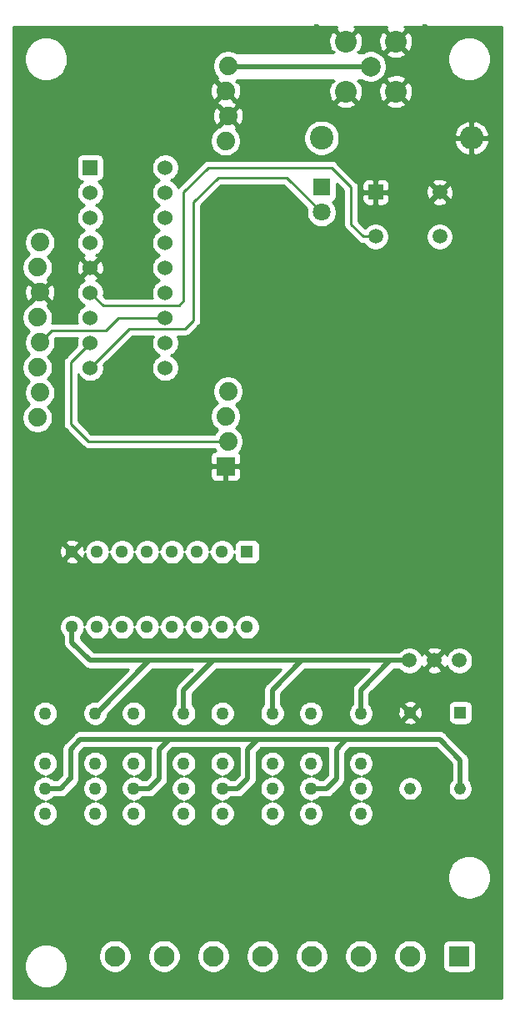
<source format=gbl>
G04 #@! TF.GenerationSoftware,KiCad,Pcbnew,(5.1.7)-1*
G04 #@! TF.CreationDate,2021-01-27T13:10:38-08:00*
G04 #@! TF.ProjectId,rx,72782e6b-6963-4616-945f-706362585858,rev?*
G04 #@! TF.SameCoordinates,Original*
G04 #@! TF.FileFunction,Copper,L2,Bot*
G04 #@! TF.FilePolarity,Positive*
%FSLAX46Y46*%
G04 Gerber Fmt 4.6, Leading zero omitted, Abs format (unit mm)*
G04 Created by KiCad (PCBNEW (5.1.7)-1) date 2021-01-27 13:10:38*
%MOMM*%
%LPD*%
G01*
G04 APERTURE LIST*
G04 #@! TA.AperFunction,ComponentPad*
%ADD10C,1.524000*%
G04 #@! TD*
G04 #@! TA.AperFunction,ComponentPad*
%ADD11R,1.524000X1.524000*%
G04 #@! TD*
G04 #@! TA.AperFunction,ComponentPad*
%ADD12R,1.295400X1.295400*%
G04 #@! TD*
G04 #@! TA.AperFunction,ComponentPad*
%ADD13C,1.295400*%
G04 #@! TD*
G04 #@! TA.AperFunction,ComponentPad*
%ADD14C,1.498600*%
G04 #@! TD*
G04 #@! TA.AperFunction,ComponentPad*
%ADD15R,1.498600X1.498600*%
G04 #@! TD*
G04 #@! TA.AperFunction,ComponentPad*
%ADD16C,2.400000*%
G04 #@! TD*
G04 #@! TA.AperFunction,ComponentPad*
%ADD17O,2.400000X2.400000*%
G04 #@! TD*
G04 #@! TA.AperFunction,ComponentPad*
%ADD18C,1.879600*%
G04 #@! TD*
G04 #@! TA.AperFunction,ComponentPad*
%ADD19R,1.879600X1.879600*%
G04 #@! TD*
G04 #@! TA.AperFunction,ComponentPad*
%ADD20C,1.270000*%
G04 #@! TD*
G04 #@! TA.AperFunction,ComponentPad*
%ADD21C,2.209800*%
G04 #@! TD*
G04 #@! TA.AperFunction,ComponentPad*
%ADD22C,2.006600*%
G04 #@! TD*
G04 #@! TA.AperFunction,ComponentPad*
%ADD23C,2.100000*%
G04 #@! TD*
G04 #@! TA.AperFunction,ComponentPad*
%ADD24R,2.100000X2.100000*%
G04 #@! TD*
G04 #@! TA.AperFunction,ComponentPad*
%ADD25C,1.210000*%
G04 #@! TD*
G04 #@! TA.AperFunction,ComponentPad*
%ADD26R,1.210000X1.210000*%
G04 #@! TD*
G04 #@! TA.AperFunction,ComponentPad*
%ADD27R,1.800000X1.800000*%
G04 #@! TD*
G04 #@! TA.AperFunction,ComponentPad*
%ADD28C,1.800000*%
G04 #@! TD*
G04 #@! TA.AperFunction,ViaPad*
%ADD29C,0.600000*%
G04 #@! TD*
G04 #@! TA.AperFunction,Conductor*
%ADD30C,0.250000*%
G04 #@! TD*
G04 #@! TA.AperFunction,Conductor*
%ADD31C,0.500000*%
G04 #@! TD*
G04 #@! TA.AperFunction,Conductor*
%ADD32C,0.254000*%
G04 #@! TD*
G04 #@! TA.AperFunction,Conductor*
%ADD33C,0.100000*%
G04 #@! TD*
G04 APERTURE END LIST*
D10*
X129120000Y-64000000D03*
X129120000Y-66540000D03*
X129120000Y-69080000D03*
X129120000Y-71620000D03*
X129120000Y-74160000D03*
X129120000Y-76700000D03*
X129120000Y-79240000D03*
X129120000Y-81780000D03*
X129120000Y-84320000D03*
X121500000Y-84320000D03*
X121500000Y-81780000D03*
X121500000Y-79240000D03*
X121500000Y-76700000D03*
X121500000Y-74160000D03*
X121500000Y-71620000D03*
X121500000Y-69080000D03*
X121500000Y-66540000D03*
D11*
X121500000Y-64000000D03*
D12*
X137440000Y-102980000D03*
D13*
X134900000Y-102980000D03*
X132360000Y-102980000D03*
X129820000Y-102980000D03*
X127280000Y-102980000D03*
X124740000Y-102980000D03*
X122200000Y-102980000D03*
X119660000Y-102980000D03*
X119660000Y-110600000D03*
X122200000Y-110600000D03*
X124740000Y-110600000D03*
X127280000Y-110600000D03*
X129820000Y-110600000D03*
X132360000Y-110600000D03*
X134900000Y-110600000D03*
X137440000Y-110600000D03*
D14*
X157000001Y-66499999D03*
X157000001Y-71000000D03*
X150499999Y-71000000D03*
D15*
X150499999Y-66499999D03*
D16*
X145000000Y-61000000D03*
D17*
X160240000Y-61000000D03*
D18*
X135500000Y-86700000D03*
X135246000Y-61300000D03*
X135500000Y-53680000D03*
X135500000Y-91780000D03*
X135246000Y-89240000D03*
D19*
X135246000Y-94320000D03*
D18*
X135500000Y-58760000D03*
X135246000Y-56220000D03*
D20*
X143920000Y-119380000D03*
X143920000Y-124460000D03*
X143920000Y-127000000D03*
X143920000Y-129540000D03*
X149000000Y-129540000D03*
X149000000Y-127000000D03*
X149000000Y-124460000D03*
X149000000Y-119380000D03*
X134920000Y-119380000D03*
X134920000Y-124460000D03*
X134920000Y-127000000D03*
X134920000Y-129540000D03*
X140000000Y-129540000D03*
X140000000Y-127000000D03*
X140000000Y-124460000D03*
X140000000Y-119380000D03*
X125920000Y-119380000D03*
X125920000Y-124460000D03*
X125920000Y-127000000D03*
X125920000Y-129540000D03*
X131000000Y-129540000D03*
X131000000Y-127000000D03*
X131000000Y-124460000D03*
X131000000Y-119380000D03*
X116920000Y-119380000D03*
X116920000Y-124460000D03*
X116920000Y-127000000D03*
X116920000Y-129540000D03*
X122000000Y-129540000D03*
X122000000Y-127000000D03*
X122000000Y-124460000D03*
X122000000Y-119380000D03*
D21*
X152540000Y-51210000D03*
X152540000Y-56290000D03*
X147460000Y-56290000D03*
X147460000Y-51210000D03*
D22*
X150000000Y-53750000D03*
D18*
X116123000Y-89380000D03*
X116377000Y-86840000D03*
X116123000Y-84300000D03*
X116377000Y-81760000D03*
X116123000Y-79220000D03*
X116377000Y-76680000D03*
X116123000Y-74140000D03*
X116377000Y-71600000D03*
D14*
X153920000Y-114000000D03*
X156460000Y-114000000D03*
X159000000Y-114000000D03*
D23*
X124000000Y-144000000D03*
X129000000Y-144000000D03*
X134000000Y-144000000D03*
X139000000Y-144000000D03*
X144000000Y-144000000D03*
X149000000Y-144000000D03*
X154000000Y-144000000D03*
D24*
X159000000Y-144000000D03*
D25*
X159100000Y-127000000D03*
X154000000Y-127000000D03*
X154000000Y-119300000D03*
D26*
X159100000Y-119300000D03*
D27*
X145000000Y-66000000D03*
D28*
X145000000Y-68540000D03*
D29*
X144500000Y-49750000D03*
X144500000Y-50750000D03*
X144500000Y-51750000D03*
X144500000Y-55750000D03*
X144500000Y-56750000D03*
X144500000Y-57750000D03*
X145500000Y-58250000D03*
X146500000Y-58250000D03*
X147500000Y-58250000D03*
X148500000Y-58250000D03*
X149500000Y-58250000D03*
X150500000Y-58250000D03*
X151500000Y-58250000D03*
X152500000Y-58250000D03*
X153500000Y-58250000D03*
X154500000Y-58250000D03*
X155500000Y-49750000D03*
X155500000Y-50750000D03*
X155500000Y-51750000D03*
X155500000Y-52750000D03*
X155500000Y-53750000D03*
X155500000Y-54750000D03*
X155500000Y-55750000D03*
X155500000Y-56750000D03*
X155500000Y-57750000D03*
X143500000Y-55750000D03*
X142500000Y-55750000D03*
X141500000Y-55750000D03*
X140500000Y-55750000D03*
X143500000Y-51750000D03*
X142500000Y-51750000D03*
X141500000Y-51750000D03*
X140500000Y-51750000D03*
X139500000Y-51750000D03*
X138500000Y-51750000D03*
X137500000Y-51750000D03*
X139500000Y-55750000D03*
X138500000Y-55750000D03*
X137500000Y-55750000D03*
D30*
X125442999Y-80377001D02*
X121500000Y-84320000D01*
X132000000Y-79500000D02*
X131122999Y-80377001D01*
X132000000Y-67500000D02*
X132000000Y-79500000D01*
X131122999Y-80377001D02*
X125442999Y-80377001D01*
X134500000Y-65000000D02*
X132000000Y-67500000D01*
X141460000Y-65000000D02*
X134500000Y-65000000D01*
X145000000Y-68540000D02*
X141460000Y-65000000D01*
D31*
X159100000Y-127000000D02*
X159100000Y-124100000D01*
X159100000Y-124100000D02*
X157000000Y-122000000D01*
X116920000Y-127000000D02*
X118500000Y-127000000D01*
X118500000Y-127000000D02*
X119460000Y-126040000D01*
X125920000Y-127000000D02*
X127500000Y-127000000D01*
X127500000Y-127000000D02*
X128500000Y-126000000D01*
X134920000Y-127000000D02*
X136500000Y-127000000D01*
X136500000Y-127000000D02*
X137500000Y-126000000D01*
X137500000Y-126000000D02*
X137500000Y-124000000D01*
X143920000Y-127000000D02*
X145500000Y-127000000D01*
X145500000Y-127000000D02*
X146500000Y-126000000D01*
X146500000Y-126000000D02*
X146500000Y-124000000D01*
X157000000Y-122000000D02*
X148500000Y-122000000D01*
X130500000Y-122000000D02*
X130000000Y-122000000D01*
X128500000Y-124000000D02*
X128500000Y-126000000D01*
X128500000Y-123000000D02*
X129500000Y-122000000D01*
X128500000Y-124000000D02*
X128500000Y-123000000D01*
X129500000Y-122000000D02*
X121000000Y-122000000D01*
X130000000Y-122000000D02*
X129500000Y-122000000D01*
X137500000Y-123000000D02*
X138500000Y-122000000D01*
X137500000Y-124000000D02*
X137500000Y-123000000D01*
X138500000Y-122000000D02*
X130500000Y-122000000D01*
X139500000Y-122000000D02*
X138500000Y-122000000D01*
X146500000Y-123000000D02*
X147500000Y-122000000D01*
X146500000Y-124000000D02*
X146500000Y-123000000D01*
X147500000Y-122000000D02*
X139500000Y-122000000D01*
X148500000Y-122000000D02*
X147500000Y-122000000D01*
X119500000Y-123000000D02*
X120500000Y-122000000D01*
X119500000Y-123500000D02*
X119500000Y-123000000D01*
X121000000Y-122000000D02*
X120500000Y-122000000D01*
X119500000Y-123500000D02*
X119500000Y-126000000D01*
D30*
X122120000Y-119380000D02*
X122000000Y-119380000D01*
D31*
X127500000Y-114000000D02*
X122120000Y-119380000D01*
D30*
X131000000Y-119380000D02*
X131000000Y-118000000D01*
D31*
X140000000Y-117000000D02*
X143000000Y-114000000D01*
X143000000Y-114000000D02*
X135000000Y-114000000D01*
X140000000Y-119380000D02*
X140000000Y-117000000D01*
X149000000Y-119380000D02*
X149000000Y-117000000D01*
X149000000Y-117000000D02*
X152000000Y-114000000D01*
X152000000Y-114000000D02*
X143000000Y-114000000D01*
X153920000Y-114000000D02*
X152000000Y-114000000D01*
X131000000Y-119380000D02*
X131000000Y-117000000D01*
X131000000Y-117000000D02*
X134000000Y-114000000D01*
X134000000Y-114000000D02*
X127500000Y-114000000D01*
X135000000Y-114000000D02*
X134000000Y-114000000D01*
X127500000Y-114000000D02*
X122600000Y-114000000D01*
X121500000Y-114000000D02*
X122600000Y-114000000D01*
X119660000Y-112160000D02*
X121500000Y-114000000D01*
X119660000Y-110600000D02*
X119660000Y-112160000D01*
D30*
X117618500Y-80518500D02*
X116377000Y-81760000D01*
X124360000Y-79240000D02*
X123081500Y-80518500D01*
X129120000Y-79240000D02*
X124360000Y-79240000D01*
X117618500Y-80518500D02*
X123081500Y-80518500D01*
X135570000Y-53750000D02*
X135500000Y-53680000D01*
D31*
X150000000Y-53750000D02*
X135570000Y-53750000D01*
D30*
X119500000Y-83780000D02*
X121500000Y-81780000D01*
X119500000Y-90000000D02*
X119500000Y-83780000D01*
X121280000Y-91780000D02*
X119500000Y-90000000D01*
X135500000Y-91780000D02*
X121280000Y-91780000D01*
X149250000Y-71000000D02*
X150499999Y-71000000D01*
X148000000Y-69750000D02*
X149250000Y-71000000D01*
X133500000Y-64000000D02*
X146000000Y-64000000D01*
X131000000Y-66500000D02*
X133500000Y-64000000D01*
X148000000Y-66000000D02*
X148000000Y-69750000D01*
X131000000Y-77500000D02*
X131000000Y-66500000D01*
X130500000Y-78000000D02*
X131000000Y-77500000D01*
X122800000Y-78000000D02*
X130500000Y-78000000D01*
X146000000Y-64000000D02*
X148000000Y-66000000D01*
X121500000Y-76700000D02*
X122800000Y-78000000D01*
D32*
X146537824Y-49724668D02*
X146429401Y-49999796D01*
X147460000Y-51030395D01*
X148490599Y-49999796D01*
X148382176Y-49724668D01*
X148352379Y-49710000D01*
X151645266Y-49710000D01*
X151617824Y-49724668D01*
X151509401Y-49999796D01*
X152540000Y-51030395D01*
X153570599Y-49999796D01*
X153462176Y-49724668D01*
X153432379Y-49710000D01*
X163290001Y-49710000D01*
X163290000Y-148290000D01*
X113710000Y-148290000D01*
X113710000Y-144779872D01*
X114765000Y-144779872D01*
X114765000Y-145220128D01*
X114850890Y-145651925D01*
X115019369Y-146058669D01*
X115263962Y-146424729D01*
X115575271Y-146736038D01*
X115941331Y-146980631D01*
X116348075Y-147149110D01*
X116779872Y-147235000D01*
X117220128Y-147235000D01*
X117651925Y-147149110D01*
X118058669Y-146980631D01*
X118424729Y-146736038D01*
X118736038Y-146424729D01*
X118980631Y-146058669D01*
X119149110Y-145651925D01*
X119235000Y-145220128D01*
X119235000Y-144779872D01*
X119149110Y-144348075D01*
X118980631Y-143941331D01*
X118908943Y-143834042D01*
X122315000Y-143834042D01*
X122315000Y-144165958D01*
X122379754Y-144491496D01*
X122506772Y-144798147D01*
X122691175Y-145074125D01*
X122925875Y-145308825D01*
X123201853Y-145493228D01*
X123508504Y-145620246D01*
X123834042Y-145685000D01*
X124165958Y-145685000D01*
X124491496Y-145620246D01*
X124798147Y-145493228D01*
X125074125Y-145308825D01*
X125308825Y-145074125D01*
X125493228Y-144798147D01*
X125620246Y-144491496D01*
X125685000Y-144165958D01*
X125685000Y-143834042D01*
X127315000Y-143834042D01*
X127315000Y-144165958D01*
X127379754Y-144491496D01*
X127506772Y-144798147D01*
X127691175Y-145074125D01*
X127925875Y-145308825D01*
X128201853Y-145493228D01*
X128508504Y-145620246D01*
X128834042Y-145685000D01*
X129165958Y-145685000D01*
X129491496Y-145620246D01*
X129798147Y-145493228D01*
X130074125Y-145308825D01*
X130308825Y-145074125D01*
X130493228Y-144798147D01*
X130620246Y-144491496D01*
X130685000Y-144165958D01*
X130685000Y-143834042D01*
X132315000Y-143834042D01*
X132315000Y-144165958D01*
X132379754Y-144491496D01*
X132506772Y-144798147D01*
X132691175Y-145074125D01*
X132925875Y-145308825D01*
X133201853Y-145493228D01*
X133508504Y-145620246D01*
X133834042Y-145685000D01*
X134165958Y-145685000D01*
X134491496Y-145620246D01*
X134798147Y-145493228D01*
X135074125Y-145308825D01*
X135308825Y-145074125D01*
X135493228Y-144798147D01*
X135620246Y-144491496D01*
X135685000Y-144165958D01*
X135685000Y-143834042D01*
X137315000Y-143834042D01*
X137315000Y-144165958D01*
X137379754Y-144491496D01*
X137506772Y-144798147D01*
X137691175Y-145074125D01*
X137925875Y-145308825D01*
X138201853Y-145493228D01*
X138508504Y-145620246D01*
X138834042Y-145685000D01*
X139165958Y-145685000D01*
X139491496Y-145620246D01*
X139798147Y-145493228D01*
X140074125Y-145308825D01*
X140308825Y-145074125D01*
X140493228Y-144798147D01*
X140620246Y-144491496D01*
X140685000Y-144165958D01*
X140685000Y-143834042D01*
X142315000Y-143834042D01*
X142315000Y-144165958D01*
X142379754Y-144491496D01*
X142506772Y-144798147D01*
X142691175Y-145074125D01*
X142925875Y-145308825D01*
X143201853Y-145493228D01*
X143508504Y-145620246D01*
X143834042Y-145685000D01*
X144165958Y-145685000D01*
X144491496Y-145620246D01*
X144798147Y-145493228D01*
X145074125Y-145308825D01*
X145308825Y-145074125D01*
X145493228Y-144798147D01*
X145620246Y-144491496D01*
X145685000Y-144165958D01*
X145685000Y-143834042D01*
X147315000Y-143834042D01*
X147315000Y-144165958D01*
X147379754Y-144491496D01*
X147506772Y-144798147D01*
X147691175Y-145074125D01*
X147925875Y-145308825D01*
X148201853Y-145493228D01*
X148508504Y-145620246D01*
X148834042Y-145685000D01*
X149165958Y-145685000D01*
X149491496Y-145620246D01*
X149798147Y-145493228D01*
X150074125Y-145308825D01*
X150308825Y-145074125D01*
X150493228Y-144798147D01*
X150620246Y-144491496D01*
X150685000Y-144165958D01*
X150685000Y-143834042D01*
X152315000Y-143834042D01*
X152315000Y-144165958D01*
X152379754Y-144491496D01*
X152506772Y-144798147D01*
X152691175Y-145074125D01*
X152925875Y-145308825D01*
X153201853Y-145493228D01*
X153508504Y-145620246D01*
X153834042Y-145685000D01*
X154165958Y-145685000D01*
X154491496Y-145620246D01*
X154798147Y-145493228D01*
X155074125Y-145308825D01*
X155308825Y-145074125D01*
X155493228Y-144798147D01*
X155620246Y-144491496D01*
X155685000Y-144165958D01*
X155685000Y-143834042D01*
X155620246Y-143508504D01*
X155493228Y-143201853D01*
X155324945Y-142950000D01*
X157311928Y-142950000D01*
X157311928Y-145050000D01*
X157324188Y-145174482D01*
X157360498Y-145294180D01*
X157419463Y-145404494D01*
X157498815Y-145501185D01*
X157595506Y-145580537D01*
X157705820Y-145639502D01*
X157825518Y-145675812D01*
X157950000Y-145688072D01*
X160050000Y-145688072D01*
X160174482Y-145675812D01*
X160294180Y-145639502D01*
X160404494Y-145580537D01*
X160501185Y-145501185D01*
X160580537Y-145404494D01*
X160639502Y-145294180D01*
X160675812Y-145174482D01*
X160688072Y-145050000D01*
X160688072Y-142950000D01*
X160675812Y-142825518D01*
X160639502Y-142705820D01*
X160580537Y-142595506D01*
X160501185Y-142498815D01*
X160404494Y-142419463D01*
X160294180Y-142360498D01*
X160174482Y-142324188D01*
X160050000Y-142311928D01*
X157950000Y-142311928D01*
X157825518Y-142324188D01*
X157705820Y-142360498D01*
X157595506Y-142419463D01*
X157498815Y-142498815D01*
X157419463Y-142595506D01*
X157360498Y-142705820D01*
X157324188Y-142825518D01*
X157311928Y-142950000D01*
X155324945Y-142950000D01*
X155308825Y-142925875D01*
X155074125Y-142691175D01*
X154798147Y-142506772D01*
X154491496Y-142379754D01*
X154165958Y-142315000D01*
X153834042Y-142315000D01*
X153508504Y-142379754D01*
X153201853Y-142506772D01*
X152925875Y-142691175D01*
X152691175Y-142925875D01*
X152506772Y-143201853D01*
X152379754Y-143508504D01*
X152315000Y-143834042D01*
X150685000Y-143834042D01*
X150620246Y-143508504D01*
X150493228Y-143201853D01*
X150308825Y-142925875D01*
X150074125Y-142691175D01*
X149798147Y-142506772D01*
X149491496Y-142379754D01*
X149165958Y-142315000D01*
X148834042Y-142315000D01*
X148508504Y-142379754D01*
X148201853Y-142506772D01*
X147925875Y-142691175D01*
X147691175Y-142925875D01*
X147506772Y-143201853D01*
X147379754Y-143508504D01*
X147315000Y-143834042D01*
X145685000Y-143834042D01*
X145620246Y-143508504D01*
X145493228Y-143201853D01*
X145308825Y-142925875D01*
X145074125Y-142691175D01*
X144798147Y-142506772D01*
X144491496Y-142379754D01*
X144165958Y-142315000D01*
X143834042Y-142315000D01*
X143508504Y-142379754D01*
X143201853Y-142506772D01*
X142925875Y-142691175D01*
X142691175Y-142925875D01*
X142506772Y-143201853D01*
X142379754Y-143508504D01*
X142315000Y-143834042D01*
X140685000Y-143834042D01*
X140620246Y-143508504D01*
X140493228Y-143201853D01*
X140308825Y-142925875D01*
X140074125Y-142691175D01*
X139798147Y-142506772D01*
X139491496Y-142379754D01*
X139165958Y-142315000D01*
X138834042Y-142315000D01*
X138508504Y-142379754D01*
X138201853Y-142506772D01*
X137925875Y-142691175D01*
X137691175Y-142925875D01*
X137506772Y-143201853D01*
X137379754Y-143508504D01*
X137315000Y-143834042D01*
X135685000Y-143834042D01*
X135620246Y-143508504D01*
X135493228Y-143201853D01*
X135308825Y-142925875D01*
X135074125Y-142691175D01*
X134798147Y-142506772D01*
X134491496Y-142379754D01*
X134165958Y-142315000D01*
X133834042Y-142315000D01*
X133508504Y-142379754D01*
X133201853Y-142506772D01*
X132925875Y-142691175D01*
X132691175Y-142925875D01*
X132506772Y-143201853D01*
X132379754Y-143508504D01*
X132315000Y-143834042D01*
X130685000Y-143834042D01*
X130620246Y-143508504D01*
X130493228Y-143201853D01*
X130308825Y-142925875D01*
X130074125Y-142691175D01*
X129798147Y-142506772D01*
X129491496Y-142379754D01*
X129165958Y-142315000D01*
X128834042Y-142315000D01*
X128508504Y-142379754D01*
X128201853Y-142506772D01*
X127925875Y-142691175D01*
X127691175Y-142925875D01*
X127506772Y-143201853D01*
X127379754Y-143508504D01*
X127315000Y-143834042D01*
X125685000Y-143834042D01*
X125620246Y-143508504D01*
X125493228Y-143201853D01*
X125308825Y-142925875D01*
X125074125Y-142691175D01*
X124798147Y-142506772D01*
X124491496Y-142379754D01*
X124165958Y-142315000D01*
X123834042Y-142315000D01*
X123508504Y-142379754D01*
X123201853Y-142506772D01*
X122925875Y-142691175D01*
X122691175Y-142925875D01*
X122506772Y-143201853D01*
X122379754Y-143508504D01*
X122315000Y-143834042D01*
X118908943Y-143834042D01*
X118736038Y-143575271D01*
X118424729Y-143263962D01*
X118058669Y-143019369D01*
X117651925Y-142850890D01*
X117220128Y-142765000D01*
X116779872Y-142765000D01*
X116348075Y-142850890D01*
X115941331Y-143019369D01*
X115575271Y-143263962D01*
X115263962Y-143575271D01*
X115019369Y-143941331D01*
X114850890Y-144348075D01*
X114765000Y-144779872D01*
X113710000Y-144779872D01*
X113710000Y-135779872D01*
X157765000Y-135779872D01*
X157765000Y-136220128D01*
X157850890Y-136651925D01*
X158019369Y-137058669D01*
X158263962Y-137424729D01*
X158575271Y-137736038D01*
X158941331Y-137980631D01*
X159348075Y-138149110D01*
X159779872Y-138235000D01*
X160220128Y-138235000D01*
X160651925Y-138149110D01*
X161058669Y-137980631D01*
X161424729Y-137736038D01*
X161736038Y-137424729D01*
X161980631Y-137058669D01*
X162149110Y-136651925D01*
X162235000Y-136220128D01*
X162235000Y-135779872D01*
X162149110Y-135348075D01*
X161980631Y-134941331D01*
X161736038Y-134575271D01*
X161424729Y-134263962D01*
X161058669Y-134019369D01*
X160651925Y-133850890D01*
X160220128Y-133765000D01*
X159779872Y-133765000D01*
X159348075Y-133850890D01*
X158941331Y-134019369D01*
X158575271Y-134263962D01*
X158263962Y-134575271D01*
X158019369Y-134941331D01*
X157850890Y-135348075D01*
X157765000Y-135779872D01*
X113710000Y-135779872D01*
X113710000Y-124334916D01*
X115650000Y-124334916D01*
X115650000Y-124585084D01*
X115698805Y-124830445D01*
X115794541Y-125061571D01*
X115933527Y-125269578D01*
X116110422Y-125446473D01*
X116318429Y-125585459D01*
X116549555Y-125681195D01*
X116794916Y-125730000D01*
X116549555Y-125778805D01*
X116318429Y-125874541D01*
X116110422Y-126013527D01*
X115933527Y-126190422D01*
X115794541Y-126398429D01*
X115698805Y-126629555D01*
X115650000Y-126874916D01*
X115650000Y-127125084D01*
X115698805Y-127370445D01*
X115794541Y-127601571D01*
X115933527Y-127809578D01*
X116110422Y-127986473D01*
X116318429Y-128125459D01*
X116549555Y-128221195D01*
X116794916Y-128270000D01*
X116549555Y-128318805D01*
X116318429Y-128414541D01*
X116110422Y-128553527D01*
X115933527Y-128730422D01*
X115794541Y-128938429D01*
X115698805Y-129169555D01*
X115650000Y-129414916D01*
X115650000Y-129665084D01*
X115698805Y-129910445D01*
X115794541Y-130141571D01*
X115933527Y-130349578D01*
X116110422Y-130526473D01*
X116318429Y-130665459D01*
X116549555Y-130761195D01*
X116794916Y-130810000D01*
X117045084Y-130810000D01*
X117290445Y-130761195D01*
X117521571Y-130665459D01*
X117729578Y-130526473D01*
X117906473Y-130349578D01*
X118045459Y-130141571D01*
X118141195Y-129910445D01*
X118190000Y-129665084D01*
X118190000Y-129414916D01*
X118141195Y-129169555D01*
X118045459Y-128938429D01*
X117906473Y-128730422D01*
X117729578Y-128553527D01*
X117521571Y-128414541D01*
X117290445Y-128318805D01*
X117045084Y-128270000D01*
X117290445Y-128221195D01*
X117521571Y-128125459D01*
X117729578Y-127986473D01*
X117831051Y-127885000D01*
X118456531Y-127885000D01*
X118500000Y-127889281D01*
X118543469Y-127885000D01*
X118543477Y-127885000D01*
X118673490Y-127872195D01*
X118840313Y-127821589D01*
X118994059Y-127739411D01*
X119128817Y-127628817D01*
X119156534Y-127595044D01*
X120095049Y-126656530D01*
X120128817Y-126628817D01*
X120239411Y-126494059D01*
X120321589Y-126340313D01*
X120372195Y-126173490D01*
X120385000Y-126043477D01*
X120385000Y-124334916D01*
X120730000Y-124334916D01*
X120730000Y-124585084D01*
X120778805Y-124830445D01*
X120874541Y-125061571D01*
X121013527Y-125269578D01*
X121190422Y-125446473D01*
X121398429Y-125585459D01*
X121629555Y-125681195D01*
X121874916Y-125730000D01*
X121629555Y-125778805D01*
X121398429Y-125874541D01*
X121190422Y-126013527D01*
X121013527Y-126190422D01*
X120874541Y-126398429D01*
X120778805Y-126629555D01*
X120730000Y-126874916D01*
X120730000Y-127125084D01*
X120778805Y-127370445D01*
X120874541Y-127601571D01*
X121013527Y-127809578D01*
X121190422Y-127986473D01*
X121398429Y-128125459D01*
X121629555Y-128221195D01*
X121874916Y-128270000D01*
X121629555Y-128318805D01*
X121398429Y-128414541D01*
X121190422Y-128553527D01*
X121013527Y-128730422D01*
X120874541Y-128938429D01*
X120778805Y-129169555D01*
X120730000Y-129414916D01*
X120730000Y-129665084D01*
X120778805Y-129910445D01*
X120874541Y-130141571D01*
X121013527Y-130349578D01*
X121190422Y-130526473D01*
X121398429Y-130665459D01*
X121629555Y-130761195D01*
X121874916Y-130810000D01*
X122125084Y-130810000D01*
X122370445Y-130761195D01*
X122601571Y-130665459D01*
X122809578Y-130526473D01*
X122986473Y-130349578D01*
X123125459Y-130141571D01*
X123221195Y-129910445D01*
X123270000Y-129665084D01*
X123270000Y-129414916D01*
X123221195Y-129169555D01*
X123125459Y-128938429D01*
X122986473Y-128730422D01*
X122809578Y-128553527D01*
X122601571Y-128414541D01*
X122370445Y-128318805D01*
X122125084Y-128270000D01*
X122370445Y-128221195D01*
X122601571Y-128125459D01*
X122809578Y-127986473D01*
X122986473Y-127809578D01*
X123125459Y-127601571D01*
X123221195Y-127370445D01*
X123270000Y-127125084D01*
X123270000Y-126874916D01*
X123221195Y-126629555D01*
X123125459Y-126398429D01*
X122986473Y-126190422D01*
X122809578Y-126013527D01*
X122601571Y-125874541D01*
X122370445Y-125778805D01*
X122125084Y-125730000D01*
X122370445Y-125681195D01*
X122601571Y-125585459D01*
X122809578Y-125446473D01*
X122986473Y-125269578D01*
X123125459Y-125061571D01*
X123221195Y-124830445D01*
X123270000Y-124585084D01*
X123270000Y-124334916D01*
X123221195Y-124089555D01*
X123125459Y-123858429D01*
X122986473Y-123650422D01*
X122809578Y-123473527D01*
X122601571Y-123334541D01*
X122370445Y-123238805D01*
X122125084Y-123190000D01*
X121874916Y-123190000D01*
X121629555Y-123238805D01*
X121398429Y-123334541D01*
X121190422Y-123473527D01*
X121013527Y-123650422D01*
X120874541Y-123858429D01*
X120778805Y-124089555D01*
X120730000Y-124334916D01*
X120385000Y-124334916D01*
X120385000Y-123366578D01*
X120866579Y-122885000D01*
X127622045Y-122885000D01*
X127610719Y-123000000D01*
X127615001Y-123043478D01*
X127615000Y-123956523D01*
X127615000Y-123956524D01*
X127615001Y-125633420D01*
X127133422Y-126115000D01*
X126831051Y-126115000D01*
X126729578Y-126013527D01*
X126521571Y-125874541D01*
X126290445Y-125778805D01*
X126045084Y-125730000D01*
X126290445Y-125681195D01*
X126521571Y-125585459D01*
X126729578Y-125446473D01*
X126906473Y-125269578D01*
X127045459Y-125061571D01*
X127141195Y-124830445D01*
X127190000Y-124585084D01*
X127190000Y-124334916D01*
X127141195Y-124089555D01*
X127045459Y-123858429D01*
X126906473Y-123650422D01*
X126729578Y-123473527D01*
X126521571Y-123334541D01*
X126290445Y-123238805D01*
X126045084Y-123190000D01*
X125794916Y-123190000D01*
X125549555Y-123238805D01*
X125318429Y-123334541D01*
X125110422Y-123473527D01*
X124933527Y-123650422D01*
X124794541Y-123858429D01*
X124698805Y-124089555D01*
X124650000Y-124334916D01*
X124650000Y-124585084D01*
X124698805Y-124830445D01*
X124794541Y-125061571D01*
X124933527Y-125269578D01*
X125110422Y-125446473D01*
X125318429Y-125585459D01*
X125549555Y-125681195D01*
X125794916Y-125730000D01*
X125549555Y-125778805D01*
X125318429Y-125874541D01*
X125110422Y-126013527D01*
X124933527Y-126190422D01*
X124794541Y-126398429D01*
X124698805Y-126629555D01*
X124650000Y-126874916D01*
X124650000Y-127125084D01*
X124698805Y-127370445D01*
X124794541Y-127601571D01*
X124933527Y-127809578D01*
X125110422Y-127986473D01*
X125318429Y-128125459D01*
X125549555Y-128221195D01*
X125794916Y-128270000D01*
X125549555Y-128318805D01*
X125318429Y-128414541D01*
X125110422Y-128553527D01*
X124933527Y-128730422D01*
X124794541Y-128938429D01*
X124698805Y-129169555D01*
X124650000Y-129414916D01*
X124650000Y-129665084D01*
X124698805Y-129910445D01*
X124794541Y-130141571D01*
X124933527Y-130349578D01*
X125110422Y-130526473D01*
X125318429Y-130665459D01*
X125549555Y-130761195D01*
X125794916Y-130810000D01*
X126045084Y-130810000D01*
X126290445Y-130761195D01*
X126521571Y-130665459D01*
X126729578Y-130526473D01*
X126906473Y-130349578D01*
X127045459Y-130141571D01*
X127141195Y-129910445D01*
X127190000Y-129665084D01*
X127190000Y-129414916D01*
X127141195Y-129169555D01*
X127045459Y-128938429D01*
X126906473Y-128730422D01*
X126729578Y-128553527D01*
X126521571Y-128414541D01*
X126290445Y-128318805D01*
X126045084Y-128270000D01*
X126290445Y-128221195D01*
X126521571Y-128125459D01*
X126729578Y-127986473D01*
X126831051Y-127885000D01*
X127456531Y-127885000D01*
X127500000Y-127889281D01*
X127543469Y-127885000D01*
X127543477Y-127885000D01*
X127673490Y-127872195D01*
X127840313Y-127821589D01*
X127994059Y-127739411D01*
X128128817Y-127628817D01*
X128156534Y-127595044D01*
X129095049Y-126656530D01*
X129128817Y-126628817D01*
X129239411Y-126494059D01*
X129290526Y-126398429D01*
X129321589Y-126340314D01*
X129372195Y-126173490D01*
X129372195Y-126173489D01*
X129385000Y-126043477D01*
X129385000Y-126043469D01*
X129389281Y-126000000D01*
X129385000Y-125956531D01*
X129385000Y-124334916D01*
X129730000Y-124334916D01*
X129730000Y-124585084D01*
X129778805Y-124830445D01*
X129874541Y-125061571D01*
X130013527Y-125269578D01*
X130190422Y-125446473D01*
X130398429Y-125585459D01*
X130629555Y-125681195D01*
X130874916Y-125730000D01*
X130629555Y-125778805D01*
X130398429Y-125874541D01*
X130190422Y-126013527D01*
X130013527Y-126190422D01*
X129874541Y-126398429D01*
X129778805Y-126629555D01*
X129730000Y-126874916D01*
X129730000Y-127125084D01*
X129778805Y-127370445D01*
X129874541Y-127601571D01*
X130013527Y-127809578D01*
X130190422Y-127986473D01*
X130398429Y-128125459D01*
X130629555Y-128221195D01*
X130874916Y-128270000D01*
X130629555Y-128318805D01*
X130398429Y-128414541D01*
X130190422Y-128553527D01*
X130013527Y-128730422D01*
X129874541Y-128938429D01*
X129778805Y-129169555D01*
X129730000Y-129414916D01*
X129730000Y-129665084D01*
X129778805Y-129910445D01*
X129874541Y-130141571D01*
X130013527Y-130349578D01*
X130190422Y-130526473D01*
X130398429Y-130665459D01*
X130629555Y-130761195D01*
X130874916Y-130810000D01*
X131125084Y-130810000D01*
X131370445Y-130761195D01*
X131601571Y-130665459D01*
X131809578Y-130526473D01*
X131986473Y-130349578D01*
X132125459Y-130141571D01*
X132221195Y-129910445D01*
X132270000Y-129665084D01*
X132270000Y-129414916D01*
X132221195Y-129169555D01*
X132125459Y-128938429D01*
X131986473Y-128730422D01*
X131809578Y-128553527D01*
X131601571Y-128414541D01*
X131370445Y-128318805D01*
X131125084Y-128270000D01*
X131370445Y-128221195D01*
X131601571Y-128125459D01*
X131809578Y-127986473D01*
X131986473Y-127809578D01*
X132125459Y-127601571D01*
X132221195Y-127370445D01*
X132270000Y-127125084D01*
X132270000Y-126874916D01*
X132221195Y-126629555D01*
X132125459Y-126398429D01*
X131986473Y-126190422D01*
X131809578Y-126013527D01*
X131601571Y-125874541D01*
X131370445Y-125778805D01*
X131125084Y-125730000D01*
X131370445Y-125681195D01*
X131601571Y-125585459D01*
X131809578Y-125446473D01*
X131986473Y-125269578D01*
X132125459Y-125061571D01*
X132221195Y-124830445D01*
X132270000Y-124585084D01*
X132270000Y-124334916D01*
X132221195Y-124089555D01*
X132125459Y-123858429D01*
X131986473Y-123650422D01*
X131809578Y-123473527D01*
X131601571Y-123334541D01*
X131370445Y-123238805D01*
X131125084Y-123190000D01*
X130874916Y-123190000D01*
X130629555Y-123238805D01*
X130398429Y-123334541D01*
X130190422Y-123473527D01*
X130013527Y-123650422D01*
X129874541Y-123858429D01*
X129778805Y-124089555D01*
X129730000Y-124334916D01*
X129385000Y-124334916D01*
X129385000Y-123366578D01*
X129866579Y-122885000D01*
X136622045Y-122885000D01*
X136610719Y-123000000D01*
X136615001Y-123043478D01*
X136615000Y-124043476D01*
X136615001Y-124043486D01*
X136615000Y-125633421D01*
X136133422Y-126115000D01*
X135831051Y-126115000D01*
X135729578Y-126013527D01*
X135521571Y-125874541D01*
X135290445Y-125778805D01*
X135045084Y-125730000D01*
X135290445Y-125681195D01*
X135521571Y-125585459D01*
X135729578Y-125446473D01*
X135906473Y-125269578D01*
X136045459Y-125061571D01*
X136141195Y-124830445D01*
X136190000Y-124585084D01*
X136190000Y-124334916D01*
X136141195Y-124089555D01*
X136045459Y-123858429D01*
X135906473Y-123650422D01*
X135729578Y-123473527D01*
X135521571Y-123334541D01*
X135290445Y-123238805D01*
X135045084Y-123190000D01*
X134794916Y-123190000D01*
X134549555Y-123238805D01*
X134318429Y-123334541D01*
X134110422Y-123473527D01*
X133933527Y-123650422D01*
X133794541Y-123858429D01*
X133698805Y-124089555D01*
X133650000Y-124334916D01*
X133650000Y-124585084D01*
X133698805Y-124830445D01*
X133794541Y-125061571D01*
X133933527Y-125269578D01*
X134110422Y-125446473D01*
X134318429Y-125585459D01*
X134549555Y-125681195D01*
X134794916Y-125730000D01*
X134549555Y-125778805D01*
X134318429Y-125874541D01*
X134110422Y-126013527D01*
X133933527Y-126190422D01*
X133794541Y-126398429D01*
X133698805Y-126629555D01*
X133650000Y-126874916D01*
X133650000Y-127125084D01*
X133698805Y-127370445D01*
X133794541Y-127601571D01*
X133933527Y-127809578D01*
X134110422Y-127986473D01*
X134318429Y-128125459D01*
X134549555Y-128221195D01*
X134794916Y-128270000D01*
X134549555Y-128318805D01*
X134318429Y-128414541D01*
X134110422Y-128553527D01*
X133933527Y-128730422D01*
X133794541Y-128938429D01*
X133698805Y-129169555D01*
X133650000Y-129414916D01*
X133650000Y-129665084D01*
X133698805Y-129910445D01*
X133794541Y-130141571D01*
X133933527Y-130349578D01*
X134110422Y-130526473D01*
X134318429Y-130665459D01*
X134549555Y-130761195D01*
X134794916Y-130810000D01*
X135045084Y-130810000D01*
X135290445Y-130761195D01*
X135521571Y-130665459D01*
X135729578Y-130526473D01*
X135906473Y-130349578D01*
X136045459Y-130141571D01*
X136141195Y-129910445D01*
X136190000Y-129665084D01*
X136190000Y-129414916D01*
X136141195Y-129169555D01*
X136045459Y-128938429D01*
X135906473Y-128730422D01*
X135729578Y-128553527D01*
X135521571Y-128414541D01*
X135290445Y-128318805D01*
X135045084Y-128270000D01*
X135290445Y-128221195D01*
X135521571Y-128125459D01*
X135729578Y-127986473D01*
X135831051Y-127885000D01*
X136456531Y-127885000D01*
X136500000Y-127889281D01*
X136543469Y-127885000D01*
X136543477Y-127885000D01*
X136673490Y-127872195D01*
X136840313Y-127821589D01*
X136994059Y-127739411D01*
X137128817Y-127628817D01*
X137156534Y-127595044D01*
X138095050Y-126656529D01*
X138128817Y-126628817D01*
X138239411Y-126494059D01*
X138290526Y-126398429D01*
X138321589Y-126340314D01*
X138372195Y-126173490D01*
X138372195Y-126173489D01*
X138385000Y-126043477D01*
X138385000Y-126043469D01*
X138389281Y-126000000D01*
X138385000Y-125956531D01*
X138385000Y-124334916D01*
X138730000Y-124334916D01*
X138730000Y-124585084D01*
X138778805Y-124830445D01*
X138874541Y-125061571D01*
X139013527Y-125269578D01*
X139190422Y-125446473D01*
X139398429Y-125585459D01*
X139629555Y-125681195D01*
X139874916Y-125730000D01*
X139629555Y-125778805D01*
X139398429Y-125874541D01*
X139190422Y-126013527D01*
X139013527Y-126190422D01*
X138874541Y-126398429D01*
X138778805Y-126629555D01*
X138730000Y-126874916D01*
X138730000Y-127125084D01*
X138778805Y-127370445D01*
X138874541Y-127601571D01*
X139013527Y-127809578D01*
X139190422Y-127986473D01*
X139398429Y-128125459D01*
X139629555Y-128221195D01*
X139874916Y-128270000D01*
X139629555Y-128318805D01*
X139398429Y-128414541D01*
X139190422Y-128553527D01*
X139013527Y-128730422D01*
X138874541Y-128938429D01*
X138778805Y-129169555D01*
X138730000Y-129414916D01*
X138730000Y-129665084D01*
X138778805Y-129910445D01*
X138874541Y-130141571D01*
X139013527Y-130349578D01*
X139190422Y-130526473D01*
X139398429Y-130665459D01*
X139629555Y-130761195D01*
X139874916Y-130810000D01*
X140125084Y-130810000D01*
X140370445Y-130761195D01*
X140601571Y-130665459D01*
X140809578Y-130526473D01*
X140986473Y-130349578D01*
X141125459Y-130141571D01*
X141221195Y-129910445D01*
X141270000Y-129665084D01*
X141270000Y-129414916D01*
X141221195Y-129169555D01*
X141125459Y-128938429D01*
X140986473Y-128730422D01*
X140809578Y-128553527D01*
X140601571Y-128414541D01*
X140370445Y-128318805D01*
X140125084Y-128270000D01*
X140370445Y-128221195D01*
X140601571Y-128125459D01*
X140809578Y-127986473D01*
X140986473Y-127809578D01*
X141125459Y-127601571D01*
X141221195Y-127370445D01*
X141270000Y-127125084D01*
X141270000Y-126874916D01*
X141221195Y-126629555D01*
X141125459Y-126398429D01*
X140986473Y-126190422D01*
X140809578Y-126013527D01*
X140601571Y-125874541D01*
X140370445Y-125778805D01*
X140125084Y-125730000D01*
X140370445Y-125681195D01*
X140601571Y-125585459D01*
X140809578Y-125446473D01*
X140986473Y-125269578D01*
X141125459Y-125061571D01*
X141221195Y-124830445D01*
X141270000Y-124585084D01*
X141270000Y-124334916D01*
X141221195Y-124089555D01*
X141125459Y-123858429D01*
X140986473Y-123650422D01*
X140809578Y-123473527D01*
X140601571Y-123334541D01*
X140370445Y-123238805D01*
X140125084Y-123190000D01*
X139874916Y-123190000D01*
X139629555Y-123238805D01*
X139398429Y-123334541D01*
X139190422Y-123473527D01*
X139013527Y-123650422D01*
X138874541Y-123858429D01*
X138778805Y-124089555D01*
X138730000Y-124334916D01*
X138385000Y-124334916D01*
X138385000Y-123366578D01*
X138866579Y-122885000D01*
X145622045Y-122885000D01*
X145610719Y-123000000D01*
X145615001Y-123043478D01*
X145615000Y-124043476D01*
X145615001Y-124043486D01*
X145615000Y-125633421D01*
X145133422Y-126115000D01*
X144831051Y-126115000D01*
X144729578Y-126013527D01*
X144521571Y-125874541D01*
X144290445Y-125778805D01*
X144045084Y-125730000D01*
X144290445Y-125681195D01*
X144521571Y-125585459D01*
X144729578Y-125446473D01*
X144906473Y-125269578D01*
X145045459Y-125061571D01*
X145141195Y-124830445D01*
X145190000Y-124585084D01*
X145190000Y-124334916D01*
X145141195Y-124089555D01*
X145045459Y-123858429D01*
X144906473Y-123650422D01*
X144729578Y-123473527D01*
X144521571Y-123334541D01*
X144290445Y-123238805D01*
X144045084Y-123190000D01*
X143794916Y-123190000D01*
X143549555Y-123238805D01*
X143318429Y-123334541D01*
X143110422Y-123473527D01*
X142933527Y-123650422D01*
X142794541Y-123858429D01*
X142698805Y-124089555D01*
X142650000Y-124334916D01*
X142650000Y-124585084D01*
X142698805Y-124830445D01*
X142794541Y-125061571D01*
X142933527Y-125269578D01*
X143110422Y-125446473D01*
X143318429Y-125585459D01*
X143549555Y-125681195D01*
X143794916Y-125730000D01*
X143549555Y-125778805D01*
X143318429Y-125874541D01*
X143110422Y-126013527D01*
X142933527Y-126190422D01*
X142794541Y-126398429D01*
X142698805Y-126629555D01*
X142650000Y-126874916D01*
X142650000Y-127125084D01*
X142698805Y-127370445D01*
X142794541Y-127601571D01*
X142933527Y-127809578D01*
X143110422Y-127986473D01*
X143318429Y-128125459D01*
X143549555Y-128221195D01*
X143794916Y-128270000D01*
X143549555Y-128318805D01*
X143318429Y-128414541D01*
X143110422Y-128553527D01*
X142933527Y-128730422D01*
X142794541Y-128938429D01*
X142698805Y-129169555D01*
X142650000Y-129414916D01*
X142650000Y-129665084D01*
X142698805Y-129910445D01*
X142794541Y-130141571D01*
X142933527Y-130349578D01*
X143110422Y-130526473D01*
X143318429Y-130665459D01*
X143549555Y-130761195D01*
X143794916Y-130810000D01*
X144045084Y-130810000D01*
X144290445Y-130761195D01*
X144521571Y-130665459D01*
X144729578Y-130526473D01*
X144906473Y-130349578D01*
X145045459Y-130141571D01*
X145141195Y-129910445D01*
X145190000Y-129665084D01*
X145190000Y-129414916D01*
X145141195Y-129169555D01*
X145045459Y-128938429D01*
X144906473Y-128730422D01*
X144729578Y-128553527D01*
X144521571Y-128414541D01*
X144290445Y-128318805D01*
X144045084Y-128270000D01*
X144290445Y-128221195D01*
X144521571Y-128125459D01*
X144729578Y-127986473D01*
X144831051Y-127885000D01*
X145456531Y-127885000D01*
X145500000Y-127889281D01*
X145543469Y-127885000D01*
X145543477Y-127885000D01*
X145673490Y-127872195D01*
X145840313Y-127821589D01*
X145994059Y-127739411D01*
X146128817Y-127628817D01*
X146156534Y-127595044D01*
X147095050Y-126656529D01*
X147128817Y-126628817D01*
X147239411Y-126494059D01*
X147290526Y-126398429D01*
X147321589Y-126340314D01*
X147372195Y-126173490D01*
X147372195Y-126173489D01*
X147385000Y-126043477D01*
X147385000Y-126043469D01*
X147389281Y-126000000D01*
X147385000Y-125956531D01*
X147385000Y-124334916D01*
X147730000Y-124334916D01*
X147730000Y-124585084D01*
X147778805Y-124830445D01*
X147874541Y-125061571D01*
X148013527Y-125269578D01*
X148190422Y-125446473D01*
X148398429Y-125585459D01*
X148629555Y-125681195D01*
X148874916Y-125730000D01*
X148629555Y-125778805D01*
X148398429Y-125874541D01*
X148190422Y-126013527D01*
X148013527Y-126190422D01*
X147874541Y-126398429D01*
X147778805Y-126629555D01*
X147730000Y-126874916D01*
X147730000Y-127125084D01*
X147778805Y-127370445D01*
X147874541Y-127601571D01*
X148013527Y-127809578D01*
X148190422Y-127986473D01*
X148398429Y-128125459D01*
X148629555Y-128221195D01*
X148874916Y-128270000D01*
X148629555Y-128318805D01*
X148398429Y-128414541D01*
X148190422Y-128553527D01*
X148013527Y-128730422D01*
X147874541Y-128938429D01*
X147778805Y-129169555D01*
X147730000Y-129414916D01*
X147730000Y-129665084D01*
X147778805Y-129910445D01*
X147874541Y-130141571D01*
X148013527Y-130349578D01*
X148190422Y-130526473D01*
X148398429Y-130665459D01*
X148629555Y-130761195D01*
X148874916Y-130810000D01*
X149125084Y-130810000D01*
X149370445Y-130761195D01*
X149601571Y-130665459D01*
X149809578Y-130526473D01*
X149986473Y-130349578D01*
X150125459Y-130141571D01*
X150221195Y-129910445D01*
X150270000Y-129665084D01*
X150270000Y-129414916D01*
X150221195Y-129169555D01*
X150125459Y-128938429D01*
X149986473Y-128730422D01*
X149809578Y-128553527D01*
X149601571Y-128414541D01*
X149370445Y-128318805D01*
X149125084Y-128270000D01*
X149370445Y-128221195D01*
X149601571Y-128125459D01*
X149809578Y-127986473D01*
X149986473Y-127809578D01*
X150125459Y-127601571D01*
X150221195Y-127370445D01*
X150270000Y-127125084D01*
X150270000Y-126877871D01*
X152760000Y-126877871D01*
X152760000Y-127122129D01*
X152807652Y-127361695D01*
X152901126Y-127587360D01*
X153036829Y-127790454D01*
X153209546Y-127963171D01*
X153412640Y-128098874D01*
X153638305Y-128192348D01*
X153877871Y-128240000D01*
X154122129Y-128240000D01*
X154361695Y-128192348D01*
X154587360Y-128098874D01*
X154790454Y-127963171D01*
X154963171Y-127790454D01*
X155098874Y-127587360D01*
X155192348Y-127361695D01*
X155240000Y-127122129D01*
X155240000Y-126877871D01*
X155192348Y-126638305D01*
X155098874Y-126412640D01*
X154963171Y-126209546D01*
X154790454Y-126036829D01*
X154587360Y-125901126D01*
X154361695Y-125807652D01*
X154122129Y-125760000D01*
X153877871Y-125760000D01*
X153638305Y-125807652D01*
X153412640Y-125901126D01*
X153209546Y-126036829D01*
X153036829Y-126209546D01*
X152901126Y-126412640D01*
X152807652Y-126638305D01*
X152760000Y-126877871D01*
X150270000Y-126877871D01*
X150270000Y-126874916D01*
X150221195Y-126629555D01*
X150125459Y-126398429D01*
X149986473Y-126190422D01*
X149809578Y-126013527D01*
X149601571Y-125874541D01*
X149370445Y-125778805D01*
X149125084Y-125730000D01*
X149370445Y-125681195D01*
X149601571Y-125585459D01*
X149809578Y-125446473D01*
X149986473Y-125269578D01*
X150125459Y-125061571D01*
X150221195Y-124830445D01*
X150270000Y-124585084D01*
X150270000Y-124334916D01*
X150221195Y-124089555D01*
X150125459Y-123858429D01*
X149986473Y-123650422D01*
X149809578Y-123473527D01*
X149601571Y-123334541D01*
X149370445Y-123238805D01*
X149125084Y-123190000D01*
X148874916Y-123190000D01*
X148629555Y-123238805D01*
X148398429Y-123334541D01*
X148190422Y-123473527D01*
X148013527Y-123650422D01*
X147874541Y-123858429D01*
X147778805Y-124089555D01*
X147730000Y-124334916D01*
X147385000Y-124334916D01*
X147385000Y-123366578D01*
X147866579Y-122885000D01*
X156633422Y-122885000D01*
X158215001Y-124466580D01*
X158215000Y-126131375D01*
X158136829Y-126209546D01*
X158001126Y-126412640D01*
X157907652Y-126638305D01*
X157860000Y-126877871D01*
X157860000Y-127122129D01*
X157907652Y-127361695D01*
X158001126Y-127587360D01*
X158136829Y-127790454D01*
X158309546Y-127963171D01*
X158512640Y-128098874D01*
X158738305Y-128192348D01*
X158977871Y-128240000D01*
X159222129Y-128240000D01*
X159461695Y-128192348D01*
X159687360Y-128098874D01*
X159890454Y-127963171D01*
X160063171Y-127790454D01*
X160198874Y-127587360D01*
X160292348Y-127361695D01*
X160340000Y-127122129D01*
X160340000Y-126877871D01*
X160292348Y-126638305D01*
X160198874Y-126412640D01*
X160063171Y-126209546D01*
X159985000Y-126131375D01*
X159985000Y-124143465D01*
X159989281Y-124099999D01*
X159985000Y-124056533D01*
X159985000Y-124056523D01*
X159972195Y-123926510D01*
X159921589Y-123759687D01*
X159839411Y-123605941D01*
X159788147Y-123543476D01*
X159756532Y-123504953D01*
X159756530Y-123504951D01*
X159728817Y-123471183D01*
X159695049Y-123443470D01*
X157656534Y-121404956D01*
X157628817Y-121371183D01*
X157494059Y-121260589D01*
X157340313Y-121178411D01*
X157173490Y-121127805D01*
X157043477Y-121115000D01*
X157043469Y-121115000D01*
X157000000Y-121110719D01*
X156956531Y-121115000D01*
X147543469Y-121115000D01*
X147500000Y-121110719D01*
X147456531Y-121115000D01*
X138543469Y-121115000D01*
X138500000Y-121110719D01*
X138456531Y-121115000D01*
X129543469Y-121115000D01*
X129500000Y-121110719D01*
X129456531Y-121115000D01*
X120543469Y-121115000D01*
X120500000Y-121110719D01*
X120456531Y-121115000D01*
X120456523Y-121115000D01*
X120326510Y-121127805D01*
X120159686Y-121178411D01*
X120005941Y-121260589D01*
X119904953Y-121343468D01*
X119904951Y-121343470D01*
X119871183Y-121371183D01*
X119843470Y-121404951D01*
X118904951Y-122343471D01*
X118871184Y-122371183D01*
X118843471Y-122404951D01*
X118843468Y-122404954D01*
X118770341Y-122494059D01*
X118760590Y-122505941D01*
X118678411Y-122659687D01*
X118627805Y-122826510D01*
X118615000Y-122956523D01*
X118615000Y-122956531D01*
X118610719Y-123000000D01*
X118615000Y-123043469D01*
X118615000Y-123456524D01*
X118615001Y-125633420D01*
X118133422Y-126115000D01*
X117831051Y-126115000D01*
X117729578Y-126013527D01*
X117521571Y-125874541D01*
X117290445Y-125778805D01*
X117045084Y-125730000D01*
X117290445Y-125681195D01*
X117521571Y-125585459D01*
X117729578Y-125446473D01*
X117906473Y-125269578D01*
X118045459Y-125061571D01*
X118141195Y-124830445D01*
X118190000Y-124585084D01*
X118190000Y-124334916D01*
X118141195Y-124089555D01*
X118045459Y-123858429D01*
X117906473Y-123650422D01*
X117729578Y-123473527D01*
X117521571Y-123334541D01*
X117290445Y-123238805D01*
X117045084Y-123190000D01*
X116794916Y-123190000D01*
X116549555Y-123238805D01*
X116318429Y-123334541D01*
X116110422Y-123473527D01*
X115933527Y-123650422D01*
X115794541Y-123858429D01*
X115698805Y-124089555D01*
X115650000Y-124334916D01*
X113710000Y-124334916D01*
X113710000Y-119254916D01*
X115650000Y-119254916D01*
X115650000Y-119505084D01*
X115698805Y-119750445D01*
X115794541Y-119981571D01*
X115933527Y-120189578D01*
X116110422Y-120366473D01*
X116318429Y-120505459D01*
X116549555Y-120601195D01*
X116794916Y-120650000D01*
X117045084Y-120650000D01*
X117290445Y-120601195D01*
X117521571Y-120505459D01*
X117729578Y-120366473D01*
X117906473Y-120189578D01*
X118045459Y-119981571D01*
X118141195Y-119750445D01*
X118190000Y-119505084D01*
X118190000Y-119254916D01*
X118141195Y-119009555D01*
X118045459Y-118778429D01*
X117906473Y-118570422D01*
X117729578Y-118393527D01*
X117521571Y-118254541D01*
X117290445Y-118158805D01*
X117045084Y-118110000D01*
X116794916Y-118110000D01*
X116549555Y-118158805D01*
X116318429Y-118254541D01*
X116110422Y-118393527D01*
X115933527Y-118570422D01*
X115794541Y-118778429D01*
X115698805Y-119009555D01*
X115650000Y-119254916D01*
X113710000Y-119254916D01*
X113710000Y-110473665D01*
X118377300Y-110473665D01*
X118377300Y-110726335D01*
X118426594Y-110974150D01*
X118523286Y-111207586D01*
X118663662Y-111417673D01*
X118775001Y-111529012D01*
X118775001Y-112116521D01*
X118770719Y-112160000D01*
X118787805Y-112333490D01*
X118838412Y-112500313D01*
X118920590Y-112654059D01*
X119003468Y-112755046D01*
X119003471Y-112755049D01*
X119031184Y-112788817D01*
X119064951Y-112816529D01*
X120843468Y-114595047D01*
X120871183Y-114628817D01*
X120904951Y-114656530D01*
X120904953Y-114656532D01*
X120971868Y-114711448D01*
X121005941Y-114739411D01*
X121159687Y-114821589D01*
X121275903Y-114856843D01*
X121326509Y-114872195D01*
X121341306Y-114873652D01*
X121456523Y-114885000D01*
X121456531Y-114885000D01*
X121500000Y-114889281D01*
X121543469Y-114885000D01*
X125363421Y-114885000D01*
X122136209Y-118112213D01*
X122125084Y-118110000D01*
X121874916Y-118110000D01*
X121629555Y-118158805D01*
X121398429Y-118254541D01*
X121190422Y-118393527D01*
X121013527Y-118570422D01*
X120874541Y-118778429D01*
X120778805Y-119009555D01*
X120730000Y-119254916D01*
X120730000Y-119505084D01*
X120778805Y-119750445D01*
X120874541Y-119981571D01*
X121013527Y-120189578D01*
X121190422Y-120366473D01*
X121398429Y-120505459D01*
X121629555Y-120601195D01*
X121874916Y-120650000D01*
X122125084Y-120650000D01*
X122370445Y-120601195D01*
X122601571Y-120505459D01*
X122809578Y-120366473D01*
X122986473Y-120189578D01*
X123125459Y-119981571D01*
X123221195Y-119750445D01*
X123270000Y-119505084D01*
X123270000Y-119481578D01*
X123496662Y-119254916D01*
X124650000Y-119254916D01*
X124650000Y-119505084D01*
X124698805Y-119750445D01*
X124794541Y-119981571D01*
X124933527Y-120189578D01*
X125110422Y-120366473D01*
X125318429Y-120505459D01*
X125549555Y-120601195D01*
X125794916Y-120650000D01*
X126045084Y-120650000D01*
X126290445Y-120601195D01*
X126521571Y-120505459D01*
X126729578Y-120366473D01*
X126906473Y-120189578D01*
X127045459Y-119981571D01*
X127141195Y-119750445D01*
X127190000Y-119505084D01*
X127190000Y-119254916D01*
X127141195Y-119009555D01*
X127045459Y-118778429D01*
X126906473Y-118570422D01*
X126729578Y-118393527D01*
X126521571Y-118254541D01*
X126290445Y-118158805D01*
X126045084Y-118110000D01*
X125794916Y-118110000D01*
X125549555Y-118158805D01*
X125318429Y-118254541D01*
X125110422Y-118393527D01*
X124933527Y-118570422D01*
X124794541Y-118778429D01*
X124698805Y-119009555D01*
X124650000Y-119254916D01*
X123496662Y-119254916D01*
X127866579Y-114885000D01*
X131863422Y-114885000D01*
X130404951Y-116343471D01*
X130371184Y-116371183D01*
X130343471Y-116404951D01*
X130343468Y-116404954D01*
X130260590Y-116505941D01*
X130178412Y-116659687D01*
X130127805Y-116826510D01*
X130110719Y-117000000D01*
X130115001Y-117043479D01*
X130115000Y-118468949D01*
X130013527Y-118570422D01*
X129874541Y-118778429D01*
X129778805Y-119009555D01*
X129730000Y-119254916D01*
X129730000Y-119505084D01*
X129778805Y-119750445D01*
X129874541Y-119981571D01*
X130013527Y-120189578D01*
X130190422Y-120366473D01*
X130398429Y-120505459D01*
X130629555Y-120601195D01*
X130874916Y-120650000D01*
X131125084Y-120650000D01*
X131370445Y-120601195D01*
X131601571Y-120505459D01*
X131809578Y-120366473D01*
X131986473Y-120189578D01*
X132125459Y-119981571D01*
X132221195Y-119750445D01*
X132270000Y-119505084D01*
X132270000Y-119254916D01*
X133650000Y-119254916D01*
X133650000Y-119505084D01*
X133698805Y-119750445D01*
X133794541Y-119981571D01*
X133933527Y-120189578D01*
X134110422Y-120366473D01*
X134318429Y-120505459D01*
X134549555Y-120601195D01*
X134794916Y-120650000D01*
X135045084Y-120650000D01*
X135290445Y-120601195D01*
X135521571Y-120505459D01*
X135729578Y-120366473D01*
X135906473Y-120189578D01*
X136045459Y-119981571D01*
X136141195Y-119750445D01*
X136190000Y-119505084D01*
X136190000Y-119254916D01*
X136141195Y-119009555D01*
X136045459Y-118778429D01*
X135906473Y-118570422D01*
X135729578Y-118393527D01*
X135521571Y-118254541D01*
X135290445Y-118158805D01*
X135045084Y-118110000D01*
X134794916Y-118110000D01*
X134549555Y-118158805D01*
X134318429Y-118254541D01*
X134110422Y-118393527D01*
X133933527Y-118570422D01*
X133794541Y-118778429D01*
X133698805Y-119009555D01*
X133650000Y-119254916D01*
X132270000Y-119254916D01*
X132221195Y-119009555D01*
X132125459Y-118778429D01*
X131986473Y-118570422D01*
X131885000Y-118468949D01*
X131885000Y-117366578D01*
X134366579Y-114885000D01*
X140863422Y-114885000D01*
X139404951Y-116343471D01*
X139371184Y-116371183D01*
X139343471Y-116404951D01*
X139343468Y-116404954D01*
X139260590Y-116505941D01*
X139178412Y-116659687D01*
X139127805Y-116826510D01*
X139110719Y-117000000D01*
X139115001Y-117043479D01*
X139115000Y-118468949D01*
X139013527Y-118570422D01*
X138874541Y-118778429D01*
X138778805Y-119009555D01*
X138730000Y-119254916D01*
X138730000Y-119505084D01*
X138778805Y-119750445D01*
X138874541Y-119981571D01*
X139013527Y-120189578D01*
X139190422Y-120366473D01*
X139398429Y-120505459D01*
X139629555Y-120601195D01*
X139874916Y-120650000D01*
X140125084Y-120650000D01*
X140370445Y-120601195D01*
X140601571Y-120505459D01*
X140809578Y-120366473D01*
X140986473Y-120189578D01*
X141125459Y-119981571D01*
X141221195Y-119750445D01*
X141270000Y-119505084D01*
X141270000Y-119254916D01*
X142650000Y-119254916D01*
X142650000Y-119505084D01*
X142698805Y-119750445D01*
X142794541Y-119981571D01*
X142933527Y-120189578D01*
X143110422Y-120366473D01*
X143318429Y-120505459D01*
X143549555Y-120601195D01*
X143794916Y-120650000D01*
X144045084Y-120650000D01*
X144290445Y-120601195D01*
X144521571Y-120505459D01*
X144729578Y-120366473D01*
X144906473Y-120189578D01*
X145045459Y-119981571D01*
X145141195Y-119750445D01*
X145190000Y-119505084D01*
X145190000Y-119254916D01*
X145141195Y-119009555D01*
X145045459Y-118778429D01*
X144906473Y-118570422D01*
X144729578Y-118393527D01*
X144521571Y-118254541D01*
X144290445Y-118158805D01*
X144045084Y-118110000D01*
X143794916Y-118110000D01*
X143549555Y-118158805D01*
X143318429Y-118254541D01*
X143110422Y-118393527D01*
X142933527Y-118570422D01*
X142794541Y-118778429D01*
X142698805Y-119009555D01*
X142650000Y-119254916D01*
X141270000Y-119254916D01*
X141221195Y-119009555D01*
X141125459Y-118778429D01*
X140986473Y-118570422D01*
X140885000Y-118468949D01*
X140885000Y-117366578D01*
X143366579Y-114885000D01*
X149863422Y-114885000D01*
X148404951Y-116343471D01*
X148371184Y-116371183D01*
X148343471Y-116404951D01*
X148343468Y-116404954D01*
X148260590Y-116505941D01*
X148178412Y-116659687D01*
X148127805Y-116826510D01*
X148110719Y-117000000D01*
X148115001Y-117043479D01*
X148115000Y-118468949D01*
X148013527Y-118570422D01*
X147874541Y-118778429D01*
X147778805Y-119009555D01*
X147730000Y-119254916D01*
X147730000Y-119505084D01*
X147778805Y-119750445D01*
X147874541Y-119981571D01*
X148013527Y-120189578D01*
X148190422Y-120366473D01*
X148398429Y-120505459D01*
X148629555Y-120601195D01*
X148874916Y-120650000D01*
X149125084Y-120650000D01*
X149370445Y-120601195D01*
X149601571Y-120505459D01*
X149809578Y-120366473D01*
X149986473Y-120189578D01*
X150010685Y-120153341D01*
X153326264Y-120153341D01*
X153374179Y-120377434D01*
X153596401Y-120478823D01*
X153834133Y-120534910D01*
X154078239Y-120543541D01*
X154319339Y-120504383D01*
X154548166Y-120418941D01*
X154625821Y-120377434D01*
X154673736Y-120153341D01*
X154000000Y-119479605D01*
X153326264Y-120153341D01*
X150010685Y-120153341D01*
X150125459Y-119981571D01*
X150221195Y-119750445D01*
X150270000Y-119505084D01*
X150270000Y-119378239D01*
X152756459Y-119378239D01*
X152795617Y-119619339D01*
X152881059Y-119848166D01*
X152922566Y-119925821D01*
X153146659Y-119973736D01*
X153820395Y-119300000D01*
X154179605Y-119300000D01*
X154853341Y-119973736D01*
X155077434Y-119925821D01*
X155178823Y-119703599D01*
X155234910Y-119465867D01*
X155243541Y-119221761D01*
X155204383Y-118980661D01*
X155118941Y-118751834D01*
X155088563Y-118695000D01*
X157856928Y-118695000D01*
X157856928Y-119905000D01*
X157869188Y-120029482D01*
X157905498Y-120149180D01*
X157964463Y-120259494D01*
X158043815Y-120356185D01*
X158140506Y-120435537D01*
X158250820Y-120494502D01*
X158370518Y-120530812D01*
X158495000Y-120543072D01*
X159705000Y-120543072D01*
X159829482Y-120530812D01*
X159949180Y-120494502D01*
X160059494Y-120435537D01*
X160156185Y-120356185D01*
X160235537Y-120259494D01*
X160294502Y-120149180D01*
X160330812Y-120029482D01*
X160343072Y-119905000D01*
X160343072Y-118695000D01*
X160330812Y-118570518D01*
X160294502Y-118450820D01*
X160235537Y-118340506D01*
X160156185Y-118243815D01*
X160059494Y-118164463D01*
X159949180Y-118105498D01*
X159829482Y-118069188D01*
X159705000Y-118056928D01*
X158495000Y-118056928D01*
X158370518Y-118069188D01*
X158250820Y-118105498D01*
X158140506Y-118164463D01*
X158043815Y-118243815D01*
X157964463Y-118340506D01*
X157905498Y-118450820D01*
X157869188Y-118570518D01*
X157856928Y-118695000D01*
X155088563Y-118695000D01*
X155077434Y-118674179D01*
X154853341Y-118626264D01*
X154179605Y-119300000D01*
X153820395Y-119300000D01*
X153146659Y-118626264D01*
X152922566Y-118674179D01*
X152821177Y-118896401D01*
X152765090Y-119134133D01*
X152756459Y-119378239D01*
X150270000Y-119378239D01*
X150270000Y-119254916D01*
X150221195Y-119009555D01*
X150125459Y-118778429D01*
X149986473Y-118570422D01*
X149885000Y-118468949D01*
X149885000Y-118446659D01*
X153326264Y-118446659D01*
X154000000Y-119120395D01*
X154673736Y-118446659D01*
X154625821Y-118222566D01*
X154403599Y-118121177D01*
X154165867Y-118065090D01*
X153921761Y-118056459D01*
X153680661Y-118095617D01*
X153451834Y-118181059D01*
X153374179Y-118222566D01*
X153326264Y-118446659D01*
X149885000Y-118446659D01*
X149885000Y-117366578D01*
X152366579Y-114885000D01*
X152847304Y-114885000D01*
X153037560Y-115075256D01*
X153264288Y-115226751D01*
X153516215Y-115331102D01*
X153783658Y-115384300D01*
X154056342Y-115384300D01*
X154323785Y-115331102D01*
X154575712Y-115226751D01*
X154802440Y-115075256D01*
X154921203Y-114956493D01*
X155683112Y-114956493D01*
X155748552Y-115195290D01*
X155995412Y-115311120D01*
X156260126Y-115376564D01*
X156532521Y-115389107D01*
X156802129Y-115348268D01*
X157058589Y-115255615D01*
X157171448Y-115195290D01*
X157236888Y-114956493D01*
X156460000Y-114179605D01*
X155683112Y-114956493D01*
X154921203Y-114956493D01*
X154995256Y-114882440D01*
X155146751Y-114655712D01*
X155188558Y-114554780D01*
X155204385Y-114598589D01*
X155264710Y-114711448D01*
X155503507Y-114776888D01*
X156280395Y-114000000D01*
X156639605Y-114000000D01*
X157416493Y-114776888D01*
X157655290Y-114711448D01*
X157730203Y-114551790D01*
X157773249Y-114655712D01*
X157924744Y-114882440D01*
X158117560Y-115075256D01*
X158344288Y-115226751D01*
X158596215Y-115331102D01*
X158863658Y-115384300D01*
X159136342Y-115384300D01*
X159403785Y-115331102D01*
X159655712Y-115226751D01*
X159882440Y-115075256D01*
X160075256Y-114882440D01*
X160226751Y-114655712D01*
X160331102Y-114403785D01*
X160384300Y-114136342D01*
X160384300Y-113863658D01*
X160331102Y-113596215D01*
X160226751Y-113344288D01*
X160075256Y-113117560D01*
X159882440Y-112924744D01*
X159655712Y-112773249D01*
X159403785Y-112668898D01*
X159136342Y-112615700D01*
X158863658Y-112615700D01*
X158596215Y-112668898D01*
X158344288Y-112773249D01*
X158117560Y-112924744D01*
X157924744Y-113117560D01*
X157773249Y-113344288D01*
X157731442Y-113445220D01*
X157715615Y-113401411D01*
X157655290Y-113288552D01*
X157416493Y-113223112D01*
X156639605Y-114000000D01*
X156280395Y-114000000D01*
X155503507Y-113223112D01*
X155264710Y-113288552D01*
X155189797Y-113448210D01*
X155146751Y-113344288D01*
X154995256Y-113117560D01*
X154921203Y-113043507D01*
X155683112Y-113043507D01*
X156460000Y-113820395D01*
X157236888Y-113043507D01*
X157171448Y-112804710D01*
X156924588Y-112688880D01*
X156659874Y-112623436D01*
X156387479Y-112610893D01*
X156117871Y-112651732D01*
X155861411Y-112744385D01*
X155748552Y-112804710D01*
X155683112Y-113043507D01*
X154921203Y-113043507D01*
X154802440Y-112924744D01*
X154575712Y-112773249D01*
X154323785Y-112668898D01*
X154056342Y-112615700D01*
X153783658Y-112615700D01*
X153516215Y-112668898D01*
X153264288Y-112773249D01*
X153037560Y-112924744D01*
X152847304Y-113115000D01*
X152043469Y-113115000D01*
X152000000Y-113110719D01*
X151956531Y-113115000D01*
X143043469Y-113115000D01*
X143000000Y-113110719D01*
X142956531Y-113115000D01*
X134043469Y-113115000D01*
X134000000Y-113110719D01*
X133956531Y-113115000D01*
X127543469Y-113115000D01*
X127500000Y-113110719D01*
X127456531Y-113115000D01*
X121866579Y-113115000D01*
X120545000Y-111793422D01*
X120545000Y-111529011D01*
X120656338Y-111417673D01*
X120796714Y-111207586D01*
X120893406Y-110974150D01*
X120930000Y-110790182D01*
X120966594Y-110974150D01*
X121063286Y-111207586D01*
X121203662Y-111417673D01*
X121382327Y-111596338D01*
X121592414Y-111736714D01*
X121825850Y-111833406D01*
X122073665Y-111882700D01*
X122326335Y-111882700D01*
X122574150Y-111833406D01*
X122807586Y-111736714D01*
X123017673Y-111596338D01*
X123196338Y-111417673D01*
X123336714Y-111207586D01*
X123433406Y-110974150D01*
X123470000Y-110790182D01*
X123506594Y-110974150D01*
X123603286Y-111207586D01*
X123743662Y-111417673D01*
X123922327Y-111596338D01*
X124132414Y-111736714D01*
X124365850Y-111833406D01*
X124613665Y-111882700D01*
X124866335Y-111882700D01*
X125114150Y-111833406D01*
X125347586Y-111736714D01*
X125557673Y-111596338D01*
X125736338Y-111417673D01*
X125876714Y-111207586D01*
X125973406Y-110974150D01*
X126010000Y-110790182D01*
X126046594Y-110974150D01*
X126143286Y-111207586D01*
X126283662Y-111417673D01*
X126462327Y-111596338D01*
X126672414Y-111736714D01*
X126905850Y-111833406D01*
X127153665Y-111882700D01*
X127406335Y-111882700D01*
X127654150Y-111833406D01*
X127887586Y-111736714D01*
X128097673Y-111596338D01*
X128276338Y-111417673D01*
X128416714Y-111207586D01*
X128513406Y-110974150D01*
X128550000Y-110790182D01*
X128586594Y-110974150D01*
X128683286Y-111207586D01*
X128823662Y-111417673D01*
X129002327Y-111596338D01*
X129212414Y-111736714D01*
X129445850Y-111833406D01*
X129693665Y-111882700D01*
X129946335Y-111882700D01*
X130194150Y-111833406D01*
X130427586Y-111736714D01*
X130637673Y-111596338D01*
X130816338Y-111417673D01*
X130956714Y-111207586D01*
X131053406Y-110974150D01*
X131090000Y-110790182D01*
X131126594Y-110974150D01*
X131223286Y-111207586D01*
X131363662Y-111417673D01*
X131542327Y-111596338D01*
X131752414Y-111736714D01*
X131985850Y-111833406D01*
X132233665Y-111882700D01*
X132486335Y-111882700D01*
X132734150Y-111833406D01*
X132967586Y-111736714D01*
X133177673Y-111596338D01*
X133356338Y-111417673D01*
X133496714Y-111207586D01*
X133593406Y-110974150D01*
X133630000Y-110790182D01*
X133666594Y-110974150D01*
X133763286Y-111207586D01*
X133903662Y-111417673D01*
X134082327Y-111596338D01*
X134292414Y-111736714D01*
X134525850Y-111833406D01*
X134773665Y-111882700D01*
X135026335Y-111882700D01*
X135274150Y-111833406D01*
X135507586Y-111736714D01*
X135717673Y-111596338D01*
X135896338Y-111417673D01*
X136036714Y-111207586D01*
X136133406Y-110974150D01*
X136170000Y-110790182D01*
X136206594Y-110974150D01*
X136303286Y-111207586D01*
X136443662Y-111417673D01*
X136622327Y-111596338D01*
X136832414Y-111736714D01*
X137065850Y-111833406D01*
X137313665Y-111882700D01*
X137566335Y-111882700D01*
X137814150Y-111833406D01*
X138047586Y-111736714D01*
X138257673Y-111596338D01*
X138436338Y-111417673D01*
X138576714Y-111207586D01*
X138673406Y-110974150D01*
X138722700Y-110726335D01*
X138722700Y-110473665D01*
X138673406Y-110225850D01*
X138576714Y-109992414D01*
X138436338Y-109782327D01*
X138257673Y-109603662D01*
X138047586Y-109463286D01*
X137814150Y-109366594D01*
X137566335Y-109317300D01*
X137313665Y-109317300D01*
X137065850Y-109366594D01*
X136832414Y-109463286D01*
X136622327Y-109603662D01*
X136443662Y-109782327D01*
X136303286Y-109992414D01*
X136206594Y-110225850D01*
X136170000Y-110409818D01*
X136133406Y-110225850D01*
X136036714Y-109992414D01*
X135896338Y-109782327D01*
X135717673Y-109603662D01*
X135507586Y-109463286D01*
X135274150Y-109366594D01*
X135026335Y-109317300D01*
X134773665Y-109317300D01*
X134525850Y-109366594D01*
X134292414Y-109463286D01*
X134082327Y-109603662D01*
X133903662Y-109782327D01*
X133763286Y-109992414D01*
X133666594Y-110225850D01*
X133630000Y-110409818D01*
X133593406Y-110225850D01*
X133496714Y-109992414D01*
X133356338Y-109782327D01*
X133177673Y-109603662D01*
X132967586Y-109463286D01*
X132734150Y-109366594D01*
X132486335Y-109317300D01*
X132233665Y-109317300D01*
X131985850Y-109366594D01*
X131752414Y-109463286D01*
X131542327Y-109603662D01*
X131363662Y-109782327D01*
X131223286Y-109992414D01*
X131126594Y-110225850D01*
X131090000Y-110409818D01*
X131053406Y-110225850D01*
X130956714Y-109992414D01*
X130816338Y-109782327D01*
X130637673Y-109603662D01*
X130427586Y-109463286D01*
X130194150Y-109366594D01*
X129946335Y-109317300D01*
X129693665Y-109317300D01*
X129445850Y-109366594D01*
X129212414Y-109463286D01*
X129002327Y-109603662D01*
X128823662Y-109782327D01*
X128683286Y-109992414D01*
X128586594Y-110225850D01*
X128550000Y-110409818D01*
X128513406Y-110225850D01*
X128416714Y-109992414D01*
X128276338Y-109782327D01*
X128097673Y-109603662D01*
X127887586Y-109463286D01*
X127654150Y-109366594D01*
X127406335Y-109317300D01*
X127153665Y-109317300D01*
X126905850Y-109366594D01*
X126672414Y-109463286D01*
X126462327Y-109603662D01*
X126283662Y-109782327D01*
X126143286Y-109992414D01*
X126046594Y-110225850D01*
X126010000Y-110409818D01*
X125973406Y-110225850D01*
X125876714Y-109992414D01*
X125736338Y-109782327D01*
X125557673Y-109603662D01*
X125347586Y-109463286D01*
X125114150Y-109366594D01*
X124866335Y-109317300D01*
X124613665Y-109317300D01*
X124365850Y-109366594D01*
X124132414Y-109463286D01*
X123922327Y-109603662D01*
X123743662Y-109782327D01*
X123603286Y-109992414D01*
X123506594Y-110225850D01*
X123470000Y-110409818D01*
X123433406Y-110225850D01*
X123336714Y-109992414D01*
X123196338Y-109782327D01*
X123017673Y-109603662D01*
X122807586Y-109463286D01*
X122574150Y-109366594D01*
X122326335Y-109317300D01*
X122073665Y-109317300D01*
X121825850Y-109366594D01*
X121592414Y-109463286D01*
X121382327Y-109603662D01*
X121203662Y-109782327D01*
X121063286Y-109992414D01*
X120966594Y-110225850D01*
X120930000Y-110409818D01*
X120893406Y-110225850D01*
X120796714Y-109992414D01*
X120656338Y-109782327D01*
X120477673Y-109603662D01*
X120267586Y-109463286D01*
X120034150Y-109366594D01*
X119786335Y-109317300D01*
X119533665Y-109317300D01*
X119285850Y-109366594D01*
X119052414Y-109463286D01*
X118842327Y-109603662D01*
X118663662Y-109782327D01*
X118523286Y-109992414D01*
X118426594Y-110225850D01*
X118377300Y-110473665D01*
X113710000Y-110473665D01*
X113710000Y-103863882D01*
X118955723Y-103863882D01*
X119008832Y-104092321D01*
X119238347Y-104197985D01*
X119484066Y-104256843D01*
X119736546Y-104266631D01*
X119986084Y-104226975D01*
X120223092Y-104139399D01*
X120311168Y-104092321D01*
X120364277Y-103863882D01*
X119660000Y-103159605D01*
X118955723Y-103863882D01*
X113710000Y-103863882D01*
X113710000Y-103056546D01*
X118373369Y-103056546D01*
X118413025Y-103306084D01*
X118500601Y-103543092D01*
X118547679Y-103631168D01*
X118776118Y-103684277D01*
X119480395Y-102980000D01*
X119839605Y-102980000D01*
X120543882Y-103684277D01*
X120772321Y-103631168D01*
X120877985Y-103401653D01*
X120931556Y-103178005D01*
X120966594Y-103354150D01*
X121063286Y-103587586D01*
X121203662Y-103797673D01*
X121382327Y-103976338D01*
X121592414Y-104116714D01*
X121825850Y-104213406D01*
X122073665Y-104262700D01*
X122326335Y-104262700D01*
X122574150Y-104213406D01*
X122807586Y-104116714D01*
X123017673Y-103976338D01*
X123196338Y-103797673D01*
X123336714Y-103587586D01*
X123433406Y-103354150D01*
X123470000Y-103170182D01*
X123506594Y-103354150D01*
X123603286Y-103587586D01*
X123743662Y-103797673D01*
X123922327Y-103976338D01*
X124132414Y-104116714D01*
X124365850Y-104213406D01*
X124613665Y-104262700D01*
X124866335Y-104262700D01*
X125114150Y-104213406D01*
X125347586Y-104116714D01*
X125557673Y-103976338D01*
X125736338Y-103797673D01*
X125876714Y-103587586D01*
X125973406Y-103354150D01*
X126010000Y-103170182D01*
X126046594Y-103354150D01*
X126143286Y-103587586D01*
X126283662Y-103797673D01*
X126462327Y-103976338D01*
X126672414Y-104116714D01*
X126905850Y-104213406D01*
X127153665Y-104262700D01*
X127406335Y-104262700D01*
X127654150Y-104213406D01*
X127887586Y-104116714D01*
X128097673Y-103976338D01*
X128276338Y-103797673D01*
X128416714Y-103587586D01*
X128513406Y-103354150D01*
X128550000Y-103170182D01*
X128586594Y-103354150D01*
X128683286Y-103587586D01*
X128823662Y-103797673D01*
X129002327Y-103976338D01*
X129212414Y-104116714D01*
X129445850Y-104213406D01*
X129693665Y-104262700D01*
X129946335Y-104262700D01*
X130194150Y-104213406D01*
X130427586Y-104116714D01*
X130637673Y-103976338D01*
X130816338Y-103797673D01*
X130956714Y-103587586D01*
X131053406Y-103354150D01*
X131090000Y-103170182D01*
X131126594Y-103354150D01*
X131223286Y-103587586D01*
X131363662Y-103797673D01*
X131542327Y-103976338D01*
X131752414Y-104116714D01*
X131985850Y-104213406D01*
X132233665Y-104262700D01*
X132486335Y-104262700D01*
X132734150Y-104213406D01*
X132967586Y-104116714D01*
X133177673Y-103976338D01*
X133356338Y-103797673D01*
X133496714Y-103587586D01*
X133593406Y-103354150D01*
X133630000Y-103170182D01*
X133666594Y-103354150D01*
X133763286Y-103587586D01*
X133903662Y-103797673D01*
X134082327Y-103976338D01*
X134292414Y-104116714D01*
X134525850Y-104213406D01*
X134773665Y-104262700D01*
X135026335Y-104262700D01*
X135274150Y-104213406D01*
X135507586Y-104116714D01*
X135717673Y-103976338D01*
X135896338Y-103797673D01*
X136036714Y-103587586D01*
X136133406Y-103354150D01*
X136154228Y-103249472D01*
X136154228Y-103627700D01*
X136166488Y-103752182D01*
X136202798Y-103871880D01*
X136261763Y-103982194D01*
X136341115Y-104078885D01*
X136437806Y-104158237D01*
X136548120Y-104217202D01*
X136667818Y-104253512D01*
X136792300Y-104265772D01*
X138087700Y-104265772D01*
X138212182Y-104253512D01*
X138331880Y-104217202D01*
X138442194Y-104158237D01*
X138538885Y-104078885D01*
X138618237Y-103982194D01*
X138677202Y-103871880D01*
X138713512Y-103752182D01*
X138725772Y-103627700D01*
X138725772Y-102332300D01*
X138713512Y-102207818D01*
X138677202Y-102088120D01*
X138618237Y-101977806D01*
X138538885Y-101881115D01*
X138442194Y-101801763D01*
X138331880Y-101742798D01*
X138212182Y-101706488D01*
X138087700Y-101694228D01*
X136792300Y-101694228D01*
X136667818Y-101706488D01*
X136548120Y-101742798D01*
X136437806Y-101801763D01*
X136341115Y-101881115D01*
X136261763Y-101977806D01*
X136202798Y-102088120D01*
X136166488Y-102207818D01*
X136154228Y-102332300D01*
X136154228Y-102710528D01*
X136133406Y-102605850D01*
X136036714Y-102372414D01*
X135896338Y-102162327D01*
X135717673Y-101983662D01*
X135507586Y-101843286D01*
X135274150Y-101746594D01*
X135026335Y-101697300D01*
X134773665Y-101697300D01*
X134525850Y-101746594D01*
X134292414Y-101843286D01*
X134082327Y-101983662D01*
X133903662Y-102162327D01*
X133763286Y-102372414D01*
X133666594Y-102605850D01*
X133630000Y-102789818D01*
X133593406Y-102605850D01*
X133496714Y-102372414D01*
X133356338Y-102162327D01*
X133177673Y-101983662D01*
X132967586Y-101843286D01*
X132734150Y-101746594D01*
X132486335Y-101697300D01*
X132233665Y-101697300D01*
X131985850Y-101746594D01*
X131752414Y-101843286D01*
X131542327Y-101983662D01*
X131363662Y-102162327D01*
X131223286Y-102372414D01*
X131126594Y-102605850D01*
X131090000Y-102789818D01*
X131053406Y-102605850D01*
X130956714Y-102372414D01*
X130816338Y-102162327D01*
X130637673Y-101983662D01*
X130427586Y-101843286D01*
X130194150Y-101746594D01*
X129946335Y-101697300D01*
X129693665Y-101697300D01*
X129445850Y-101746594D01*
X129212414Y-101843286D01*
X129002327Y-101983662D01*
X128823662Y-102162327D01*
X128683286Y-102372414D01*
X128586594Y-102605850D01*
X128550000Y-102789818D01*
X128513406Y-102605850D01*
X128416714Y-102372414D01*
X128276338Y-102162327D01*
X128097673Y-101983662D01*
X127887586Y-101843286D01*
X127654150Y-101746594D01*
X127406335Y-101697300D01*
X127153665Y-101697300D01*
X126905850Y-101746594D01*
X126672414Y-101843286D01*
X126462327Y-101983662D01*
X126283662Y-102162327D01*
X126143286Y-102372414D01*
X126046594Y-102605850D01*
X126010000Y-102789818D01*
X125973406Y-102605850D01*
X125876714Y-102372414D01*
X125736338Y-102162327D01*
X125557673Y-101983662D01*
X125347586Y-101843286D01*
X125114150Y-101746594D01*
X124866335Y-101697300D01*
X124613665Y-101697300D01*
X124365850Y-101746594D01*
X124132414Y-101843286D01*
X123922327Y-101983662D01*
X123743662Y-102162327D01*
X123603286Y-102372414D01*
X123506594Y-102605850D01*
X123470000Y-102789818D01*
X123433406Y-102605850D01*
X123336714Y-102372414D01*
X123196338Y-102162327D01*
X123017673Y-101983662D01*
X122807586Y-101843286D01*
X122574150Y-101746594D01*
X122326335Y-101697300D01*
X122073665Y-101697300D01*
X121825850Y-101746594D01*
X121592414Y-101843286D01*
X121382327Y-101983662D01*
X121203662Y-102162327D01*
X121063286Y-102372414D01*
X120966594Y-102605850D01*
X120929206Y-102793808D01*
X120906975Y-102653916D01*
X120819399Y-102416908D01*
X120772321Y-102328832D01*
X120543882Y-102275723D01*
X119839605Y-102980000D01*
X119480395Y-102980000D01*
X118776118Y-102275723D01*
X118547679Y-102328832D01*
X118442015Y-102558347D01*
X118383157Y-102804066D01*
X118373369Y-103056546D01*
X113710000Y-103056546D01*
X113710000Y-102096118D01*
X118955723Y-102096118D01*
X119660000Y-102800395D01*
X120364277Y-102096118D01*
X120311168Y-101867679D01*
X120081653Y-101762015D01*
X119835934Y-101703157D01*
X119583454Y-101693369D01*
X119333916Y-101733025D01*
X119096908Y-101820601D01*
X119008832Y-101867679D01*
X118955723Y-102096118D01*
X113710000Y-102096118D01*
X113710000Y-95259800D01*
X133668128Y-95259800D01*
X133680388Y-95384282D01*
X133716698Y-95503980D01*
X133775663Y-95614294D01*
X133855015Y-95710985D01*
X133951706Y-95790337D01*
X134062020Y-95849302D01*
X134181718Y-95885612D01*
X134306200Y-95897872D01*
X134960250Y-95894800D01*
X135119000Y-95736050D01*
X135119000Y-94447000D01*
X135373000Y-94447000D01*
X135373000Y-95736050D01*
X135531750Y-95894800D01*
X136185800Y-95897872D01*
X136310282Y-95885612D01*
X136429980Y-95849302D01*
X136540294Y-95790337D01*
X136636985Y-95710985D01*
X136716337Y-95614294D01*
X136775302Y-95503980D01*
X136811612Y-95384282D01*
X136823872Y-95259800D01*
X136820800Y-94605750D01*
X136662050Y-94447000D01*
X135373000Y-94447000D01*
X135119000Y-94447000D01*
X133829950Y-94447000D01*
X133671200Y-94605750D01*
X133668128Y-95259800D01*
X113710000Y-95259800D01*
X113710000Y-79064896D01*
X114548200Y-79064896D01*
X114548200Y-79375104D01*
X114608718Y-79679352D01*
X114727430Y-79965948D01*
X114899773Y-80223877D01*
X115119123Y-80443227D01*
X115327461Y-80582435D01*
X115153773Y-80756123D01*
X114981430Y-81014052D01*
X114862718Y-81300648D01*
X114802200Y-81604896D01*
X114802200Y-81915104D01*
X114862718Y-82219352D01*
X114981430Y-82505948D01*
X115153773Y-82763877D01*
X115327461Y-82937565D01*
X115119123Y-83076773D01*
X114899773Y-83296123D01*
X114727430Y-83554052D01*
X114608718Y-83840648D01*
X114548200Y-84144896D01*
X114548200Y-84455104D01*
X114608718Y-84759352D01*
X114727430Y-85045948D01*
X114899773Y-85303877D01*
X115119123Y-85523227D01*
X115327461Y-85662435D01*
X115153773Y-85836123D01*
X114981430Y-86094052D01*
X114862718Y-86380648D01*
X114802200Y-86684896D01*
X114802200Y-86995104D01*
X114862718Y-87299352D01*
X114981430Y-87585948D01*
X115153773Y-87843877D01*
X115327461Y-88017565D01*
X115119123Y-88156773D01*
X114899773Y-88376123D01*
X114727430Y-88634052D01*
X114608718Y-88920648D01*
X114548200Y-89224896D01*
X114548200Y-89535104D01*
X114608718Y-89839352D01*
X114727430Y-90125948D01*
X114899773Y-90383877D01*
X115119123Y-90603227D01*
X115377052Y-90775570D01*
X115663648Y-90894282D01*
X115967896Y-90954800D01*
X116278104Y-90954800D01*
X116582352Y-90894282D01*
X116868948Y-90775570D01*
X117126877Y-90603227D01*
X117346227Y-90383877D01*
X117518570Y-90125948D01*
X117637282Y-89839352D01*
X117697800Y-89535104D01*
X117697800Y-89224896D01*
X117637282Y-88920648D01*
X117518570Y-88634052D01*
X117346227Y-88376123D01*
X117172539Y-88202435D01*
X117380877Y-88063227D01*
X117600227Y-87843877D01*
X117772570Y-87585948D01*
X117891282Y-87299352D01*
X117951800Y-86995104D01*
X117951800Y-86684896D01*
X117891282Y-86380648D01*
X117772570Y-86094052D01*
X117600227Y-85836123D01*
X117380877Y-85616773D01*
X117172539Y-85477565D01*
X117346227Y-85303877D01*
X117518570Y-85045948D01*
X117637282Y-84759352D01*
X117697800Y-84455104D01*
X117697800Y-84144896D01*
X117637282Y-83840648D01*
X117518570Y-83554052D01*
X117346227Y-83296123D01*
X117172539Y-83122435D01*
X117380877Y-82983227D01*
X117600227Y-82763877D01*
X117772570Y-82505948D01*
X117891282Y-82219352D01*
X117951800Y-81915104D01*
X117951800Y-81604896D01*
X117894579Y-81317223D01*
X117933302Y-81278500D01*
X120195626Y-81278500D01*
X120156686Y-81372510D01*
X120103000Y-81642408D01*
X120103000Y-81917592D01*
X120133628Y-82071570D01*
X118988998Y-83216201D01*
X118960000Y-83239999D01*
X118936202Y-83268997D01*
X118936201Y-83268998D01*
X118865026Y-83355724D01*
X118794454Y-83487754D01*
X118750998Y-83631015D01*
X118736324Y-83780000D01*
X118740001Y-83817332D01*
X118740000Y-89962677D01*
X118736324Y-90000000D01*
X118740000Y-90037322D01*
X118740000Y-90037332D01*
X118750997Y-90148985D01*
X118779782Y-90243877D01*
X118794454Y-90292246D01*
X118865026Y-90424276D01*
X118896993Y-90463227D01*
X118959999Y-90540001D01*
X118989003Y-90563804D01*
X120716201Y-92291003D01*
X120739999Y-92320001D01*
X120768997Y-92343799D01*
X120855723Y-92414974D01*
X120987753Y-92485546D01*
X121131014Y-92529003D01*
X121242667Y-92540000D01*
X121242676Y-92540000D01*
X121279999Y-92543676D01*
X121317322Y-92540000D01*
X134113819Y-92540000D01*
X134252417Y-92747425D01*
X134181718Y-92754388D01*
X134062020Y-92790698D01*
X133951706Y-92849663D01*
X133855015Y-92929015D01*
X133775663Y-93025706D01*
X133716698Y-93136020D01*
X133680388Y-93255718D01*
X133668128Y-93380200D01*
X133671200Y-94034250D01*
X133829950Y-94193000D01*
X135119000Y-94193000D01*
X135119000Y-94173000D01*
X135373000Y-94173000D01*
X135373000Y-94193000D01*
X136662050Y-94193000D01*
X136820800Y-94034250D01*
X136823872Y-93380200D01*
X136811612Y-93255718D01*
X136775302Y-93136020D01*
X136716337Y-93025706D01*
X136636985Y-92929015D01*
X136604637Y-92902467D01*
X136723227Y-92783877D01*
X136895570Y-92525948D01*
X137014282Y-92239352D01*
X137074800Y-91935104D01*
X137074800Y-91624896D01*
X137014282Y-91320648D01*
X136895570Y-91034052D01*
X136723227Y-90776123D01*
X136503877Y-90556773D01*
X136295539Y-90417565D01*
X136469227Y-90243877D01*
X136641570Y-89985948D01*
X136760282Y-89699352D01*
X136820800Y-89395104D01*
X136820800Y-89084896D01*
X136760282Y-88780648D01*
X136641570Y-88494052D01*
X136469227Y-88236123D01*
X136295539Y-88062435D01*
X136503877Y-87923227D01*
X136723227Y-87703877D01*
X136895570Y-87445948D01*
X137014282Y-87159352D01*
X137074800Y-86855104D01*
X137074800Y-86544896D01*
X137014282Y-86240648D01*
X136895570Y-85954052D01*
X136723227Y-85696123D01*
X136503877Y-85476773D01*
X136245948Y-85304430D01*
X135959352Y-85185718D01*
X135655104Y-85125200D01*
X135344896Y-85125200D01*
X135040648Y-85185718D01*
X134754052Y-85304430D01*
X134496123Y-85476773D01*
X134276773Y-85696123D01*
X134104430Y-85954052D01*
X133985718Y-86240648D01*
X133925200Y-86544896D01*
X133925200Y-86855104D01*
X133985718Y-87159352D01*
X134104430Y-87445948D01*
X134276773Y-87703877D01*
X134450461Y-87877565D01*
X134242123Y-88016773D01*
X134022773Y-88236123D01*
X133850430Y-88494052D01*
X133731718Y-88780648D01*
X133671200Y-89084896D01*
X133671200Y-89395104D01*
X133731718Y-89699352D01*
X133850430Y-89985948D01*
X134022773Y-90243877D01*
X134242123Y-90463227D01*
X134450461Y-90602435D01*
X134276773Y-90776123D01*
X134113819Y-91020000D01*
X121594802Y-91020000D01*
X120260000Y-89685199D01*
X120260000Y-84976911D01*
X120261995Y-84981727D01*
X120414880Y-85210535D01*
X120609465Y-85405120D01*
X120838273Y-85558005D01*
X121092510Y-85663314D01*
X121362408Y-85717000D01*
X121637592Y-85717000D01*
X121907490Y-85663314D01*
X122161727Y-85558005D01*
X122390535Y-85405120D01*
X122585120Y-85210535D01*
X122738005Y-84981727D01*
X122843314Y-84727490D01*
X122897000Y-84457592D01*
X122897000Y-84182408D01*
X122866372Y-84028429D01*
X125757801Y-81137001D01*
X127874238Y-81137001D01*
X127776686Y-81372510D01*
X127723000Y-81642408D01*
X127723000Y-81917592D01*
X127776686Y-82187490D01*
X127881995Y-82441727D01*
X128034880Y-82670535D01*
X128229465Y-82865120D01*
X128458273Y-83018005D01*
X128535515Y-83050000D01*
X128458273Y-83081995D01*
X128229465Y-83234880D01*
X128034880Y-83429465D01*
X127881995Y-83658273D01*
X127776686Y-83912510D01*
X127723000Y-84182408D01*
X127723000Y-84457592D01*
X127776686Y-84727490D01*
X127881995Y-84981727D01*
X128034880Y-85210535D01*
X128229465Y-85405120D01*
X128458273Y-85558005D01*
X128712510Y-85663314D01*
X128982408Y-85717000D01*
X129257592Y-85717000D01*
X129527490Y-85663314D01*
X129781727Y-85558005D01*
X130010535Y-85405120D01*
X130205120Y-85210535D01*
X130358005Y-84981727D01*
X130463314Y-84727490D01*
X130517000Y-84457592D01*
X130517000Y-84182408D01*
X130463314Y-83912510D01*
X130358005Y-83658273D01*
X130205120Y-83429465D01*
X130010535Y-83234880D01*
X129781727Y-83081995D01*
X129704485Y-83050000D01*
X129781727Y-83018005D01*
X130010535Y-82865120D01*
X130205120Y-82670535D01*
X130358005Y-82441727D01*
X130463314Y-82187490D01*
X130517000Y-81917592D01*
X130517000Y-81642408D01*
X130463314Y-81372510D01*
X130365762Y-81137001D01*
X131085677Y-81137001D01*
X131122999Y-81140677D01*
X131160321Y-81137001D01*
X131160332Y-81137001D01*
X131271985Y-81126004D01*
X131415246Y-81082547D01*
X131547275Y-81011975D01*
X131663000Y-80917002D01*
X131686802Y-80887999D01*
X132511003Y-80063799D01*
X132540001Y-80040001D01*
X132634974Y-79924276D01*
X132705546Y-79792247D01*
X132749003Y-79648986D01*
X132760000Y-79537333D01*
X132760000Y-79537325D01*
X132763676Y-79500000D01*
X132760000Y-79462675D01*
X132760000Y-67814801D01*
X134814802Y-65760000D01*
X141145199Y-65760000D01*
X143516269Y-68131070D01*
X143465000Y-68388816D01*
X143465000Y-68691184D01*
X143523989Y-68987743D01*
X143639701Y-69267095D01*
X143807688Y-69518505D01*
X144021495Y-69732312D01*
X144272905Y-69900299D01*
X144552257Y-70016011D01*
X144848816Y-70075000D01*
X145151184Y-70075000D01*
X145447743Y-70016011D01*
X145727095Y-69900299D01*
X145978505Y-69732312D01*
X146192312Y-69518505D01*
X146360299Y-69267095D01*
X146476011Y-68987743D01*
X146535000Y-68691184D01*
X146535000Y-68388816D01*
X146476011Y-68092257D01*
X146360299Y-67812905D01*
X146192312Y-67561495D01*
X146125873Y-67495056D01*
X146144180Y-67489502D01*
X146254494Y-67430537D01*
X146351185Y-67351185D01*
X146430537Y-67254494D01*
X146489502Y-67144180D01*
X146525812Y-67024482D01*
X146538072Y-66900000D01*
X146538072Y-65612874D01*
X147240000Y-66314802D01*
X147240001Y-69712668D01*
X147236324Y-69750000D01*
X147240001Y-69787333D01*
X147250998Y-69898986D01*
X147264180Y-69942442D01*
X147294454Y-70042246D01*
X147365026Y-70174276D01*
X147418965Y-70240000D01*
X147460000Y-70290001D01*
X147488998Y-70313799D01*
X148686201Y-71511003D01*
X148709999Y-71540001D01*
X148738997Y-71563799D01*
X148825723Y-71634974D01*
X148957753Y-71705546D01*
X149101014Y-71749003D01*
X149212667Y-71760000D01*
X149212677Y-71760000D01*
X149250000Y-71763676D01*
X149287323Y-71760000D01*
X149342931Y-71760000D01*
X149424743Y-71882440D01*
X149617559Y-72075256D01*
X149844287Y-72226751D01*
X150096214Y-72331102D01*
X150363657Y-72384300D01*
X150636341Y-72384300D01*
X150903784Y-72331102D01*
X151155711Y-72226751D01*
X151382439Y-72075256D01*
X151575255Y-71882440D01*
X151726750Y-71655712D01*
X151831101Y-71403785D01*
X151884299Y-71136342D01*
X151884299Y-70863658D01*
X155615701Y-70863658D01*
X155615701Y-71136342D01*
X155668899Y-71403785D01*
X155773250Y-71655712D01*
X155924745Y-71882440D01*
X156117561Y-72075256D01*
X156344289Y-72226751D01*
X156596216Y-72331102D01*
X156863659Y-72384300D01*
X157136343Y-72384300D01*
X157403786Y-72331102D01*
X157655713Y-72226751D01*
X157882441Y-72075256D01*
X158075257Y-71882440D01*
X158226752Y-71655712D01*
X158331103Y-71403785D01*
X158384301Y-71136342D01*
X158384301Y-70863658D01*
X158331103Y-70596215D01*
X158226752Y-70344288D01*
X158075257Y-70117560D01*
X157882441Y-69924744D01*
X157655713Y-69773249D01*
X157403786Y-69668898D01*
X157136343Y-69615700D01*
X156863659Y-69615700D01*
X156596216Y-69668898D01*
X156344289Y-69773249D01*
X156117561Y-69924744D01*
X155924745Y-70117560D01*
X155773250Y-70344288D01*
X155668899Y-70596215D01*
X155615701Y-70863658D01*
X151884299Y-70863658D01*
X151831101Y-70596215D01*
X151726750Y-70344288D01*
X151575255Y-70117560D01*
X151382439Y-69924744D01*
X151155711Y-69773249D01*
X150903784Y-69668898D01*
X150636341Y-69615700D01*
X150363657Y-69615700D01*
X150096214Y-69668898D01*
X149844287Y-69773249D01*
X149617559Y-69924744D01*
X149433552Y-70108751D01*
X148760000Y-69435199D01*
X148760000Y-67249299D01*
X149112627Y-67249299D01*
X149124887Y-67373781D01*
X149161197Y-67493479D01*
X149220162Y-67603793D01*
X149299514Y-67700484D01*
X149396205Y-67779836D01*
X149506519Y-67838801D01*
X149626217Y-67875111D01*
X149750699Y-67887371D01*
X150214249Y-67884299D01*
X150372999Y-67725549D01*
X150372999Y-66626999D01*
X150626999Y-66626999D01*
X150626999Y-67725549D01*
X150785749Y-67884299D01*
X151249299Y-67887371D01*
X151373781Y-67875111D01*
X151493479Y-67838801D01*
X151603793Y-67779836D01*
X151700484Y-67700484D01*
X151779836Y-67603793D01*
X151838801Y-67493479D01*
X151850020Y-67456492D01*
X156223113Y-67456492D01*
X156288553Y-67695289D01*
X156535413Y-67811119D01*
X156800127Y-67876563D01*
X157072522Y-67889106D01*
X157342130Y-67848267D01*
X157598590Y-67755614D01*
X157711449Y-67695289D01*
X157776889Y-67456492D01*
X157000001Y-66679604D01*
X156223113Y-67456492D01*
X151850020Y-67456492D01*
X151875111Y-67373781D01*
X151887371Y-67249299D01*
X151884299Y-66785749D01*
X151725549Y-66626999D01*
X150626999Y-66626999D01*
X150372999Y-66626999D01*
X149274449Y-66626999D01*
X149115699Y-66785749D01*
X149112627Y-67249299D01*
X148760000Y-67249299D01*
X148760000Y-66572520D01*
X155610894Y-66572520D01*
X155651733Y-66842128D01*
X155744386Y-67098588D01*
X155804711Y-67211447D01*
X156043508Y-67276887D01*
X156820396Y-66499999D01*
X157179606Y-66499999D01*
X157956494Y-67276887D01*
X158195291Y-67211447D01*
X158311121Y-66964587D01*
X158376565Y-66699873D01*
X158389108Y-66427478D01*
X158348269Y-66157870D01*
X158255616Y-65901410D01*
X158195291Y-65788551D01*
X157956494Y-65723111D01*
X157179606Y-66499999D01*
X156820396Y-66499999D01*
X156043508Y-65723111D01*
X155804711Y-65788551D01*
X155688881Y-66035411D01*
X155623437Y-66300125D01*
X155610894Y-66572520D01*
X148760000Y-66572520D01*
X148760000Y-66037322D01*
X148763676Y-65999999D01*
X148760000Y-65962676D01*
X148760000Y-65962667D01*
X148749003Y-65851014D01*
X148718574Y-65750699D01*
X149112627Y-65750699D01*
X149115699Y-66214249D01*
X149274449Y-66372999D01*
X150372999Y-66372999D01*
X150372999Y-65274449D01*
X150626999Y-65274449D01*
X150626999Y-66372999D01*
X151725549Y-66372999D01*
X151884299Y-66214249D01*
X151887371Y-65750699D01*
X151875111Y-65626217D01*
X151850021Y-65543506D01*
X156223113Y-65543506D01*
X157000001Y-66320394D01*
X157776889Y-65543506D01*
X157711449Y-65304709D01*
X157464589Y-65188879D01*
X157199875Y-65123435D01*
X156927480Y-65110892D01*
X156657872Y-65151731D01*
X156401412Y-65244384D01*
X156288553Y-65304709D01*
X156223113Y-65543506D01*
X151850021Y-65543506D01*
X151838801Y-65506519D01*
X151779836Y-65396205D01*
X151700484Y-65299514D01*
X151603793Y-65220162D01*
X151493479Y-65161197D01*
X151373781Y-65124887D01*
X151249299Y-65112627D01*
X150785749Y-65115699D01*
X150626999Y-65274449D01*
X150372999Y-65274449D01*
X150214249Y-65115699D01*
X149750699Y-65112627D01*
X149626217Y-65124887D01*
X149506519Y-65161197D01*
X149396205Y-65220162D01*
X149299514Y-65299514D01*
X149220162Y-65396205D01*
X149161197Y-65506519D01*
X149124887Y-65626217D01*
X149112627Y-65750699D01*
X148718574Y-65750699D01*
X148705546Y-65707753D01*
X148674390Y-65649465D01*
X148634974Y-65575723D01*
X148563799Y-65488997D01*
X148540001Y-65459999D01*
X148511004Y-65436202D01*
X146563804Y-63489003D01*
X146540001Y-63459999D01*
X146424276Y-63365026D01*
X146292247Y-63294454D01*
X146148986Y-63250997D01*
X146037333Y-63240000D01*
X146037322Y-63240000D01*
X146000000Y-63236324D01*
X145962678Y-63240000D01*
X133537323Y-63240000D01*
X133500000Y-63236324D01*
X133462677Y-63240000D01*
X133462667Y-63240000D01*
X133351014Y-63250997D01*
X133207753Y-63294454D01*
X133075723Y-63365026D01*
X132992083Y-63433668D01*
X132959999Y-63459999D01*
X132936201Y-63488997D01*
X130488998Y-65936201D01*
X130460000Y-65959999D01*
X130436202Y-65988997D01*
X130436201Y-65988998D01*
X130414714Y-66015180D01*
X130358005Y-65878273D01*
X130205120Y-65649465D01*
X130010535Y-65454880D01*
X129781727Y-65301995D01*
X129704485Y-65270000D01*
X129781727Y-65238005D01*
X130010535Y-65085120D01*
X130205120Y-64890535D01*
X130358005Y-64661727D01*
X130463314Y-64407490D01*
X130517000Y-64137592D01*
X130517000Y-63862408D01*
X130463314Y-63592510D01*
X130358005Y-63338273D01*
X130205120Y-63109465D01*
X130010535Y-62914880D01*
X129781727Y-62761995D01*
X129527490Y-62656686D01*
X129257592Y-62603000D01*
X128982408Y-62603000D01*
X128712510Y-62656686D01*
X128458273Y-62761995D01*
X128229465Y-62914880D01*
X128034880Y-63109465D01*
X127881995Y-63338273D01*
X127776686Y-63592510D01*
X127723000Y-63862408D01*
X127723000Y-64137592D01*
X127776686Y-64407490D01*
X127881995Y-64661727D01*
X128034880Y-64890535D01*
X128229465Y-65085120D01*
X128458273Y-65238005D01*
X128535515Y-65270000D01*
X128458273Y-65301995D01*
X128229465Y-65454880D01*
X128034880Y-65649465D01*
X127881995Y-65878273D01*
X127776686Y-66132510D01*
X127723000Y-66402408D01*
X127723000Y-66677592D01*
X127776686Y-66947490D01*
X127881995Y-67201727D01*
X128034880Y-67430535D01*
X128229465Y-67625120D01*
X128458273Y-67778005D01*
X128535515Y-67810000D01*
X128458273Y-67841995D01*
X128229465Y-67994880D01*
X128034880Y-68189465D01*
X127881995Y-68418273D01*
X127776686Y-68672510D01*
X127723000Y-68942408D01*
X127723000Y-69217592D01*
X127776686Y-69487490D01*
X127881995Y-69741727D01*
X128034880Y-69970535D01*
X128229465Y-70165120D01*
X128458273Y-70318005D01*
X128535515Y-70350000D01*
X128458273Y-70381995D01*
X128229465Y-70534880D01*
X128034880Y-70729465D01*
X127881995Y-70958273D01*
X127776686Y-71212510D01*
X127723000Y-71482408D01*
X127723000Y-71757592D01*
X127776686Y-72027490D01*
X127881995Y-72281727D01*
X128034880Y-72510535D01*
X128229465Y-72705120D01*
X128458273Y-72858005D01*
X128535515Y-72890000D01*
X128458273Y-72921995D01*
X128229465Y-73074880D01*
X128034880Y-73269465D01*
X127881995Y-73498273D01*
X127776686Y-73752510D01*
X127723000Y-74022408D01*
X127723000Y-74297592D01*
X127776686Y-74567490D01*
X127881995Y-74821727D01*
X128034880Y-75050535D01*
X128229465Y-75245120D01*
X128458273Y-75398005D01*
X128535515Y-75430000D01*
X128458273Y-75461995D01*
X128229465Y-75614880D01*
X128034880Y-75809465D01*
X127881995Y-76038273D01*
X127776686Y-76292510D01*
X127723000Y-76562408D01*
X127723000Y-76837592D01*
X127776686Y-77107490D01*
X127831574Y-77240000D01*
X123114802Y-77240000D01*
X122866372Y-76991570D01*
X122897000Y-76837592D01*
X122897000Y-76562408D01*
X122843314Y-76292510D01*
X122738005Y-76038273D01*
X122585120Y-75809465D01*
X122390535Y-75614880D01*
X122161727Y-75461995D01*
X122090057Y-75432308D01*
X122103023Y-75427636D01*
X122218980Y-75365656D01*
X122285960Y-75125565D01*
X121500000Y-74339605D01*
X120714040Y-75125565D01*
X120781020Y-75365656D01*
X120916760Y-75429485D01*
X120838273Y-75461995D01*
X120609465Y-75614880D01*
X120414880Y-75809465D01*
X120261995Y-76038273D01*
X120156686Y-76292510D01*
X120103000Y-76562408D01*
X120103000Y-76837592D01*
X120156686Y-77107490D01*
X120261995Y-77361727D01*
X120414880Y-77590535D01*
X120609465Y-77785120D01*
X120838273Y-77938005D01*
X120915515Y-77970000D01*
X120838273Y-78001995D01*
X120609465Y-78154880D01*
X120414880Y-78349465D01*
X120261995Y-78578273D01*
X120156686Y-78832510D01*
X120103000Y-79102408D01*
X120103000Y-79377592D01*
X120156686Y-79647490D01*
X120202668Y-79758500D01*
X117655822Y-79758500D01*
X117618499Y-79754824D01*
X117605490Y-79756105D01*
X117637282Y-79679352D01*
X117697800Y-79375104D01*
X117697800Y-79064896D01*
X117637282Y-78760648D01*
X117518570Y-78474052D01*
X117346227Y-78216123D01*
X117174952Y-78044848D01*
X117201377Y-78030723D01*
X117289871Y-77772476D01*
X116377000Y-76859605D01*
X115464129Y-77772476D01*
X115468896Y-77786387D01*
X115377052Y-77824430D01*
X115119123Y-77996773D01*
X114899773Y-78216123D01*
X114727430Y-78474052D01*
X114608718Y-78760648D01*
X114548200Y-79064896D01*
X113710000Y-79064896D01*
X113710000Y-76744977D01*
X114795916Y-76744977D01*
X114838973Y-77052184D01*
X114941135Y-77345086D01*
X115026277Y-77504377D01*
X115284524Y-77592871D01*
X116197395Y-76680000D01*
X116556605Y-76680000D01*
X117469476Y-77592871D01*
X117727723Y-77504377D01*
X117862597Y-77225024D01*
X117940381Y-76924725D01*
X117958084Y-76615023D01*
X117915027Y-76307816D01*
X117812865Y-76014914D01*
X117727723Y-75855623D01*
X117469476Y-75767129D01*
X116556605Y-76680000D01*
X116197395Y-76680000D01*
X115284524Y-75767129D01*
X115026277Y-75855623D01*
X114891403Y-76134976D01*
X114813619Y-76435275D01*
X114795916Y-76744977D01*
X113710000Y-76744977D01*
X113710000Y-73984896D01*
X114548200Y-73984896D01*
X114548200Y-74295104D01*
X114608718Y-74599352D01*
X114727430Y-74885948D01*
X114899773Y-75143877D01*
X115119123Y-75363227D01*
X115377052Y-75535570D01*
X115468896Y-75573613D01*
X115464129Y-75587524D01*
X116377000Y-76500395D01*
X117289871Y-75587524D01*
X117201377Y-75329277D01*
X117174030Y-75316074D01*
X117346227Y-75143877D01*
X117518570Y-74885948D01*
X117637282Y-74599352D01*
X117697800Y-74295104D01*
X117697800Y-74232017D01*
X120098090Y-74232017D01*
X120139078Y-74504133D01*
X120232364Y-74763023D01*
X120294344Y-74878980D01*
X120534435Y-74945960D01*
X121320395Y-74160000D01*
X121679605Y-74160000D01*
X122465565Y-74945960D01*
X122705656Y-74878980D01*
X122822756Y-74629952D01*
X122889023Y-74362865D01*
X122901910Y-74087983D01*
X122860922Y-73815867D01*
X122767636Y-73556977D01*
X122705656Y-73441020D01*
X122465565Y-73374040D01*
X121679605Y-74160000D01*
X121320395Y-74160000D01*
X120534435Y-73374040D01*
X120294344Y-73441020D01*
X120177244Y-73690048D01*
X120110977Y-73957135D01*
X120098090Y-74232017D01*
X117697800Y-74232017D01*
X117697800Y-73984896D01*
X117637282Y-73680648D01*
X117518570Y-73394052D01*
X117346227Y-73136123D01*
X117172539Y-72962435D01*
X117380877Y-72823227D01*
X117600227Y-72603877D01*
X117772570Y-72345948D01*
X117891282Y-72059352D01*
X117951800Y-71755104D01*
X117951800Y-71444896D01*
X117891282Y-71140648D01*
X117772570Y-70854052D01*
X117600227Y-70596123D01*
X117380877Y-70376773D01*
X117122948Y-70204430D01*
X116836352Y-70085718D01*
X116532104Y-70025200D01*
X116221896Y-70025200D01*
X115917648Y-70085718D01*
X115631052Y-70204430D01*
X115373123Y-70376773D01*
X115153773Y-70596123D01*
X114981430Y-70854052D01*
X114862718Y-71140648D01*
X114802200Y-71444896D01*
X114802200Y-71755104D01*
X114862718Y-72059352D01*
X114981430Y-72345948D01*
X115153773Y-72603877D01*
X115327461Y-72777565D01*
X115119123Y-72916773D01*
X114899773Y-73136123D01*
X114727430Y-73394052D01*
X114608718Y-73680648D01*
X114548200Y-73984896D01*
X113710000Y-73984896D01*
X113710000Y-63238000D01*
X120099928Y-63238000D01*
X120099928Y-64762000D01*
X120112188Y-64886482D01*
X120148498Y-65006180D01*
X120207463Y-65116494D01*
X120286815Y-65213185D01*
X120383506Y-65292537D01*
X120493820Y-65351502D01*
X120613518Y-65387812D01*
X120697465Y-65396080D01*
X120609465Y-65454880D01*
X120414880Y-65649465D01*
X120261995Y-65878273D01*
X120156686Y-66132510D01*
X120103000Y-66402408D01*
X120103000Y-66677592D01*
X120156686Y-66947490D01*
X120261995Y-67201727D01*
X120414880Y-67430535D01*
X120609465Y-67625120D01*
X120838273Y-67778005D01*
X120915515Y-67810000D01*
X120838273Y-67841995D01*
X120609465Y-67994880D01*
X120414880Y-68189465D01*
X120261995Y-68418273D01*
X120156686Y-68672510D01*
X120103000Y-68942408D01*
X120103000Y-69217592D01*
X120156686Y-69487490D01*
X120261995Y-69741727D01*
X120414880Y-69970535D01*
X120609465Y-70165120D01*
X120838273Y-70318005D01*
X120915515Y-70350000D01*
X120838273Y-70381995D01*
X120609465Y-70534880D01*
X120414880Y-70729465D01*
X120261995Y-70958273D01*
X120156686Y-71212510D01*
X120103000Y-71482408D01*
X120103000Y-71757592D01*
X120156686Y-72027490D01*
X120261995Y-72281727D01*
X120414880Y-72510535D01*
X120609465Y-72705120D01*
X120838273Y-72858005D01*
X120909943Y-72887692D01*
X120896977Y-72892364D01*
X120781020Y-72954344D01*
X120714040Y-73194435D01*
X121500000Y-73980395D01*
X122285960Y-73194435D01*
X122218980Y-72954344D01*
X122083240Y-72890515D01*
X122161727Y-72858005D01*
X122390535Y-72705120D01*
X122585120Y-72510535D01*
X122738005Y-72281727D01*
X122843314Y-72027490D01*
X122897000Y-71757592D01*
X122897000Y-71482408D01*
X122843314Y-71212510D01*
X122738005Y-70958273D01*
X122585120Y-70729465D01*
X122390535Y-70534880D01*
X122161727Y-70381995D01*
X122084485Y-70350000D01*
X122161727Y-70318005D01*
X122390535Y-70165120D01*
X122585120Y-69970535D01*
X122738005Y-69741727D01*
X122843314Y-69487490D01*
X122897000Y-69217592D01*
X122897000Y-68942408D01*
X122843314Y-68672510D01*
X122738005Y-68418273D01*
X122585120Y-68189465D01*
X122390535Y-67994880D01*
X122161727Y-67841995D01*
X122084485Y-67810000D01*
X122161727Y-67778005D01*
X122390535Y-67625120D01*
X122585120Y-67430535D01*
X122738005Y-67201727D01*
X122843314Y-66947490D01*
X122897000Y-66677592D01*
X122897000Y-66402408D01*
X122843314Y-66132510D01*
X122738005Y-65878273D01*
X122585120Y-65649465D01*
X122390535Y-65454880D01*
X122302535Y-65396080D01*
X122386482Y-65387812D01*
X122506180Y-65351502D01*
X122616494Y-65292537D01*
X122713185Y-65213185D01*
X122792537Y-65116494D01*
X122851502Y-65006180D01*
X122887812Y-64886482D01*
X122900072Y-64762000D01*
X122900072Y-63238000D01*
X122887812Y-63113518D01*
X122851502Y-62993820D01*
X122792537Y-62883506D01*
X122713185Y-62786815D01*
X122616494Y-62707463D01*
X122506180Y-62648498D01*
X122386482Y-62612188D01*
X122262000Y-62599928D01*
X120738000Y-62599928D01*
X120613518Y-62612188D01*
X120493820Y-62648498D01*
X120383506Y-62707463D01*
X120286815Y-62786815D01*
X120207463Y-62883506D01*
X120148498Y-62993820D01*
X120112188Y-63113518D01*
X120099928Y-63238000D01*
X113710000Y-63238000D01*
X113710000Y-61144896D01*
X133671200Y-61144896D01*
X133671200Y-61455104D01*
X133731718Y-61759352D01*
X133850430Y-62045948D01*
X134022773Y-62303877D01*
X134242123Y-62523227D01*
X134500052Y-62695570D01*
X134786648Y-62814282D01*
X135090896Y-62874800D01*
X135401104Y-62874800D01*
X135705352Y-62814282D01*
X135991948Y-62695570D01*
X136249877Y-62523227D01*
X136469227Y-62303877D01*
X136641570Y-62045948D01*
X136760282Y-61759352D01*
X136820800Y-61455104D01*
X136820800Y-61144896D01*
X136760282Y-60840648D01*
X136751427Y-60819268D01*
X143165000Y-60819268D01*
X143165000Y-61180732D01*
X143235518Y-61535250D01*
X143373844Y-61869199D01*
X143574662Y-62169744D01*
X143830256Y-62425338D01*
X144130801Y-62626156D01*
X144464750Y-62764482D01*
X144819268Y-62835000D01*
X145180732Y-62835000D01*
X145535250Y-62764482D01*
X145869199Y-62626156D01*
X146169744Y-62425338D01*
X146425338Y-62169744D01*
X146626156Y-61869199D01*
X146764482Y-61535250D01*
X146789036Y-61411805D01*
X158451805Y-61411805D01*
X158524379Y-61651066D01*
X158684361Y-61973257D01*
X158904125Y-62258046D01*
X159175226Y-62494489D01*
X159487246Y-62673500D01*
X159828194Y-62788199D01*
X160113000Y-62671854D01*
X160113000Y-61127000D01*
X160367000Y-61127000D01*
X160367000Y-62671854D01*
X160651806Y-62788199D01*
X160992754Y-62673500D01*
X161304774Y-62494489D01*
X161575875Y-62258046D01*
X161795639Y-61973257D01*
X161955621Y-61651066D01*
X162028195Y-61411805D01*
X161911432Y-61127000D01*
X160367000Y-61127000D01*
X160113000Y-61127000D01*
X158568568Y-61127000D01*
X158451805Y-61411805D01*
X146789036Y-61411805D01*
X146835000Y-61180732D01*
X146835000Y-60819268D01*
X146789037Y-60588195D01*
X158451805Y-60588195D01*
X158568568Y-60873000D01*
X160113000Y-60873000D01*
X160113000Y-59328146D01*
X160367000Y-59328146D01*
X160367000Y-60873000D01*
X161911432Y-60873000D01*
X162028195Y-60588195D01*
X161955621Y-60348934D01*
X161795639Y-60026743D01*
X161575875Y-59741954D01*
X161304774Y-59505511D01*
X160992754Y-59326500D01*
X160651806Y-59211801D01*
X160367000Y-59328146D01*
X160113000Y-59328146D01*
X159828194Y-59211801D01*
X159487246Y-59326500D01*
X159175226Y-59505511D01*
X158904125Y-59741954D01*
X158684361Y-60026743D01*
X158524379Y-60348934D01*
X158451805Y-60588195D01*
X146789037Y-60588195D01*
X146764482Y-60464750D01*
X146626156Y-60130801D01*
X146425338Y-59830256D01*
X146169744Y-59574662D01*
X145869199Y-59373844D01*
X145535250Y-59235518D01*
X145180732Y-59165000D01*
X144819268Y-59165000D01*
X144464750Y-59235518D01*
X144130801Y-59373844D01*
X143830256Y-59574662D01*
X143574662Y-59830256D01*
X143373844Y-60130801D01*
X143235518Y-60464750D01*
X143165000Y-60819268D01*
X136751427Y-60819268D01*
X136641570Y-60554052D01*
X136469227Y-60296123D01*
X136297952Y-60124848D01*
X136324377Y-60110723D01*
X136412871Y-59852476D01*
X135500000Y-58939605D01*
X134587129Y-59852476D01*
X134591896Y-59866387D01*
X134500052Y-59904430D01*
X134242123Y-60076773D01*
X134022773Y-60296123D01*
X133850430Y-60554052D01*
X133731718Y-60840648D01*
X133671200Y-61144896D01*
X113710000Y-61144896D01*
X113710000Y-58824977D01*
X133918916Y-58824977D01*
X133961973Y-59132184D01*
X134064135Y-59425086D01*
X134149277Y-59584377D01*
X134407524Y-59672871D01*
X135320395Y-58760000D01*
X135679605Y-58760000D01*
X136592476Y-59672871D01*
X136850723Y-59584377D01*
X136985597Y-59305024D01*
X137063381Y-59004725D01*
X137081084Y-58695023D01*
X137038027Y-58387816D01*
X136935865Y-58094914D01*
X136850723Y-57935623D01*
X136592476Y-57847129D01*
X135679605Y-58760000D01*
X135320395Y-58760000D01*
X134407524Y-57847129D01*
X134149277Y-57935623D01*
X134014403Y-58214976D01*
X133936619Y-58515275D01*
X133918916Y-58824977D01*
X113710000Y-58824977D01*
X113710000Y-57312476D01*
X134333129Y-57312476D01*
X134421623Y-57570723D01*
X134592096Y-57653029D01*
X134587129Y-57667524D01*
X135500000Y-58580395D01*
X136412871Y-57667524D01*
X136355536Y-57500204D01*
X146429401Y-57500204D01*
X146537824Y-57775332D01*
X146845317Y-57926698D01*
X147176432Y-58015168D01*
X147518444Y-58037341D01*
X147858211Y-57992365D01*
X148182674Y-57881967D01*
X148382176Y-57775332D01*
X148490599Y-57500204D01*
X151509401Y-57500204D01*
X151617824Y-57775332D01*
X151925317Y-57926698D01*
X152256432Y-58015168D01*
X152598444Y-58037341D01*
X152938211Y-57992365D01*
X153262674Y-57881967D01*
X153462176Y-57775332D01*
X153570599Y-57500204D01*
X152540000Y-56469605D01*
X151509401Y-57500204D01*
X148490599Y-57500204D01*
X147460000Y-56469605D01*
X146429401Y-57500204D01*
X136355536Y-57500204D01*
X136324377Y-57409277D01*
X136153904Y-57326971D01*
X136158871Y-57312476D01*
X135246000Y-56399605D01*
X134333129Y-57312476D01*
X113710000Y-57312476D01*
X113710000Y-56284977D01*
X133664916Y-56284977D01*
X133707973Y-56592184D01*
X133810135Y-56885086D01*
X133895277Y-57044377D01*
X134153524Y-57132871D01*
X135066395Y-56220000D01*
X134153524Y-55307129D01*
X133895277Y-55395623D01*
X133760403Y-55674976D01*
X133682619Y-55975275D01*
X133664916Y-56284977D01*
X113710000Y-56284977D01*
X113710000Y-52779872D01*
X114765000Y-52779872D01*
X114765000Y-53220128D01*
X114850890Y-53651925D01*
X115019369Y-54058669D01*
X115263962Y-54424729D01*
X115575271Y-54736038D01*
X115941331Y-54980631D01*
X116348075Y-55149110D01*
X116779872Y-55235000D01*
X117220128Y-55235000D01*
X117651925Y-55149110D01*
X118058669Y-54980631D01*
X118424729Y-54736038D01*
X118736038Y-54424729D01*
X118980631Y-54058669D01*
X119149110Y-53651925D01*
X119174377Y-53524896D01*
X133925200Y-53524896D01*
X133925200Y-53835104D01*
X133985718Y-54139352D01*
X134104430Y-54425948D01*
X134276773Y-54683877D01*
X134448048Y-54855152D01*
X134421623Y-54869277D01*
X134333129Y-55127524D01*
X135246000Y-56040395D01*
X135260143Y-56026253D01*
X135439748Y-56205858D01*
X135425605Y-56220000D01*
X136338476Y-57132871D01*
X136596723Y-57044377D01*
X136731597Y-56765024D01*
X136809381Y-56464725D01*
X136827084Y-56155023D01*
X136784027Y-55847816D01*
X136681865Y-55554914D01*
X136596723Y-55395623D01*
X136338478Y-55307130D01*
X136454309Y-55191299D01*
X136390010Y-55127000D01*
X146151374Y-55127000D01*
X146134383Y-55143991D01*
X146249794Y-55259402D01*
X145974668Y-55367824D01*
X145823302Y-55675317D01*
X145734832Y-56006432D01*
X145712659Y-56348444D01*
X145757635Y-56688211D01*
X145868033Y-57012674D01*
X145974668Y-57212176D01*
X146249796Y-57320599D01*
X147280395Y-56290000D01*
X147266253Y-56275858D01*
X147445858Y-56096253D01*
X147460000Y-56110395D01*
X147474143Y-56096253D01*
X147653748Y-56275858D01*
X147639605Y-56290000D01*
X148670204Y-57320599D01*
X148945332Y-57212176D01*
X149096698Y-56904683D01*
X149185168Y-56573568D01*
X149199763Y-56348444D01*
X150792659Y-56348444D01*
X150837635Y-56688211D01*
X150948033Y-57012674D01*
X151054668Y-57212176D01*
X151329796Y-57320599D01*
X152360395Y-56290000D01*
X152719605Y-56290000D01*
X153750204Y-57320599D01*
X154025332Y-57212176D01*
X154176698Y-56904683D01*
X154265168Y-56573568D01*
X154287341Y-56231556D01*
X154242365Y-55891789D01*
X154131967Y-55567326D01*
X154025332Y-55367824D01*
X153750204Y-55259401D01*
X152719605Y-56290000D01*
X152360395Y-56290000D01*
X151329796Y-55259401D01*
X151054668Y-55367824D01*
X150903302Y-55675317D01*
X150814832Y-56006432D01*
X150792659Y-56348444D01*
X149199763Y-56348444D01*
X149207341Y-56231556D01*
X149162365Y-55891789D01*
X149051967Y-55567326D01*
X148945332Y-55367824D01*
X148670206Y-55259402D01*
X148785617Y-55143991D01*
X148768626Y-55127000D01*
X149111964Y-55127000D01*
X149223974Y-55201843D01*
X149522126Y-55325341D01*
X149838642Y-55388300D01*
X150161358Y-55388300D01*
X150477874Y-55325341D01*
X150776026Y-55201843D01*
X150958681Y-55079796D01*
X151509401Y-55079796D01*
X152540000Y-56110395D01*
X153570599Y-55079796D01*
X153462176Y-54804668D01*
X153154683Y-54653302D01*
X152823568Y-54564832D01*
X152481556Y-54542659D01*
X152141789Y-54587635D01*
X151817326Y-54698033D01*
X151617824Y-54804668D01*
X151509401Y-55079796D01*
X150958681Y-55079796D01*
X151044355Y-55022551D01*
X151272551Y-54794355D01*
X151451843Y-54526026D01*
X151575341Y-54227874D01*
X151638300Y-53911358D01*
X151638300Y-53588642D01*
X151575341Y-53272126D01*
X151451843Y-52973974D01*
X151272551Y-52705645D01*
X151044355Y-52477449D01*
X150958682Y-52420204D01*
X151509401Y-52420204D01*
X151617824Y-52695332D01*
X151925317Y-52846698D01*
X152256432Y-52935168D01*
X152598444Y-52957341D01*
X152938211Y-52912365D01*
X153262674Y-52801967D01*
X153304011Y-52779872D01*
X157765000Y-52779872D01*
X157765000Y-53220128D01*
X157850890Y-53651925D01*
X158019369Y-54058669D01*
X158263962Y-54424729D01*
X158575271Y-54736038D01*
X158941331Y-54980631D01*
X159348075Y-55149110D01*
X159779872Y-55235000D01*
X160220128Y-55235000D01*
X160651925Y-55149110D01*
X161058669Y-54980631D01*
X161424729Y-54736038D01*
X161736038Y-54424729D01*
X161980631Y-54058669D01*
X162149110Y-53651925D01*
X162235000Y-53220128D01*
X162235000Y-52779872D01*
X162149110Y-52348075D01*
X161980631Y-51941331D01*
X161736038Y-51575271D01*
X161424729Y-51263962D01*
X161058669Y-51019369D01*
X160651925Y-50850890D01*
X160220128Y-50765000D01*
X159779872Y-50765000D01*
X159348075Y-50850890D01*
X158941331Y-51019369D01*
X158575271Y-51263962D01*
X158263962Y-51575271D01*
X158019369Y-51941331D01*
X157850890Y-52348075D01*
X157765000Y-52779872D01*
X153304011Y-52779872D01*
X153462176Y-52695332D01*
X153570599Y-52420204D01*
X152540000Y-51389605D01*
X151509401Y-52420204D01*
X150958682Y-52420204D01*
X150776026Y-52298157D01*
X150477874Y-52174659D01*
X150161358Y-52111700D01*
X149838642Y-52111700D01*
X149522126Y-52174659D01*
X149223974Y-52298157D01*
X149111964Y-52373000D01*
X148768626Y-52373000D01*
X148785617Y-52356009D01*
X148670206Y-52240598D01*
X148945332Y-52132176D01*
X149096698Y-51824683D01*
X149185168Y-51493568D01*
X149199763Y-51268444D01*
X150792659Y-51268444D01*
X150837635Y-51608211D01*
X150948033Y-51932674D01*
X151054668Y-52132176D01*
X151329796Y-52240599D01*
X152360395Y-51210000D01*
X152719605Y-51210000D01*
X153750204Y-52240599D01*
X154025332Y-52132176D01*
X154176698Y-51824683D01*
X154265168Y-51493568D01*
X154287341Y-51151556D01*
X154242365Y-50811789D01*
X154131967Y-50487326D01*
X154025332Y-50287824D01*
X153750204Y-50179401D01*
X152719605Y-51210000D01*
X152360395Y-51210000D01*
X151329796Y-50179401D01*
X151054668Y-50287824D01*
X150903302Y-50595317D01*
X150814832Y-50926432D01*
X150792659Y-51268444D01*
X149199763Y-51268444D01*
X149207341Y-51151556D01*
X149162365Y-50811789D01*
X149051967Y-50487326D01*
X148945332Y-50287824D01*
X148670204Y-50179401D01*
X147639605Y-51210000D01*
X147653748Y-51224143D01*
X147474143Y-51403748D01*
X147460000Y-51389605D01*
X147445858Y-51403748D01*
X147266253Y-51224143D01*
X147280395Y-51210000D01*
X146249796Y-50179401D01*
X145974668Y-50287824D01*
X145823302Y-50595317D01*
X145734832Y-50926432D01*
X145712659Y-51268444D01*
X145757635Y-51608211D01*
X145868033Y-51932674D01*
X145974668Y-52132176D01*
X146249794Y-52240598D01*
X146134383Y-52356009D01*
X146151374Y-52373000D01*
X136378502Y-52373000D01*
X136245948Y-52284430D01*
X135959352Y-52165718D01*
X135655104Y-52105200D01*
X135344896Y-52105200D01*
X135040648Y-52165718D01*
X134754052Y-52284430D01*
X134496123Y-52456773D01*
X134276773Y-52676123D01*
X134104430Y-52934052D01*
X133985718Y-53220648D01*
X133925200Y-53524896D01*
X119174377Y-53524896D01*
X119235000Y-53220128D01*
X119235000Y-52779872D01*
X119149110Y-52348075D01*
X118980631Y-51941331D01*
X118736038Y-51575271D01*
X118424729Y-51263962D01*
X118058669Y-51019369D01*
X117651925Y-50850890D01*
X117220128Y-50765000D01*
X116779872Y-50765000D01*
X116348075Y-50850890D01*
X115941331Y-51019369D01*
X115575271Y-51263962D01*
X115263962Y-51575271D01*
X115019369Y-51941331D01*
X114850890Y-52348075D01*
X114765000Y-52779872D01*
X113710000Y-52779872D01*
X113710000Y-49710000D01*
X146565266Y-49710000D01*
X146537824Y-49724668D01*
G04 #@! TA.AperFunction,Conductor*
D33*
G36*
X146537824Y-49724668D02*
G01*
X146429401Y-49999796D01*
X147460000Y-51030395D01*
X148490599Y-49999796D01*
X148382176Y-49724668D01*
X148352379Y-49710000D01*
X151645266Y-49710000D01*
X151617824Y-49724668D01*
X151509401Y-49999796D01*
X152540000Y-51030395D01*
X153570599Y-49999796D01*
X153462176Y-49724668D01*
X153432379Y-49710000D01*
X163290001Y-49710000D01*
X163290000Y-148290000D01*
X113710000Y-148290000D01*
X113710000Y-144779872D01*
X114765000Y-144779872D01*
X114765000Y-145220128D01*
X114850890Y-145651925D01*
X115019369Y-146058669D01*
X115263962Y-146424729D01*
X115575271Y-146736038D01*
X115941331Y-146980631D01*
X116348075Y-147149110D01*
X116779872Y-147235000D01*
X117220128Y-147235000D01*
X117651925Y-147149110D01*
X118058669Y-146980631D01*
X118424729Y-146736038D01*
X118736038Y-146424729D01*
X118980631Y-146058669D01*
X119149110Y-145651925D01*
X119235000Y-145220128D01*
X119235000Y-144779872D01*
X119149110Y-144348075D01*
X118980631Y-143941331D01*
X118908943Y-143834042D01*
X122315000Y-143834042D01*
X122315000Y-144165958D01*
X122379754Y-144491496D01*
X122506772Y-144798147D01*
X122691175Y-145074125D01*
X122925875Y-145308825D01*
X123201853Y-145493228D01*
X123508504Y-145620246D01*
X123834042Y-145685000D01*
X124165958Y-145685000D01*
X124491496Y-145620246D01*
X124798147Y-145493228D01*
X125074125Y-145308825D01*
X125308825Y-145074125D01*
X125493228Y-144798147D01*
X125620246Y-144491496D01*
X125685000Y-144165958D01*
X125685000Y-143834042D01*
X127315000Y-143834042D01*
X127315000Y-144165958D01*
X127379754Y-144491496D01*
X127506772Y-144798147D01*
X127691175Y-145074125D01*
X127925875Y-145308825D01*
X128201853Y-145493228D01*
X128508504Y-145620246D01*
X128834042Y-145685000D01*
X129165958Y-145685000D01*
X129491496Y-145620246D01*
X129798147Y-145493228D01*
X130074125Y-145308825D01*
X130308825Y-145074125D01*
X130493228Y-144798147D01*
X130620246Y-144491496D01*
X130685000Y-144165958D01*
X130685000Y-143834042D01*
X132315000Y-143834042D01*
X132315000Y-144165958D01*
X132379754Y-144491496D01*
X132506772Y-144798147D01*
X132691175Y-145074125D01*
X132925875Y-145308825D01*
X133201853Y-145493228D01*
X133508504Y-145620246D01*
X133834042Y-145685000D01*
X134165958Y-145685000D01*
X134491496Y-145620246D01*
X134798147Y-145493228D01*
X135074125Y-145308825D01*
X135308825Y-145074125D01*
X135493228Y-144798147D01*
X135620246Y-144491496D01*
X135685000Y-144165958D01*
X135685000Y-143834042D01*
X137315000Y-143834042D01*
X137315000Y-144165958D01*
X137379754Y-144491496D01*
X137506772Y-144798147D01*
X137691175Y-145074125D01*
X137925875Y-145308825D01*
X138201853Y-145493228D01*
X138508504Y-145620246D01*
X138834042Y-145685000D01*
X139165958Y-145685000D01*
X139491496Y-145620246D01*
X139798147Y-145493228D01*
X140074125Y-145308825D01*
X140308825Y-145074125D01*
X140493228Y-144798147D01*
X140620246Y-144491496D01*
X140685000Y-144165958D01*
X140685000Y-143834042D01*
X142315000Y-143834042D01*
X142315000Y-144165958D01*
X142379754Y-144491496D01*
X142506772Y-144798147D01*
X142691175Y-145074125D01*
X142925875Y-145308825D01*
X143201853Y-145493228D01*
X143508504Y-145620246D01*
X143834042Y-145685000D01*
X144165958Y-145685000D01*
X144491496Y-145620246D01*
X144798147Y-145493228D01*
X145074125Y-145308825D01*
X145308825Y-145074125D01*
X145493228Y-144798147D01*
X145620246Y-144491496D01*
X145685000Y-144165958D01*
X145685000Y-143834042D01*
X147315000Y-143834042D01*
X147315000Y-144165958D01*
X147379754Y-144491496D01*
X147506772Y-144798147D01*
X147691175Y-145074125D01*
X147925875Y-145308825D01*
X148201853Y-145493228D01*
X148508504Y-145620246D01*
X148834042Y-145685000D01*
X149165958Y-145685000D01*
X149491496Y-145620246D01*
X149798147Y-145493228D01*
X150074125Y-145308825D01*
X150308825Y-145074125D01*
X150493228Y-144798147D01*
X150620246Y-144491496D01*
X150685000Y-144165958D01*
X150685000Y-143834042D01*
X152315000Y-143834042D01*
X152315000Y-144165958D01*
X152379754Y-144491496D01*
X152506772Y-144798147D01*
X152691175Y-145074125D01*
X152925875Y-145308825D01*
X153201853Y-145493228D01*
X153508504Y-145620246D01*
X153834042Y-145685000D01*
X154165958Y-145685000D01*
X154491496Y-145620246D01*
X154798147Y-145493228D01*
X155074125Y-145308825D01*
X155308825Y-145074125D01*
X155493228Y-144798147D01*
X155620246Y-144491496D01*
X155685000Y-144165958D01*
X155685000Y-143834042D01*
X155620246Y-143508504D01*
X155493228Y-143201853D01*
X155324945Y-142950000D01*
X157311928Y-142950000D01*
X157311928Y-145050000D01*
X157324188Y-145174482D01*
X157360498Y-145294180D01*
X157419463Y-145404494D01*
X157498815Y-145501185D01*
X157595506Y-145580537D01*
X157705820Y-145639502D01*
X157825518Y-145675812D01*
X157950000Y-145688072D01*
X160050000Y-145688072D01*
X160174482Y-145675812D01*
X160294180Y-145639502D01*
X160404494Y-145580537D01*
X160501185Y-145501185D01*
X160580537Y-145404494D01*
X160639502Y-145294180D01*
X160675812Y-145174482D01*
X160688072Y-145050000D01*
X160688072Y-142950000D01*
X160675812Y-142825518D01*
X160639502Y-142705820D01*
X160580537Y-142595506D01*
X160501185Y-142498815D01*
X160404494Y-142419463D01*
X160294180Y-142360498D01*
X160174482Y-142324188D01*
X160050000Y-142311928D01*
X157950000Y-142311928D01*
X157825518Y-142324188D01*
X157705820Y-142360498D01*
X157595506Y-142419463D01*
X157498815Y-142498815D01*
X157419463Y-142595506D01*
X157360498Y-142705820D01*
X157324188Y-142825518D01*
X157311928Y-142950000D01*
X155324945Y-142950000D01*
X155308825Y-142925875D01*
X155074125Y-142691175D01*
X154798147Y-142506772D01*
X154491496Y-142379754D01*
X154165958Y-142315000D01*
X153834042Y-142315000D01*
X153508504Y-142379754D01*
X153201853Y-142506772D01*
X152925875Y-142691175D01*
X152691175Y-142925875D01*
X152506772Y-143201853D01*
X152379754Y-143508504D01*
X152315000Y-143834042D01*
X150685000Y-143834042D01*
X150620246Y-143508504D01*
X150493228Y-143201853D01*
X150308825Y-142925875D01*
X150074125Y-142691175D01*
X149798147Y-142506772D01*
X149491496Y-142379754D01*
X149165958Y-142315000D01*
X148834042Y-142315000D01*
X148508504Y-142379754D01*
X148201853Y-142506772D01*
X147925875Y-142691175D01*
X147691175Y-142925875D01*
X147506772Y-143201853D01*
X147379754Y-143508504D01*
X147315000Y-143834042D01*
X145685000Y-143834042D01*
X145620246Y-143508504D01*
X145493228Y-143201853D01*
X145308825Y-142925875D01*
X145074125Y-142691175D01*
X144798147Y-142506772D01*
X144491496Y-142379754D01*
X144165958Y-142315000D01*
X143834042Y-142315000D01*
X143508504Y-142379754D01*
X143201853Y-142506772D01*
X142925875Y-142691175D01*
X142691175Y-142925875D01*
X142506772Y-143201853D01*
X142379754Y-143508504D01*
X142315000Y-143834042D01*
X140685000Y-143834042D01*
X140620246Y-143508504D01*
X140493228Y-143201853D01*
X140308825Y-142925875D01*
X140074125Y-142691175D01*
X139798147Y-142506772D01*
X139491496Y-142379754D01*
X139165958Y-142315000D01*
X138834042Y-142315000D01*
X138508504Y-142379754D01*
X138201853Y-142506772D01*
X137925875Y-142691175D01*
X137691175Y-142925875D01*
X137506772Y-143201853D01*
X137379754Y-143508504D01*
X137315000Y-143834042D01*
X135685000Y-143834042D01*
X135620246Y-143508504D01*
X135493228Y-143201853D01*
X135308825Y-142925875D01*
X135074125Y-142691175D01*
X134798147Y-142506772D01*
X134491496Y-142379754D01*
X134165958Y-142315000D01*
X133834042Y-142315000D01*
X133508504Y-142379754D01*
X133201853Y-142506772D01*
X132925875Y-142691175D01*
X132691175Y-142925875D01*
X132506772Y-143201853D01*
X132379754Y-143508504D01*
X132315000Y-143834042D01*
X130685000Y-143834042D01*
X130620246Y-143508504D01*
X130493228Y-143201853D01*
X130308825Y-142925875D01*
X130074125Y-142691175D01*
X129798147Y-142506772D01*
X129491496Y-142379754D01*
X129165958Y-142315000D01*
X128834042Y-142315000D01*
X128508504Y-142379754D01*
X128201853Y-142506772D01*
X127925875Y-142691175D01*
X127691175Y-142925875D01*
X127506772Y-143201853D01*
X127379754Y-143508504D01*
X127315000Y-143834042D01*
X125685000Y-143834042D01*
X125620246Y-143508504D01*
X125493228Y-143201853D01*
X125308825Y-142925875D01*
X125074125Y-142691175D01*
X124798147Y-142506772D01*
X124491496Y-142379754D01*
X124165958Y-142315000D01*
X123834042Y-142315000D01*
X123508504Y-142379754D01*
X123201853Y-142506772D01*
X122925875Y-142691175D01*
X122691175Y-142925875D01*
X122506772Y-143201853D01*
X122379754Y-143508504D01*
X122315000Y-143834042D01*
X118908943Y-143834042D01*
X118736038Y-143575271D01*
X118424729Y-143263962D01*
X118058669Y-143019369D01*
X117651925Y-142850890D01*
X117220128Y-142765000D01*
X116779872Y-142765000D01*
X116348075Y-142850890D01*
X115941331Y-143019369D01*
X115575271Y-143263962D01*
X115263962Y-143575271D01*
X115019369Y-143941331D01*
X114850890Y-144348075D01*
X114765000Y-144779872D01*
X113710000Y-144779872D01*
X113710000Y-135779872D01*
X157765000Y-135779872D01*
X157765000Y-136220128D01*
X157850890Y-136651925D01*
X158019369Y-137058669D01*
X158263962Y-137424729D01*
X158575271Y-137736038D01*
X158941331Y-137980631D01*
X159348075Y-138149110D01*
X159779872Y-138235000D01*
X160220128Y-138235000D01*
X160651925Y-138149110D01*
X161058669Y-137980631D01*
X161424729Y-137736038D01*
X161736038Y-137424729D01*
X161980631Y-137058669D01*
X162149110Y-136651925D01*
X162235000Y-136220128D01*
X162235000Y-135779872D01*
X162149110Y-135348075D01*
X161980631Y-134941331D01*
X161736038Y-134575271D01*
X161424729Y-134263962D01*
X161058669Y-134019369D01*
X160651925Y-133850890D01*
X160220128Y-133765000D01*
X159779872Y-133765000D01*
X159348075Y-133850890D01*
X158941331Y-134019369D01*
X158575271Y-134263962D01*
X158263962Y-134575271D01*
X158019369Y-134941331D01*
X157850890Y-135348075D01*
X157765000Y-135779872D01*
X113710000Y-135779872D01*
X113710000Y-124334916D01*
X115650000Y-124334916D01*
X115650000Y-124585084D01*
X115698805Y-124830445D01*
X115794541Y-125061571D01*
X115933527Y-125269578D01*
X116110422Y-125446473D01*
X116318429Y-125585459D01*
X116549555Y-125681195D01*
X116794916Y-125730000D01*
X116549555Y-125778805D01*
X116318429Y-125874541D01*
X116110422Y-126013527D01*
X115933527Y-126190422D01*
X115794541Y-126398429D01*
X115698805Y-126629555D01*
X115650000Y-126874916D01*
X115650000Y-127125084D01*
X115698805Y-127370445D01*
X115794541Y-127601571D01*
X115933527Y-127809578D01*
X116110422Y-127986473D01*
X116318429Y-128125459D01*
X116549555Y-128221195D01*
X116794916Y-128270000D01*
X116549555Y-128318805D01*
X116318429Y-128414541D01*
X116110422Y-128553527D01*
X115933527Y-128730422D01*
X115794541Y-128938429D01*
X115698805Y-129169555D01*
X115650000Y-129414916D01*
X115650000Y-129665084D01*
X115698805Y-129910445D01*
X115794541Y-130141571D01*
X115933527Y-130349578D01*
X116110422Y-130526473D01*
X116318429Y-130665459D01*
X116549555Y-130761195D01*
X116794916Y-130810000D01*
X117045084Y-130810000D01*
X117290445Y-130761195D01*
X117521571Y-130665459D01*
X117729578Y-130526473D01*
X117906473Y-130349578D01*
X118045459Y-130141571D01*
X118141195Y-129910445D01*
X118190000Y-129665084D01*
X118190000Y-129414916D01*
X118141195Y-129169555D01*
X118045459Y-128938429D01*
X117906473Y-128730422D01*
X117729578Y-128553527D01*
X117521571Y-128414541D01*
X117290445Y-128318805D01*
X117045084Y-128270000D01*
X117290445Y-128221195D01*
X117521571Y-128125459D01*
X117729578Y-127986473D01*
X117831051Y-127885000D01*
X118456531Y-127885000D01*
X118500000Y-127889281D01*
X118543469Y-127885000D01*
X118543477Y-127885000D01*
X118673490Y-127872195D01*
X118840313Y-127821589D01*
X118994059Y-127739411D01*
X119128817Y-127628817D01*
X119156534Y-127595044D01*
X120095049Y-126656530D01*
X120128817Y-126628817D01*
X120239411Y-126494059D01*
X120321589Y-126340313D01*
X120372195Y-126173490D01*
X120385000Y-126043477D01*
X120385000Y-124334916D01*
X120730000Y-124334916D01*
X120730000Y-124585084D01*
X120778805Y-124830445D01*
X120874541Y-125061571D01*
X121013527Y-125269578D01*
X121190422Y-125446473D01*
X121398429Y-125585459D01*
X121629555Y-125681195D01*
X121874916Y-125730000D01*
X121629555Y-125778805D01*
X121398429Y-125874541D01*
X121190422Y-126013527D01*
X121013527Y-126190422D01*
X120874541Y-126398429D01*
X120778805Y-126629555D01*
X120730000Y-126874916D01*
X120730000Y-127125084D01*
X120778805Y-127370445D01*
X120874541Y-127601571D01*
X121013527Y-127809578D01*
X121190422Y-127986473D01*
X121398429Y-128125459D01*
X121629555Y-128221195D01*
X121874916Y-128270000D01*
X121629555Y-128318805D01*
X121398429Y-128414541D01*
X121190422Y-128553527D01*
X121013527Y-128730422D01*
X120874541Y-128938429D01*
X120778805Y-129169555D01*
X120730000Y-129414916D01*
X120730000Y-129665084D01*
X120778805Y-129910445D01*
X120874541Y-130141571D01*
X121013527Y-130349578D01*
X121190422Y-130526473D01*
X121398429Y-130665459D01*
X121629555Y-130761195D01*
X121874916Y-130810000D01*
X122125084Y-130810000D01*
X122370445Y-130761195D01*
X122601571Y-130665459D01*
X122809578Y-130526473D01*
X122986473Y-130349578D01*
X123125459Y-130141571D01*
X123221195Y-129910445D01*
X123270000Y-129665084D01*
X123270000Y-129414916D01*
X123221195Y-129169555D01*
X123125459Y-128938429D01*
X122986473Y-128730422D01*
X122809578Y-128553527D01*
X122601571Y-128414541D01*
X122370445Y-128318805D01*
X122125084Y-128270000D01*
X122370445Y-128221195D01*
X122601571Y-128125459D01*
X122809578Y-127986473D01*
X122986473Y-127809578D01*
X123125459Y-127601571D01*
X123221195Y-127370445D01*
X123270000Y-127125084D01*
X123270000Y-126874916D01*
X123221195Y-126629555D01*
X123125459Y-126398429D01*
X122986473Y-126190422D01*
X122809578Y-126013527D01*
X122601571Y-125874541D01*
X122370445Y-125778805D01*
X122125084Y-125730000D01*
X122370445Y-125681195D01*
X122601571Y-125585459D01*
X122809578Y-125446473D01*
X122986473Y-125269578D01*
X123125459Y-125061571D01*
X123221195Y-124830445D01*
X123270000Y-124585084D01*
X123270000Y-124334916D01*
X123221195Y-124089555D01*
X123125459Y-123858429D01*
X122986473Y-123650422D01*
X122809578Y-123473527D01*
X122601571Y-123334541D01*
X122370445Y-123238805D01*
X122125084Y-123190000D01*
X121874916Y-123190000D01*
X121629555Y-123238805D01*
X121398429Y-123334541D01*
X121190422Y-123473527D01*
X121013527Y-123650422D01*
X120874541Y-123858429D01*
X120778805Y-124089555D01*
X120730000Y-124334916D01*
X120385000Y-124334916D01*
X120385000Y-123366578D01*
X120866579Y-122885000D01*
X127622045Y-122885000D01*
X127610719Y-123000000D01*
X127615001Y-123043478D01*
X127615000Y-123956523D01*
X127615000Y-123956524D01*
X127615001Y-125633420D01*
X127133422Y-126115000D01*
X126831051Y-126115000D01*
X126729578Y-126013527D01*
X126521571Y-125874541D01*
X126290445Y-125778805D01*
X126045084Y-125730000D01*
X126290445Y-125681195D01*
X126521571Y-125585459D01*
X126729578Y-125446473D01*
X126906473Y-125269578D01*
X127045459Y-125061571D01*
X127141195Y-124830445D01*
X127190000Y-124585084D01*
X127190000Y-124334916D01*
X127141195Y-124089555D01*
X127045459Y-123858429D01*
X126906473Y-123650422D01*
X126729578Y-123473527D01*
X126521571Y-123334541D01*
X126290445Y-123238805D01*
X126045084Y-123190000D01*
X125794916Y-123190000D01*
X125549555Y-123238805D01*
X125318429Y-123334541D01*
X125110422Y-123473527D01*
X124933527Y-123650422D01*
X124794541Y-123858429D01*
X124698805Y-124089555D01*
X124650000Y-124334916D01*
X124650000Y-124585084D01*
X124698805Y-124830445D01*
X124794541Y-125061571D01*
X124933527Y-125269578D01*
X125110422Y-125446473D01*
X125318429Y-125585459D01*
X125549555Y-125681195D01*
X125794916Y-125730000D01*
X125549555Y-125778805D01*
X125318429Y-125874541D01*
X125110422Y-126013527D01*
X124933527Y-126190422D01*
X124794541Y-126398429D01*
X124698805Y-126629555D01*
X124650000Y-126874916D01*
X124650000Y-127125084D01*
X124698805Y-127370445D01*
X124794541Y-127601571D01*
X124933527Y-127809578D01*
X125110422Y-127986473D01*
X125318429Y-128125459D01*
X125549555Y-128221195D01*
X125794916Y-128270000D01*
X125549555Y-128318805D01*
X125318429Y-128414541D01*
X125110422Y-128553527D01*
X124933527Y-128730422D01*
X124794541Y-128938429D01*
X124698805Y-129169555D01*
X124650000Y-129414916D01*
X124650000Y-129665084D01*
X124698805Y-129910445D01*
X124794541Y-130141571D01*
X124933527Y-130349578D01*
X125110422Y-130526473D01*
X125318429Y-130665459D01*
X125549555Y-130761195D01*
X125794916Y-130810000D01*
X126045084Y-130810000D01*
X126290445Y-130761195D01*
X126521571Y-130665459D01*
X126729578Y-130526473D01*
X126906473Y-130349578D01*
X127045459Y-130141571D01*
X127141195Y-129910445D01*
X127190000Y-129665084D01*
X127190000Y-129414916D01*
X127141195Y-129169555D01*
X127045459Y-128938429D01*
X126906473Y-128730422D01*
X126729578Y-128553527D01*
X126521571Y-128414541D01*
X126290445Y-128318805D01*
X126045084Y-128270000D01*
X126290445Y-128221195D01*
X126521571Y-128125459D01*
X126729578Y-127986473D01*
X126831051Y-127885000D01*
X127456531Y-127885000D01*
X127500000Y-127889281D01*
X127543469Y-127885000D01*
X127543477Y-127885000D01*
X127673490Y-127872195D01*
X127840313Y-127821589D01*
X127994059Y-127739411D01*
X128128817Y-127628817D01*
X128156534Y-127595044D01*
X129095049Y-126656530D01*
X129128817Y-126628817D01*
X129239411Y-126494059D01*
X129290526Y-126398429D01*
X129321589Y-126340314D01*
X129372195Y-126173490D01*
X129372195Y-126173489D01*
X129385000Y-126043477D01*
X129385000Y-126043469D01*
X129389281Y-126000000D01*
X129385000Y-125956531D01*
X129385000Y-124334916D01*
X129730000Y-124334916D01*
X129730000Y-124585084D01*
X129778805Y-124830445D01*
X129874541Y-125061571D01*
X130013527Y-125269578D01*
X130190422Y-125446473D01*
X130398429Y-125585459D01*
X130629555Y-125681195D01*
X130874916Y-125730000D01*
X130629555Y-125778805D01*
X130398429Y-125874541D01*
X130190422Y-126013527D01*
X130013527Y-126190422D01*
X129874541Y-126398429D01*
X129778805Y-126629555D01*
X129730000Y-126874916D01*
X129730000Y-127125084D01*
X129778805Y-127370445D01*
X129874541Y-127601571D01*
X130013527Y-127809578D01*
X130190422Y-127986473D01*
X130398429Y-128125459D01*
X130629555Y-128221195D01*
X130874916Y-128270000D01*
X130629555Y-128318805D01*
X130398429Y-128414541D01*
X130190422Y-128553527D01*
X130013527Y-128730422D01*
X129874541Y-128938429D01*
X129778805Y-129169555D01*
X129730000Y-129414916D01*
X129730000Y-129665084D01*
X129778805Y-129910445D01*
X129874541Y-130141571D01*
X130013527Y-130349578D01*
X130190422Y-130526473D01*
X130398429Y-130665459D01*
X130629555Y-130761195D01*
X130874916Y-130810000D01*
X131125084Y-130810000D01*
X131370445Y-130761195D01*
X131601571Y-130665459D01*
X131809578Y-130526473D01*
X131986473Y-130349578D01*
X132125459Y-130141571D01*
X132221195Y-129910445D01*
X132270000Y-129665084D01*
X132270000Y-129414916D01*
X132221195Y-129169555D01*
X132125459Y-128938429D01*
X131986473Y-128730422D01*
X131809578Y-128553527D01*
X131601571Y-128414541D01*
X131370445Y-128318805D01*
X131125084Y-128270000D01*
X131370445Y-128221195D01*
X131601571Y-128125459D01*
X131809578Y-127986473D01*
X131986473Y-127809578D01*
X132125459Y-127601571D01*
X132221195Y-127370445D01*
X132270000Y-127125084D01*
X132270000Y-126874916D01*
X132221195Y-126629555D01*
X132125459Y-126398429D01*
X131986473Y-126190422D01*
X131809578Y-126013527D01*
X131601571Y-125874541D01*
X131370445Y-125778805D01*
X131125084Y-125730000D01*
X131370445Y-125681195D01*
X131601571Y-125585459D01*
X131809578Y-125446473D01*
X131986473Y-125269578D01*
X132125459Y-125061571D01*
X132221195Y-124830445D01*
X132270000Y-124585084D01*
X132270000Y-124334916D01*
X132221195Y-124089555D01*
X132125459Y-123858429D01*
X131986473Y-123650422D01*
X131809578Y-123473527D01*
X131601571Y-123334541D01*
X131370445Y-123238805D01*
X131125084Y-123190000D01*
X130874916Y-123190000D01*
X130629555Y-123238805D01*
X130398429Y-123334541D01*
X130190422Y-123473527D01*
X130013527Y-123650422D01*
X129874541Y-123858429D01*
X129778805Y-124089555D01*
X129730000Y-124334916D01*
X129385000Y-124334916D01*
X129385000Y-123366578D01*
X129866579Y-122885000D01*
X136622045Y-122885000D01*
X136610719Y-123000000D01*
X136615001Y-123043478D01*
X136615000Y-124043476D01*
X136615001Y-124043486D01*
X136615000Y-125633421D01*
X136133422Y-126115000D01*
X135831051Y-126115000D01*
X135729578Y-126013527D01*
X135521571Y-125874541D01*
X135290445Y-125778805D01*
X135045084Y-125730000D01*
X135290445Y-125681195D01*
X135521571Y-125585459D01*
X135729578Y-125446473D01*
X135906473Y-125269578D01*
X136045459Y-125061571D01*
X136141195Y-124830445D01*
X136190000Y-124585084D01*
X136190000Y-124334916D01*
X136141195Y-124089555D01*
X136045459Y-123858429D01*
X135906473Y-123650422D01*
X135729578Y-123473527D01*
X135521571Y-123334541D01*
X135290445Y-123238805D01*
X135045084Y-123190000D01*
X134794916Y-123190000D01*
X134549555Y-123238805D01*
X134318429Y-123334541D01*
X134110422Y-123473527D01*
X133933527Y-123650422D01*
X133794541Y-123858429D01*
X133698805Y-124089555D01*
X133650000Y-124334916D01*
X133650000Y-124585084D01*
X133698805Y-124830445D01*
X133794541Y-125061571D01*
X133933527Y-125269578D01*
X134110422Y-125446473D01*
X134318429Y-125585459D01*
X134549555Y-125681195D01*
X134794916Y-125730000D01*
X134549555Y-125778805D01*
X134318429Y-125874541D01*
X134110422Y-126013527D01*
X133933527Y-126190422D01*
X133794541Y-126398429D01*
X133698805Y-126629555D01*
X133650000Y-126874916D01*
X133650000Y-127125084D01*
X133698805Y-127370445D01*
X133794541Y-127601571D01*
X133933527Y-127809578D01*
X134110422Y-127986473D01*
X134318429Y-128125459D01*
X134549555Y-128221195D01*
X134794916Y-128270000D01*
X134549555Y-128318805D01*
X134318429Y-128414541D01*
X134110422Y-128553527D01*
X133933527Y-128730422D01*
X133794541Y-128938429D01*
X133698805Y-129169555D01*
X133650000Y-129414916D01*
X133650000Y-129665084D01*
X133698805Y-129910445D01*
X133794541Y-130141571D01*
X133933527Y-130349578D01*
X134110422Y-130526473D01*
X134318429Y-130665459D01*
X134549555Y-130761195D01*
X134794916Y-130810000D01*
X135045084Y-130810000D01*
X135290445Y-130761195D01*
X135521571Y-130665459D01*
X135729578Y-130526473D01*
X135906473Y-130349578D01*
X136045459Y-130141571D01*
X136141195Y-129910445D01*
X136190000Y-129665084D01*
X136190000Y-129414916D01*
X136141195Y-129169555D01*
X136045459Y-128938429D01*
X135906473Y-128730422D01*
X135729578Y-128553527D01*
X135521571Y-128414541D01*
X135290445Y-128318805D01*
X135045084Y-128270000D01*
X135290445Y-128221195D01*
X135521571Y-128125459D01*
X135729578Y-127986473D01*
X135831051Y-127885000D01*
X136456531Y-127885000D01*
X136500000Y-127889281D01*
X136543469Y-127885000D01*
X136543477Y-127885000D01*
X136673490Y-127872195D01*
X136840313Y-127821589D01*
X136994059Y-127739411D01*
X137128817Y-127628817D01*
X137156534Y-127595044D01*
X138095050Y-126656529D01*
X138128817Y-126628817D01*
X138239411Y-126494059D01*
X138290526Y-126398429D01*
X138321589Y-126340314D01*
X138372195Y-126173490D01*
X138372195Y-126173489D01*
X138385000Y-126043477D01*
X138385000Y-126043469D01*
X138389281Y-126000000D01*
X138385000Y-125956531D01*
X138385000Y-124334916D01*
X138730000Y-124334916D01*
X138730000Y-124585084D01*
X138778805Y-124830445D01*
X138874541Y-125061571D01*
X139013527Y-125269578D01*
X139190422Y-125446473D01*
X139398429Y-125585459D01*
X139629555Y-125681195D01*
X139874916Y-125730000D01*
X139629555Y-125778805D01*
X139398429Y-125874541D01*
X139190422Y-126013527D01*
X139013527Y-126190422D01*
X138874541Y-126398429D01*
X138778805Y-126629555D01*
X138730000Y-126874916D01*
X138730000Y-127125084D01*
X138778805Y-127370445D01*
X138874541Y-127601571D01*
X139013527Y-127809578D01*
X139190422Y-127986473D01*
X139398429Y-128125459D01*
X139629555Y-128221195D01*
X139874916Y-128270000D01*
X139629555Y-128318805D01*
X139398429Y-128414541D01*
X139190422Y-128553527D01*
X139013527Y-128730422D01*
X138874541Y-128938429D01*
X138778805Y-129169555D01*
X138730000Y-129414916D01*
X138730000Y-129665084D01*
X138778805Y-129910445D01*
X138874541Y-130141571D01*
X139013527Y-130349578D01*
X139190422Y-130526473D01*
X139398429Y-130665459D01*
X139629555Y-130761195D01*
X139874916Y-130810000D01*
X140125084Y-130810000D01*
X140370445Y-130761195D01*
X140601571Y-130665459D01*
X140809578Y-130526473D01*
X140986473Y-130349578D01*
X141125459Y-130141571D01*
X141221195Y-129910445D01*
X141270000Y-129665084D01*
X141270000Y-129414916D01*
X141221195Y-129169555D01*
X141125459Y-128938429D01*
X140986473Y-128730422D01*
X140809578Y-128553527D01*
X140601571Y-128414541D01*
X140370445Y-128318805D01*
X140125084Y-128270000D01*
X140370445Y-128221195D01*
X140601571Y-128125459D01*
X140809578Y-127986473D01*
X140986473Y-127809578D01*
X141125459Y-127601571D01*
X141221195Y-127370445D01*
X141270000Y-127125084D01*
X141270000Y-126874916D01*
X141221195Y-126629555D01*
X141125459Y-126398429D01*
X140986473Y-126190422D01*
X140809578Y-126013527D01*
X140601571Y-125874541D01*
X140370445Y-125778805D01*
X140125084Y-125730000D01*
X140370445Y-125681195D01*
X140601571Y-125585459D01*
X140809578Y-125446473D01*
X140986473Y-125269578D01*
X141125459Y-125061571D01*
X141221195Y-124830445D01*
X141270000Y-124585084D01*
X141270000Y-124334916D01*
X141221195Y-124089555D01*
X141125459Y-123858429D01*
X140986473Y-123650422D01*
X140809578Y-123473527D01*
X140601571Y-123334541D01*
X140370445Y-123238805D01*
X140125084Y-123190000D01*
X139874916Y-123190000D01*
X139629555Y-123238805D01*
X139398429Y-123334541D01*
X139190422Y-123473527D01*
X139013527Y-123650422D01*
X138874541Y-123858429D01*
X138778805Y-124089555D01*
X138730000Y-124334916D01*
X138385000Y-124334916D01*
X138385000Y-123366578D01*
X138866579Y-122885000D01*
X145622045Y-122885000D01*
X145610719Y-123000000D01*
X145615001Y-123043478D01*
X145615000Y-124043476D01*
X145615001Y-124043486D01*
X145615000Y-125633421D01*
X145133422Y-126115000D01*
X144831051Y-126115000D01*
X144729578Y-126013527D01*
X144521571Y-125874541D01*
X144290445Y-125778805D01*
X144045084Y-125730000D01*
X144290445Y-125681195D01*
X144521571Y-125585459D01*
X144729578Y-125446473D01*
X144906473Y-125269578D01*
X145045459Y-125061571D01*
X145141195Y-124830445D01*
X145190000Y-124585084D01*
X145190000Y-124334916D01*
X145141195Y-124089555D01*
X145045459Y-123858429D01*
X144906473Y-123650422D01*
X144729578Y-123473527D01*
X144521571Y-123334541D01*
X144290445Y-123238805D01*
X144045084Y-123190000D01*
X143794916Y-123190000D01*
X143549555Y-123238805D01*
X143318429Y-123334541D01*
X143110422Y-123473527D01*
X142933527Y-123650422D01*
X142794541Y-123858429D01*
X142698805Y-124089555D01*
X142650000Y-124334916D01*
X142650000Y-124585084D01*
X142698805Y-124830445D01*
X142794541Y-125061571D01*
X142933527Y-125269578D01*
X143110422Y-125446473D01*
X143318429Y-125585459D01*
X143549555Y-125681195D01*
X143794916Y-125730000D01*
X143549555Y-125778805D01*
X143318429Y-125874541D01*
X143110422Y-126013527D01*
X142933527Y-126190422D01*
X142794541Y-126398429D01*
X142698805Y-126629555D01*
X142650000Y-126874916D01*
X142650000Y-127125084D01*
X142698805Y-127370445D01*
X142794541Y-127601571D01*
X142933527Y-127809578D01*
X143110422Y-127986473D01*
X143318429Y-128125459D01*
X143549555Y-128221195D01*
X143794916Y-128270000D01*
X143549555Y-128318805D01*
X143318429Y-128414541D01*
X143110422Y-128553527D01*
X142933527Y-128730422D01*
X142794541Y-128938429D01*
X142698805Y-129169555D01*
X142650000Y-129414916D01*
X142650000Y-129665084D01*
X142698805Y-129910445D01*
X142794541Y-130141571D01*
X142933527Y-130349578D01*
X143110422Y-130526473D01*
X143318429Y-130665459D01*
X143549555Y-130761195D01*
X143794916Y-130810000D01*
X144045084Y-130810000D01*
X144290445Y-130761195D01*
X144521571Y-130665459D01*
X144729578Y-130526473D01*
X144906473Y-130349578D01*
X145045459Y-130141571D01*
X145141195Y-129910445D01*
X145190000Y-129665084D01*
X145190000Y-129414916D01*
X145141195Y-129169555D01*
X145045459Y-128938429D01*
X144906473Y-128730422D01*
X144729578Y-128553527D01*
X144521571Y-128414541D01*
X144290445Y-128318805D01*
X144045084Y-128270000D01*
X144290445Y-128221195D01*
X144521571Y-128125459D01*
X144729578Y-127986473D01*
X144831051Y-127885000D01*
X145456531Y-127885000D01*
X145500000Y-127889281D01*
X145543469Y-127885000D01*
X145543477Y-127885000D01*
X145673490Y-127872195D01*
X145840313Y-127821589D01*
X145994059Y-127739411D01*
X146128817Y-127628817D01*
X146156534Y-127595044D01*
X147095050Y-126656529D01*
X147128817Y-126628817D01*
X147239411Y-126494059D01*
X147290526Y-126398429D01*
X147321589Y-126340314D01*
X147372195Y-126173490D01*
X147372195Y-126173489D01*
X147385000Y-126043477D01*
X147385000Y-126043469D01*
X147389281Y-126000000D01*
X147385000Y-125956531D01*
X147385000Y-124334916D01*
X147730000Y-124334916D01*
X147730000Y-124585084D01*
X147778805Y-124830445D01*
X147874541Y-125061571D01*
X148013527Y-125269578D01*
X148190422Y-125446473D01*
X148398429Y-125585459D01*
X148629555Y-125681195D01*
X148874916Y-125730000D01*
X148629555Y-125778805D01*
X148398429Y-125874541D01*
X148190422Y-126013527D01*
X148013527Y-126190422D01*
X147874541Y-126398429D01*
X147778805Y-126629555D01*
X147730000Y-126874916D01*
X147730000Y-127125084D01*
X147778805Y-127370445D01*
X147874541Y-127601571D01*
X148013527Y-127809578D01*
X148190422Y-127986473D01*
X148398429Y-128125459D01*
X148629555Y-128221195D01*
X148874916Y-128270000D01*
X148629555Y-128318805D01*
X148398429Y-128414541D01*
X148190422Y-128553527D01*
X148013527Y-128730422D01*
X147874541Y-128938429D01*
X147778805Y-129169555D01*
X147730000Y-129414916D01*
X147730000Y-129665084D01*
X147778805Y-129910445D01*
X147874541Y-130141571D01*
X148013527Y-130349578D01*
X148190422Y-130526473D01*
X148398429Y-130665459D01*
X148629555Y-130761195D01*
X148874916Y-130810000D01*
X149125084Y-130810000D01*
X149370445Y-130761195D01*
X149601571Y-130665459D01*
X149809578Y-130526473D01*
X149986473Y-130349578D01*
X150125459Y-130141571D01*
X150221195Y-129910445D01*
X150270000Y-129665084D01*
X150270000Y-129414916D01*
X150221195Y-129169555D01*
X150125459Y-128938429D01*
X149986473Y-128730422D01*
X149809578Y-128553527D01*
X149601571Y-128414541D01*
X149370445Y-128318805D01*
X149125084Y-128270000D01*
X149370445Y-128221195D01*
X149601571Y-128125459D01*
X149809578Y-127986473D01*
X149986473Y-127809578D01*
X150125459Y-127601571D01*
X150221195Y-127370445D01*
X150270000Y-127125084D01*
X150270000Y-126877871D01*
X152760000Y-126877871D01*
X152760000Y-127122129D01*
X152807652Y-127361695D01*
X152901126Y-127587360D01*
X153036829Y-127790454D01*
X153209546Y-127963171D01*
X153412640Y-128098874D01*
X153638305Y-128192348D01*
X153877871Y-128240000D01*
X154122129Y-128240000D01*
X154361695Y-128192348D01*
X154587360Y-128098874D01*
X154790454Y-127963171D01*
X154963171Y-127790454D01*
X155098874Y-127587360D01*
X155192348Y-127361695D01*
X155240000Y-127122129D01*
X155240000Y-126877871D01*
X155192348Y-126638305D01*
X155098874Y-126412640D01*
X154963171Y-126209546D01*
X154790454Y-126036829D01*
X154587360Y-125901126D01*
X154361695Y-125807652D01*
X154122129Y-125760000D01*
X153877871Y-125760000D01*
X153638305Y-125807652D01*
X153412640Y-125901126D01*
X153209546Y-126036829D01*
X153036829Y-126209546D01*
X152901126Y-126412640D01*
X152807652Y-126638305D01*
X152760000Y-126877871D01*
X150270000Y-126877871D01*
X150270000Y-126874916D01*
X150221195Y-126629555D01*
X150125459Y-126398429D01*
X149986473Y-126190422D01*
X149809578Y-126013527D01*
X149601571Y-125874541D01*
X149370445Y-125778805D01*
X149125084Y-125730000D01*
X149370445Y-125681195D01*
X149601571Y-125585459D01*
X149809578Y-125446473D01*
X149986473Y-125269578D01*
X150125459Y-125061571D01*
X150221195Y-124830445D01*
X150270000Y-124585084D01*
X150270000Y-124334916D01*
X150221195Y-124089555D01*
X150125459Y-123858429D01*
X149986473Y-123650422D01*
X149809578Y-123473527D01*
X149601571Y-123334541D01*
X149370445Y-123238805D01*
X149125084Y-123190000D01*
X148874916Y-123190000D01*
X148629555Y-123238805D01*
X148398429Y-123334541D01*
X148190422Y-123473527D01*
X148013527Y-123650422D01*
X147874541Y-123858429D01*
X147778805Y-124089555D01*
X147730000Y-124334916D01*
X147385000Y-124334916D01*
X147385000Y-123366578D01*
X147866579Y-122885000D01*
X156633422Y-122885000D01*
X158215001Y-124466580D01*
X158215000Y-126131375D01*
X158136829Y-126209546D01*
X158001126Y-126412640D01*
X157907652Y-126638305D01*
X157860000Y-126877871D01*
X157860000Y-127122129D01*
X157907652Y-127361695D01*
X158001126Y-127587360D01*
X158136829Y-127790454D01*
X158309546Y-127963171D01*
X158512640Y-128098874D01*
X158738305Y-128192348D01*
X158977871Y-128240000D01*
X159222129Y-128240000D01*
X159461695Y-128192348D01*
X159687360Y-128098874D01*
X159890454Y-127963171D01*
X160063171Y-127790454D01*
X160198874Y-127587360D01*
X160292348Y-127361695D01*
X160340000Y-127122129D01*
X160340000Y-126877871D01*
X160292348Y-126638305D01*
X160198874Y-126412640D01*
X160063171Y-126209546D01*
X159985000Y-126131375D01*
X159985000Y-124143465D01*
X159989281Y-124099999D01*
X159985000Y-124056533D01*
X159985000Y-124056523D01*
X159972195Y-123926510D01*
X159921589Y-123759687D01*
X159839411Y-123605941D01*
X159788147Y-123543476D01*
X159756532Y-123504953D01*
X159756530Y-123504951D01*
X159728817Y-123471183D01*
X159695049Y-123443470D01*
X157656534Y-121404956D01*
X157628817Y-121371183D01*
X157494059Y-121260589D01*
X157340313Y-121178411D01*
X157173490Y-121127805D01*
X157043477Y-121115000D01*
X157043469Y-121115000D01*
X157000000Y-121110719D01*
X156956531Y-121115000D01*
X147543469Y-121115000D01*
X147500000Y-121110719D01*
X147456531Y-121115000D01*
X138543469Y-121115000D01*
X138500000Y-121110719D01*
X138456531Y-121115000D01*
X129543469Y-121115000D01*
X129500000Y-121110719D01*
X129456531Y-121115000D01*
X120543469Y-121115000D01*
X120500000Y-121110719D01*
X120456531Y-121115000D01*
X120456523Y-121115000D01*
X120326510Y-121127805D01*
X120159686Y-121178411D01*
X120005941Y-121260589D01*
X119904953Y-121343468D01*
X119904951Y-121343470D01*
X119871183Y-121371183D01*
X119843470Y-121404951D01*
X118904951Y-122343471D01*
X118871184Y-122371183D01*
X118843471Y-122404951D01*
X118843468Y-122404954D01*
X118770341Y-122494059D01*
X118760590Y-122505941D01*
X118678411Y-122659687D01*
X118627805Y-122826510D01*
X118615000Y-122956523D01*
X118615000Y-122956531D01*
X118610719Y-123000000D01*
X118615000Y-123043469D01*
X118615000Y-123456524D01*
X118615001Y-125633420D01*
X118133422Y-126115000D01*
X117831051Y-126115000D01*
X117729578Y-126013527D01*
X117521571Y-125874541D01*
X117290445Y-125778805D01*
X117045084Y-125730000D01*
X117290445Y-125681195D01*
X117521571Y-125585459D01*
X117729578Y-125446473D01*
X117906473Y-125269578D01*
X118045459Y-125061571D01*
X118141195Y-124830445D01*
X118190000Y-124585084D01*
X118190000Y-124334916D01*
X118141195Y-124089555D01*
X118045459Y-123858429D01*
X117906473Y-123650422D01*
X117729578Y-123473527D01*
X117521571Y-123334541D01*
X117290445Y-123238805D01*
X117045084Y-123190000D01*
X116794916Y-123190000D01*
X116549555Y-123238805D01*
X116318429Y-123334541D01*
X116110422Y-123473527D01*
X115933527Y-123650422D01*
X115794541Y-123858429D01*
X115698805Y-124089555D01*
X115650000Y-124334916D01*
X113710000Y-124334916D01*
X113710000Y-119254916D01*
X115650000Y-119254916D01*
X115650000Y-119505084D01*
X115698805Y-119750445D01*
X115794541Y-119981571D01*
X115933527Y-120189578D01*
X116110422Y-120366473D01*
X116318429Y-120505459D01*
X116549555Y-120601195D01*
X116794916Y-120650000D01*
X117045084Y-120650000D01*
X117290445Y-120601195D01*
X117521571Y-120505459D01*
X117729578Y-120366473D01*
X117906473Y-120189578D01*
X118045459Y-119981571D01*
X118141195Y-119750445D01*
X118190000Y-119505084D01*
X118190000Y-119254916D01*
X118141195Y-119009555D01*
X118045459Y-118778429D01*
X117906473Y-118570422D01*
X117729578Y-118393527D01*
X117521571Y-118254541D01*
X117290445Y-118158805D01*
X117045084Y-118110000D01*
X116794916Y-118110000D01*
X116549555Y-118158805D01*
X116318429Y-118254541D01*
X116110422Y-118393527D01*
X115933527Y-118570422D01*
X115794541Y-118778429D01*
X115698805Y-119009555D01*
X115650000Y-119254916D01*
X113710000Y-119254916D01*
X113710000Y-110473665D01*
X118377300Y-110473665D01*
X118377300Y-110726335D01*
X118426594Y-110974150D01*
X118523286Y-111207586D01*
X118663662Y-111417673D01*
X118775001Y-111529012D01*
X118775001Y-112116521D01*
X118770719Y-112160000D01*
X118787805Y-112333490D01*
X118838412Y-112500313D01*
X118920590Y-112654059D01*
X119003468Y-112755046D01*
X119003471Y-112755049D01*
X119031184Y-112788817D01*
X119064951Y-112816529D01*
X120843468Y-114595047D01*
X120871183Y-114628817D01*
X120904951Y-114656530D01*
X120904953Y-114656532D01*
X120971868Y-114711448D01*
X121005941Y-114739411D01*
X121159687Y-114821589D01*
X121275903Y-114856843D01*
X121326509Y-114872195D01*
X121341306Y-114873652D01*
X121456523Y-114885000D01*
X121456531Y-114885000D01*
X121500000Y-114889281D01*
X121543469Y-114885000D01*
X125363421Y-114885000D01*
X122136209Y-118112213D01*
X122125084Y-118110000D01*
X121874916Y-118110000D01*
X121629555Y-118158805D01*
X121398429Y-118254541D01*
X121190422Y-118393527D01*
X121013527Y-118570422D01*
X120874541Y-118778429D01*
X120778805Y-119009555D01*
X120730000Y-119254916D01*
X120730000Y-119505084D01*
X120778805Y-119750445D01*
X120874541Y-119981571D01*
X121013527Y-120189578D01*
X121190422Y-120366473D01*
X121398429Y-120505459D01*
X121629555Y-120601195D01*
X121874916Y-120650000D01*
X122125084Y-120650000D01*
X122370445Y-120601195D01*
X122601571Y-120505459D01*
X122809578Y-120366473D01*
X122986473Y-120189578D01*
X123125459Y-119981571D01*
X123221195Y-119750445D01*
X123270000Y-119505084D01*
X123270000Y-119481578D01*
X123496662Y-119254916D01*
X124650000Y-119254916D01*
X124650000Y-119505084D01*
X124698805Y-119750445D01*
X124794541Y-119981571D01*
X124933527Y-120189578D01*
X125110422Y-120366473D01*
X125318429Y-120505459D01*
X125549555Y-120601195D01*
X125794916Y-120650000D01*
X126045084Y-120650000D01*
X126290445Y-120601195D01*
X126521571Y-120505459D01*
X126729578Y-120366473D01*
X126906473Y-120189578D01*
X127045459Y-119981571D01*
X127141195Y-119750445D01*
X127190000Y-119505084D01*
X127190000Y-119254916D01*
X127141195Y-119009555D01*
X127045459Y-118778429D01*
X126906473Y-118570422D01*
X126729578Y-118393527D01*
X126521571Y-118254541D01*
X126290445Y-118158805D01*
X126045084Y-118110000D01*
X125794916Y-118110000D01*
X125549555Y-118158805D01*
X125318429Y-118254541D01*
X125110422Y-118393527D01*
X124933527Y-118570422D01*
X124794541Y-118778429D01*
X124698805Y-119009555D01*
X124650000Y-119254916D01*
X123496662Y-119254916D01*
X127866579Y-114885000D01*
X131863422Y-114885000D01*
X130404951Y-116343471D01*
X130371184Y-116371183D01*
X130343471Y-116404951D01*
X130343468Y-116404954D01*
X130260590Y-116505941D01*
X130178412Y-116659687D01*
X130127805Y-116826510D01*
X130110719Y-117000000D01*
X130115001Y-117043479D01*
X130115000Y-118468949D01*
X130013527Y-118570422D01*
X129874541Y-118778429D01*
X129778805Y-119009555D01*
X129730000Y-119254916D01*
X129730000Y-119505084D01*
X129778805Y-119750445D01*
X129874541Y-119981571D01*
X130013527Y-120189578D01*
X130190422Y-120366473D01*
X130398429Y-120505459D01*
X130629555Y-120601195D01*
X130874916Y-120650000D01*
X131125084Y-120650000D01*
X131370445Y-120601195D01*
X131601571Y-120505459D01*
X131809578Y-120366473D01*
X131986473Y-120189578D01*
X132125459Y-119981571D01*
X132221195Y-119750445D01*
X132270000Y-119505084D01*
X132270000Y-119254916D01*
X133650000Y-119254916D01*
X133650000Y-119505084D01*
X133698805Y-119750445D01*
X133794541Y-119981571D01*
X133933527Y-120189578D01*
X134110422Y-120366473D01*
X134318429Y-120505459D01*
X134549555Y-120601195D01*
X134794916Y-120650000D01*
X135045084Y-120650000D01*
X135290445Y-120601195D01*
X135521571Y-120505459D01*
X135729578Y-120366473D01*
X135906473Y-120189578D01*
X136045459Y-119981571D01*
X136141195Y-119750445D01*
X136190000Y-119505084D01*
X136190000Y-119254916D01*
X136141195Y-119009555D01*
X136045459Y-118778429D01*
X135906473Y-118570422D01*
X135729578Y-118393527D01*
X135521571Y-118254541D01*
X135290445Y-118158805D01*
X135045084Y-118110000D01*
X134794916Y-118110000D01*
X134549555Y-118158805D01*
X134318429Y-118254541D01*
X134110422Y-118393527D01*
X133933527Y-118570422D01*
X133794541Y-118778429D01*
X133698805Y-119009555D01*
X133650000Y-119254916D01*
X132270000Y-119254916D01*
X132221195Y-119009555D01*
X132125459Y-118778429D01*
X131986473Y-118570422D01*
X131885000Y-118468949D01*
X131885000Y-117366578D01*
X134366579Y-114885000D01*
X140863422Y-114885000D01*
X139404951Y-116343471D01*
X139371184Y-116371183D01*
X139343471Y-116404951D01*
X139343468Y-116404954D01*
X139260590Y-116505941D01*
X139178412Y-116659687D01*
X139127805Y-116826510D01*
X139110719Y-117000000D01*
X139115001Y-117043479D01*
X139115000Y-118468949D01*
X139013527Y-118570422D01*
X138874541Y-118778429D01*
X138778805Y-119009555D01*
X138730000Y-119254916D01*
X138730000Y-119505084D01*
X138778805Y-119750445D01*
X138874541Y-119981571D01*
X139013527Y-120189578D01*
X139190422Y-120366473D01*
X139398429Y-120505459D01*
X139629555Y-120601195D01*
X139874916Y-120650000D01*
X140125084Y-120650000D01*
X140370445Y-120601195D01*
X140601571Y-120505459D01*
X140809578Y-120366473D01*
X140986473Y-120189578D01*
X141125459Y-119981571D01*
X141221195Y-119750445D01*
X141270000Y-119505084D01*
X141270000Y-119254916D01*
X142650000Y-119254916D01*
X142650000Y-119505084D01*
X142698805Y-119750445D01*
X142794541Y-119981571D01*
X142933527Y-120189578D01*
X143110422Y-120366473D01*
X143318429Y-120505459D01*
X143549555Y-120601195D01*
X143794916Y-120650000D01*
X144045084Y-120650000D01*
X144290445Y-120601195D01*
X144521571Y-120505459D01*
X144729578Y-120366473D01*
X144906473Y-120189578D01*
X145045459Y-119981571D01*
X145141195Y-119750445D01*
X145190000Y-119505084D01*
X145190000Y-119254916D01*
X145141195Y-119009555D01*
X145045459Y-118778429D01*
X144906473Y-118570422D01*
X144729578Y-118393527D01*
X144521571Y-118254541D01*
X144290445Y-118158805D01*
X144045084Y-118110000D01*
X143794916Y-118110000D01*
X143549555Y-118158805D01*
X143318429Y-118254541D01*
X143110422Y-118393527D01*
X142933527Y-118570422D01*
X142794541Y-118778429D01*
X142698805Y-119009555D01*
X142650000Y-119254916D01*
X141270000Y-119254916D01*
X141221195Y-119009555D01*
X141125459Y-118778429D01*
X140986473Y-118570422D01*
X140885000Y-118468949D01*
X140885000Y-117366578D01*
X143366579Y-114885000D01*
X149863422Y-114885000D01*
X148404951Y-116343471D01*
X148371184Y-116371183D01*
X148343471Y-116404951D01*
X148343468Y-116404954D01*
X148260590Y-116505941D01*
X148178412Y-116659687D01*
X148127805Y-116826510D01*
X148110719Y-117000000D01*
X148115001Y-117043479D01*
X148115000Y-118468949D01*
X148013527Y-118570422D01*
X147874541Y-118778429D01*
X147778805Y-119009555D01*
X147730000Y-119254916D01*
X147730000Y-119505084D01*
X147778805Y-119750445D01*
X147874541Y-119981571D01*
X148013527Y-120189578D01*
X148190422Y-120366473D01*
X148398429Y-120505459D01*
X148629555Y-120601195D01*
X148874916Y-120650000D01*
X149125084Y-120650000D01*
X149370445Y-120601195D01*
X149601571Y-120505459D01*
X149809578Y-120366473D01*
X149986473Y-120189578D01*
X150010685Y-120153341D01*
X153326264Y-120153341D01*
X153374179Y-120377434D01*
X153596401Y-120478823D01*
X153834133Y-120534910D01*
X154078239Y-120543541D01*
X154319339Y-120504383D01*
X154548166Y-120418941D01*
X154625821Y-120377434D01*
X154673736Y-120153341D01*
X154000000Y-119479605D01*
X153326264Y-120153341D01*
X150010685Y-120153341D01*
X150125459Y-119981571D01*
X150221195Y-119750445D01*
X150270000Y-119505084D01*
X150270000Y-119378239D01*
X152756459Y-119378239D01*
X152795617Y-119619339D01*
X152881059Y-119848166D01*
X152922566Y-119925821D01*
X153146659Y-119973736D01*
X153820395Y-119300000D01*
X154179605Y-119300000D01*
X154853341Y-119973736D01*
X155077434Y-119925821D01*
X155178823Y-119703599D01*
X155234910Y-119465867D01*
X155243541Y-119221761D01*
X155204383Y-118980661D01*
X155118941Y-118751834D01*
X155088563Y-118695000D01*
X157856928Y-118695000D01*
X157856928Y-119905000D01*
X157869188Y-120029482D01*
X157905498Y-120149180D01*
X157964463Y-120259494D01*
X158043815Y-120356185D01*
X158140506Y-120435537D01*
X158250820Y-120494502D01*
X158370518Y-120530812D01*
X158495000Y-120543072D01*
X159705000Y-120543072D01*
X159829482Y-120530812D01*
X159949180Y-120494502D01*
X160059494Y-120435537D01*
X160156185Y-120356185D01*
X160235537Y-120259494D01*
X160294502Y-120149180D01*
X160330812Y-120029482D01*
X160343072Y-119905000D01*
X160343072Y-118695000D01*
X160330812Y-118570518D01*
X160294502Y-118450820D01*
X160235537Y-118340506D01*
X160156185Y-118243815D01*
X160059494Y-118164463D01*
X159949180Y-118105498D01*
X159829482Y-118069188D01*
X159705000Y-118056928D01*
X158495000Y-118056928D01*
X158370518Y-118069188D01*
X158250820Y-118105498D01*
X158140506Y-118164463D01*
X158043815Y-118243815D01*
X157964463Y-118340506D01*
X157905498Y-118450820D01*
X157869188Y-118570518D01*
X157856928Y-118695000D01*
X155088563Y-118695000D01*
X155077434Y-118674179D01*
X154853341Y-118626264D01*
X154179605Y-119300000D01*
X153820395Y-119300000D01*
X153146659Y-118626264D01*
X152922566Y-118674179D01*
X152821177Y-118896401D01*
X152765090Y-119134133D01*
X152756459Y-119378239D01*
X150270000Y-119378239D01*
X150270000Y-119254916D01*
X150221195Y-119009555D01*
X150125459Y-118778429D01*
X149986473Y-118570422D01*
X149885000Y-118468949D01*
X149885000Y-118446659D01*
X153326264Y-118446659D01*
X154000000Y-119120395D01*
X154673736Y-118446659D01*
X154625821Y-118222566D01*
X154403599Y-118121177D01*
X154165867Y-118065090D01*
X153921761Y-118056459D01*
X153680661Y-118095617D01*
X153451834Y-118181059D01*
X153374179Y-118222566D01*
X153326264Y-118446659D01*
X149885000Y-118446659D01*
X149885000Y-117366578D01*
X152366579Y-114885000D01*
X152847304Y-114885000D01*
X153037560Y-115075256D01*
X153264288Y-115226751D01*
X153516215Y-115331102D01*
X153783658Y-115384300D01*
X154056342Y-115384300D01*
X154323785Y-115331102D01*
X154575712Y-115226751D01*
X154802440Y-115075256D01*
X154921203Y-114956493D01*
X155683112Y-114956493D01*
X155748552Y-115195290D01*
X155995412Y-115311120D01*
X156260126Y-115376564D01*
X156532521Y-115389107D01*
X156802129Y-115348268D01*
X157058589Y-115255615D01*
X157171448Y-115195290D01*
X157236888Y-114956493D01*
X156460000Y-114179605D01*
X155683112Y-114956493D01*
X154921203Y-114956493D01*
X154995256Y-114882440D01*
X155146751Y-114655712D01*
X155188558Y-114554780D01*
X155204385Y-114598589D01*
X155264710Y-114711448D01*
X155503507Y-114776888D01*
X156280395Y-114000000D01*
X156639605Y-114000000D01*
X157416493Y-114776888D01*
X157655290Y-114711448D01*
X157730203Y-114551790D01*
X157773249Y-114655712D01*
X157924744Y-114882440D01*
X158117560Y-115075256D01*
X158344288Y-115226751D01*
X158596215Y-115331102D01*
X158863658Y-115384300D01*
X159136342Y-115384300D01*
X159403785Y-115331102D01*
X159655712Y-115226751D01*
X159882440Y-115075256D01*
X160075256Y-114882440D01*
X160226751Y-114655712D01*
X160331102Y-114403785D01*
X160384300Y-114136342D01*
X160384300Y-113863658D01*
X160331102Y-113596215D01*
X160226751Y-113344288D01*
X160075256Y-113117560D01*
X159882440Y-112924744D01*
X159655712Y-112773249D01*
X159403785Y-112668898D01*
X159136342Y-112615700D01*
X158863658Y-112615700D01*
X158596215Y-112668898D01*
X158344288Y-112773249D01*
X158117560Y-112924744D01*
X157924744Y-113117560D01*
X157773249Y-113344288D01*
X157731442Y-113445220D01*
X157715615Y-113401411D01*
X157655290Y-113288552D01*
X157416493Y-113223112D01*
X156639605Y-114000000D01*
X156280395Y-114000000D01*
X155503507Y-113223112D01*
X155264710Y-113288552D01*
X155189797Y-113448210D01*
X155146751Y-113344288D01*
X154995256Y-113117560D01*
X154921203Y-113043507D01*
X155683112Y-113043507D01*
X156460000Y-113820395D01*
X157236888Y-113043507D01*
X157171448Y-112804710D01*
X156924588Y-112688880D01*
X156659874Y-112623436D01*
X156387479Y-112610893D01*
X156117871Y-112651732D01*
X155861411Y-112744385D01*
X155748552Y-112804710D01*
X155683112Y-113043507D01*
X154921203Y-113043507D01*
X154802440Y-112924744D01*
X154575712Y-112773249D01*
X154323785Y-112668898D01*
X154056342Y-112615700D01*
X153783658Y-112615700D01*
X153516215Y-112668898D01*
X153264288Y-112773249D01*
X153037560Y-112924744D01*
X152847304Y-113115000D01*
X152043469Y-113115000D01*
X152000000Y-113110719D01*
X151956531Y-113115000D01*
X143043469Y-113115000D01*
X143000000Y-113110719D01*
X142956531Y-113115000D01*
X134043469Y-113115000D01*
X134000000Y-113110719D01*
X133956531Y-113115000D01*
X127543469Y-113115000D01*
X127500000Y-113110719D01*
X127456531Y-113115000D01*
X121866579Y-113115000D01*
X120545000Y-111793422D01*
X120545000Y-111529011D01*
X120656338Y-111417673D01*
X120796714Y-111207586D01*
X120893406Y-110974150D01*
X120930000Y-110790182D01*
X120966594Y-110974150D01*
X121063286Y-111207586D01*
X121203662Y-111417673D01*
X121382327Y-111596338D01*
X121592414Y-111736714D01*
X121825850Y-111833406D01*
X122073665Y-111882700D01*
X122326335Y-111882700D01*
X122574150Y-111833406D01*
X122807586Y-111736714D01*
X123017673Y-111596338D01*
X123196338Y-111417673D01*
X123336714Y-111207586D01*
X123433406Y-110974150D01*
X123470000Y-110790182D01*
X123506594Y-110974150D01*
X123603286Y-111207586D01*
X123743662Y-111417673D01*
X123922327Y-111596338D01*
X124132414Y-111736714D01*
X124365850Y-111833406D01*
X124613665Y-111882700D01*
X124866335Y-111882700D01*
X125114150Y-111833406D01*
X125347586Y-111736714D01*
X125557673Y-111596338D01*
X125736338Y-111417673D01*
X125876714Y-111207586D01*
X125973406Y-110974150D01*
X126010000Y-110790182D01*
X126046594Y-110974150D01*
X126143286Y-111207586D01*
X126283662Y-111417673D01*
X126462327Y-111596338D01*
X126672414Y-111736714D01*
X126905850Y-111833406D01*
X127153665Y-111882700D01*
X127406335Y-111882700D01*
X127654150Y-111833406D01*
X127887586Y-111736714D01*
X128097673Y-111596338D01*
X128276338Y-111417673D01*
X128416714Y-111207586D01*
X128513406Y-110974150D01*
X128550000Y-110790182D01*
X128586594Y-110974150D01*
X128683286Y-111207586D01*
X128823662Y-111417673D01*
X129002327Y-111596338D01*
X129212414Y-111736714D01*
X129445850Y-111833406D01*
X129693665Y-111882700D01*
X129946335Y-111882700D01*
X130194150Y-111833406D01*
X130427586Y-111736714D01*
X130637673Y-111596338D01*
X130816338Y-111417673D01*
X130956714Y-111207586D01*
X131053406Y-110974150D01*
X131090000Y-110790182D01*
X131126594Y-110974150D01*
X131223286Y-111207586D01*
X131363662Y-111417673D01*
X131542327Y-111596338D01*
X131752414Y-111736714D01*
X131985850Y-111833406D01*
X132233665Y-111882700D01*
X132486335Y-111882700D01*
X132734150Y-111833406D01*
X132967586Y-111736714D01*
X133177673Y-111596338D01*
X133356338Y-111417673D01*
X133496714Y-111207586D01*
X133593406Y-110974150D01*
X133630000Y-110790182D01*
X133666594Y-110974150D01*
X133763286Y-111207586D01*
X133903662Y-111417673D01*
X134082327Y-111596338D01*
X134292414Y-111736714D01*
X134525850Y-111833406D01*
X134773665Y-111882700D01*
X135026335Y-111882700D01*
X135274150Y-111833406D01*
X135507586Y-111736714D01*
X135717673Y-111596338D01*
X135896338Y-111417673D01*
X136036714Y-111207586D01*
X136133406Y-110974150D01*
X136170000Y-110790182D01*
X136206594Y-110974150D01*
X136303286Y-111207586D01*
X136443662Y-111417673D01*
X136622327Y-111596338D01*
X136832414Y-111736714D01*
X137065850Y-111833406D01*
X137313665Y-111882700D01*
X137566335Y-111882700D01*
X137814150Y-111833406D01*
X138047586Y-111736714D01*
X138257673Y-111596338D01*
X138436338Y-111417673D01*
X138576714Y-111207586D01*
X138673406Y-110974150D01*
X138722700Y-110726335D01*
X138722700Y-110473665D01*
X138673406Y-110225850D01*
X138576714Y-109992414D01*
X138436338Y-109782327D01*
X138257673Y-109603662D01*
X138047586Y-109463286D01*
X137814150Y-109366594D01*
X137566335Y-109317300D01*
X137313665Y-109317300D01*
X137065850Y-109366594D01*
X136832414Y-109463286D01*
X136622327Y-109603662D01*
X136443662Y-109782327D01*
X136303286Y-109992414D01*
X136206594Y-110225850D01*
X136170000Y-110409818D01*
X136133406Y-110225850D01*
X136036714Y-109992414D01*
X135896338Y-109782327D01*
X135717673Y-109603662D01*
X135507586Y-109463286D01*
X135274150Y-109366594D01*
X135026335Y-109317300D01*
X134773665Y-109317300D01*
X134525850Y-109366594D01*
X134292414Y-109463286D01*
X134082327Y-109603662D01*
X133903662Y-109782327D01*
X133763286Y-109992414D01*
X133666594Y-110225850D01*
X133630000Y-110409818D01*
X133593406Y-110225850D01*
X133496714Y-109992414D01*
X133356338Y-109782327D01*
X133177673Y-109603662D01*
X132967586Y-109463286D01*
X132734150Y-109366594D01*
X132486335Y-109317300D01*
X132233665Y-109317300D01*
X131985850Y-109366594D01*
X131752414Y-109463286D01*
X131542327Y-109603662D01*
X131363662Y-109782327D01*
X131223286Y-109992414D01*
X131126594Y-110225850D01*
X131090000Y-110409818D01*
X131053406Y-110225850D01*
X130956714Y-109992414D01*
X130816338Y-109782327D01*
X130637673Y-109603662D01*
X130427586Y-109463286D01*
X130194150Y-109366594D01*
X129946335Y-109317300D01*
X129693665Y-109317300D01*
X129445850Y-109366594D01*
X129212414Y-109463286D01*
X129002327Y-109603662D01*
X128823662Y-109782327D01*
X128683286Y-109992414D01*
X128586594Y-110225850D01*
X128550000Y-110409818D01*
X128513406Y-110225850D01*
X128416714Y-109992414D01*
X128276338Y-109782327D01*
X128097673Y-109603662D01*
X127887586Y-109463286D01*
X127654150Y-109366594D01*
X127406335Y-109317300D01*
X127153665Y-109317300D01*
X126905850Y-109366594D01*
X126672414Y-109463286D01*
X126462327Y-109603662D01*
X126283662Y-109782327D01*
X126143286Y-109992414D01*
X126046594Y-110225850D01*
X126010000Y-110409818D01*
X125973406Y-110225850D01*
X125876714Y-109992414D01*
X125736338Y-109782327D01*
X125557673Y-109603662D01*
X125347586Y-109463286D01*
X125114150Y-109366594D01*
X124866335Y-109317300D01*
X124613665Y-109317300D01*
X124365850Y-109366594D01*
X124132414Y-109463286D01*
X123922327Y-109603662D01*
X123743662Y-109782327D01*
X123603286Y-109992414D01*
X123506594Y-110225850D01*
X123470000Y-110409818D01*
X123433406Y-110225850D01*
X123336714Y-109992414D01*
X123196338Y-109782327D01*
X123017673Y-109603662D01*
X122807586Y-109463286D01*
X122574150Y-109366594D01*
X122326335Y-109317300D01*
X122073665Y-109317300D01*
X121825850Y-109366594D01*
X121592414Y-109463286D01*
X121382327Y-109603662D01*
X121203662Y-109782327D01*
X121063286Y-109992414D01*
X120966594Y-110225850D01*
X120930000Y-110409818D01*
X120893406Y-110225850D01*
X120796714Y-109992414D01*
X120656338Y-109782327D01*
X120477673Y-109603662D01*
X120267586Y-109463286D01*
X120034150Y-109366594D01*
X119786335Y-109317300D01*
X119533665Y-109317300D01*
X119285850Y-109366594D01*
X119052414Y-109463286D01*
X118842327Y-109603662D01*
X118663662Y-109782327D01*
X118523286Y-109992414D01*
X118426594Y-110225850D01*
X118377300Y-110473665D01*
X113710000Y-110473665D01*
X113710000Y-103863882D01*
X118955723Y-103863882D01*
X119008832Y-104092321D01*
X119238347Y-104197985D01*
X119484066Y-104256843D01*
X119736546Y-104266631D01*
X119986084Y-104226975D01*
X120223092Y-104139399D01*
X120311168Y-104092321D01*
X120364277Y-103863882D01*
X119660000Y-103159605D01*
X118955723Y-103863882D01*
X113710000Y-103863882D01*
X113710000Y-103056546D01*
X118373369Y-103056546D01*
X118413025Y-103306084D01*
X118500601Y-103543092D01*
X118547679Y-103631168D01*
X118776118Y-103684277D01*
X119480395Y-102980000D01*
X119839605Y-102980000D01*
X120543882Y-103684277D01*
X120772321Y-103631168D01*
X120877985Y-103401653D01*
X120931556Y-103178005D01*
X120966594Y-103354150D01*
X121063286Y-103587586D01*
X121203662Y-103797673D01*
X121382327Y-103976338D01*
X121592414Y-104116714D01*
X121825850Y-104213406D01*
X122073665Y-104262700D01*
X122326335Y-104262700D01*
X122574150Y-104213406D01*
X122807586Y-104116714D01*
X123017673Y-103976338D01*
X123196338Y-103797673D01*
X123336714Y-103587586D01*
X123433406Y-103354150D01*
X123470000Y-103170182D01*
X123506594Y-103354150D01*
X123603286Y-103587586D01*
X123743662Y-103797673D01*
X123922327Y-103976338D01*
X124132414Y-104116714D01*
X124365850Y-104213406D01*
X124613665Y-104262700D01*
X124866335Y-104262700D01*
X125114150Y-104213406D01*
X125347586Y-104116714D01*
X125557673Y-103976338D01*
X125736338Y-103797673D01*
X125876714Y-103587586D01*
X125973406Y-103354150D01*
X126010000Y-103170182D01*
X126046594Y-103354150D01*
X126143286Y-103587586D01*
X126283662Y-103797673D01*
X126462327Y-103976338D01*
X126672414Y-104116714D01*
X126905850Y-104213406D01*
X127153665Y-104262700D01*
X127406335Y-104262700D01*
X127654150Y-104213406D01*
X127887586Y-104116714D01*
X128097673Y-103976338D01*
X128276338Y-103797673D01*
X128416714Y-103587586D01*
X128513406Y-103354150D01*
X128550000Y-103170182D01*
X128586594Y-103354150D01*
X128683286Y-103587586D01*
X128823662Y-103797673D01*
X129002327Y-103976338D01*
X129212414Y-104116714D01*
X129445850Y-104213406D01*
X129693665Y-104262700D01*
X129946335Y-104262700D01*
X130194150Y-104213406D01*
X130427586Y-104116714D01*
X130637673Y-103976338D01*
X130816338Y-103797673D01*
X130956714Y-103587586D01*
X131053406Y-103354150D01*
X131090000Y-103170182D01*
X131126594Y-103354150D01*
X131223286Y-103587586D01*
X131363662Y-103797673D01*
X131542327Y-103976338D01*
X131752414Y-104116714D01*
X131985850Y-104213406D01*
X132233665Y-104262700D01*
X132486335Y-104262700D01*
X132734150Y-104213406D01*
X132967586Y-104116714D01*
X133177673Y-103976338D01*
X133356338Y-103797673D01*
X133496714Y-103587586D01*
X133593406Y-103354150D01*
X133630000Y-103170182D01*
X133666594Y-103354150D01*
X133763286Y-103587586D01*
X133903662Y-103797673D01*
X134082327Y-103976338D01*
X134292414Y-104116714D01*
X134525850Y-104213406D01*
X134773665Y-104262700D01*
X135026335Y-104262700D01*
X135274150Y-104213406D01*
X135507586Y-104116714D01*
X135717673Y-103976338D01*
X135896338Y-103797673D01*
X136036714Y-103587586D01*
X136133406Y-103354150D01*
X136154228Y-103249472D01*
X136154228Y-103627700D01*
X136166488Y-103752182D01*
X136202798Y-103871880D01*
X136261763Y-103982194D01*
X136341115Y-104078885D01*
X136437806Y-104158237D01*
X136548120Y-104217202D01*
X136667818Y-104253512D01*
X136792300Y-104265772D01*
X138087700Y-104265772D01*
X138212182Y-104253512D01*
X138331880Y-104217202D01*
X138442194Y-104158237D01*
X138538885Y-104078885D01*
X138618237Y-103982194D01*
X138677202Y-103871880D01*
X138713512Y-103752182D01*
X138725772Y-103627700D01*
X138725772Y-102332300D01*
X138713512Y-102207818D01*
X138677202Y-102088120D01*
X138618237Y-101977806D01*
X138538885Y-101881115D01*
X138442194Y-101801763D01*
X138331880Y-101742798D01*
X138212182Y-101706488D01*
X138087700Y-101694228D01*
X136792300Y-101694228D01*
X136667818Y-101706488D01*
X136548120Y-101742798D01*
X136437806Y-101801763D01*
X136341115Y-101881115D01*
X136261763Y-101977806D01*
X136202798Y-102088120D01*
X136166488Y-102207818D01*
X136154228Y-102332300D01*
X136154228Y-102710528D01*
X136133406Y-102605850D01*
X136036714Y-102372414D01*
X135896338Y-102162327D01*
X135717673Y-101983662D01*
X135507586Y-101843286D01*
X135274150Y-101746594D01*
X135026335Y-101697300D01*
X134773665Y-101697300D01*
X134525850Y-101746594D01*
X134292414Y-101843286D01*
X134082327Y-101983662D01*
X133903662Y-102162327D01*
X133763286Y-102372414D01*
X133666594Y-102605850D01*
X133630000Y-102789818D01*
X133593406Y-102605850D01*
X133496714Y-102372414D01*
X133356338Y-102162327D01*
X133177673Y-101983662D01*
X132967586Y-101843286D01*
X132734150Y-101746594D01*
X132486335Y-101697300D01*
X132233665Y-101697300D01*
X131985850Y-101746594D01*
X131752414Y-101843286D01*
X131542327Y-101983662D01*
X131363662Y-102162327D01*
X131223286Y-102372414D01*
X131126594Y-102605850D01*
X131090000Y-102789818D01*
X131053406Y-102605850D01*
X130956714Y-102372414D01*
X130816338Y-102162327D01*
X130637673Y-101983662D01*
X130427586Y-101843286D01*
X130194150Y-101746594D01*
X129946335Y-101697300D01*
X129693665Y-101697300D01*
X129445850Y-101746594D01*
X129212414Y-101843286D01*
X129002327Y-101983662D01*
X128823662Y-102162327D01*
X128683286Y-102372414D01*
X128586594Y-102605850D01*
X128550000Y-102789818D01*
X128513406Y-102605850D01*
X128416714Y-102372414D01*
X128276338Y-102162327D01*
X128097673Y-101983662D01*
X127887586Y-101843286D01*
X127654150Y-101746594D01*
X127406335Y-101697300D01*
X127153665Y-101697300D01*
X126905850Y-101746594D01*
X126672414Y-101843286D01*
X126462327Y-101983662D01*
X126283662Y-102162327D01*
X126143286Y-102372414D01*
X126046594Y-102605850D01*
X126010000Y-102789818D01*
X125973406Y-102605850D01*
X125876714Y-102372414D01*
X125736338Y-102162327D01*
X125557673Y-101983662D01*
X125347586Y-101843286D01*
X125114150Y-101746594D01*
X124866335Y-101697300D01*
X124613665Y-101697300D01*
X124365850Y-101746594D01*
X124132414Y-101843286D01*
X123922327Y-101983662D01*
X123743662Y-102162327D01*
X123603286Y-102372414D01*
X123506594Y-102605850D01*
X123470000Y-102789818D01*
X123433406Y-102605850D01*
X123336714Y-102372414D01*
X123196338Y-102162327D01*
X123017673Y-101983662D01*
X122807586Y-101843286D01*
X122574150Y-101746594D01*
X122326335Y-101697300D01*
X122073665Y-101697300D01*
X121825850Y-101746594D01*
X121592414Y-101843286D01*
X121382327Y-101983662D01*
X121203662Y-102162327D01*
X121063286Y-102372414D01*
X120966594Y-102605850D01*
X120929206Y-102793808D01*
X120906975Y-102653916D01*
X120819399Y-102416908D01*
X120772321Y-102328832D01*
X120543882Y-102275723D01*
X119839605Y-102980000D01*
X119480395Y-102980000D01*
X118776118Y-102275723D01*
X118547679Y-102328832D01*
X118442015Y-102558347D01*
X118383157Y-102804066D01*
X118373369Y-103056546D01*
X113710000Y-103056546D01*
X113710000Y-102096118D01*
X118955723Y-102096118D01*
X119660000Y-102800395D01*
X120364277Y-102096118D01*
X120311168Y-101867679D01*
X120081653Y-101762015D01*
X119835934Y-101703157D01*
X119583454Y-101693369D01*
X119333916Y-101733025D01*
X119096908Y-101820601D01*
X119008832Y-101867679D01*
X118955723Y-102096118D01*
X113710000Y-102096118D01*
X113710000Y-95259800D01*
X133668128Y-95259800D01*
X133680388Y-95384282D01*
X133716698Y-95503980D01*
X133775663Y-95614294D01*
X133855015Y-95710985D01*
X133951706Y-95790337D01*
X134062020Y-95849302D01*
X134181718Y-95885612D01*
X134306200Y-95897872D01*
X134960250Y-95894800D01*
X135119000Y-95736050D01*
X135119000Y-94447000D01*
X135373000Y-94447000D01*
X135373000Y-95736050D01*
X135531750Y-95894800D01*
X136185800Y-95897872D01*
X136310282Y-95885612D01*
X136429980Y-95849302D01*
X136540294Y-95790337D01*
X136636985Y-95710985D01*
X136716337Y-95614294D01*
X136775302Y-95503980D01*
X136811612Y-95384282D01*
X136823872Y-95259800D01*
X136820800Y-94605750D01*
X136662050Y-94447000D01*
X135373000Y-94447000D01*
X135119000Y-94447000D01*
X133829950Y-94447000D01*
X133671200Y-94605750D01*
X133668128Y-95259800D01*
X113710000Y-95259800D01*
X113710000Y-79064896D01*
X114548200Y-79064896D01*
X114548200Y-79375104D01*
X114608718Y-79679352D01*
X114727430Y-79965948D01*
X114899773Y-80223877D01*
X115119123Y-80443227D01*
X115327461Y-80582435D01*
X115153773Y-80756123D01*
X114981430Y-81014052D01*
X114862718Y-81300648D01*
X114802200Y-81604896D01*
X114802200Y-81915104D01*
X114862718Y-82219352D01*
X114981430Y-82505948D01*
X115153773Y-82763877D01*
X115327461Y-82937565D01*
X115119123Y-83076773D01*
X114899773Y-83296123D01*
X114727430Y-83554052D01*
X114608718Y-83840648D01*
X114548200Y-84144896D01*
X114548200Y-84455104D01*
X114608718Y-84759352D01*
X114727430Y-85045948D01*
X114899773Y-85303877D01*
X115119123Y-85523227D01*
X115327461Y-85662435D01*
X115153773Y-85836123D01*
X114981430Y-86094052D01*
X114862718Y-86380648D01*
X114802200Y-86684896D01*
X114802200Y-86995104D01*
X114862718Y-87299352D01*
X114981430Y-87585948D01*
X115153773Y-87843877D01*
X115327461Y-88017565D01*
X115119123Y-88156773D01*
X114899773Y-88376123D01*
X114727430Y-88634052D01*
X114608718Y-88920648D01*
X114548200Y-89224896D01*
X114548200Y-89535104D01*
X114608718Y-89839352D01*
X114727430Y-90125948D01*
X114899773Y-90383877D01*
X115119123Y-90603227D01*
X115377052Y-90775570D01*
X115663648Y-90894282D01*
X115967896Y-90954800D01*
X116278104Y-90954800D01*
X116582352Y-90894282D01*
X116868948Y-90775570D01*
X117126877Y-90603227D01*
X117346227Y-90383877D01*
X117518570Y-90125948D01*
X117637282Y-89839352D01*
X117697800Y-89535104D01*
X117697800Y-89224896D01*
X117637282Y-88920648D01*
X117518570Y-88634052D01*
X117346227Y-88376123D01*
X117172539Y-88202435D01*
X117380877Y-88063227D01*
X117600227Y-87843877D01*
X117772570Y-87585948D01*
X117891282Y-87299352D01*
X117951800Y-86995104D01*
X117951800Y-86684896D01*
X117891282Y-86380648D01*
X117772570Y-86094052D01*
X117600227Y-85836123D01*
X117380877Y-85616773D01*
X117172539Y-85477565D01*
X117346227Y-85303877D01*
X117518570Y-85045948D01*
X117637282Y-84759352D01*
X117697800Y-84455104D01*
X117697800Y-84144896D01*
X117637282Y-83840648D01*
X117518570Y-83554052D01*
X117346227Y-83296123D01*
X117172539Y-83122435D01*
X117380877Y-82983227D01*
X117600227Y-82763877D01*
X117772570Y-82505948D01*
X117891282Y-82219352D01*
X117951800Y-81915104D01*
X117951800Y-81604896D01*
X117894579Y-81317223D01*
X117933302Y-81278500D01*
X120195626Y-81278500D01*
X120156686Y-81372510D01*
X120103000Y-81642408D01*
X120103000Y-81917592D01*
X120133628Y-82071570D01*
X118988998Y-83216201D01*
X118960000Y-83239999D01*
X118936202Y-83268997D01*
X118936201Y-83268998D01*
X118865026Y-83355724D01*
X118794454Y-83487754D01*
X118750998Y-83631015D01*
X118736324Y-83780000D01*
X118740001Y-83817332D01*
X118740000Y-89962677D01*
X118736324Y-90000000D01*
X118740000Y-90037322D01*
X118740000Y-90037332D01*
X118750997Y-90148985D01*
X118779782Y-90243877D01*
X118794454Y-90292246D01*
X118865026Y-90424276D01*
X118896993Y-90463227D01*
X118959999Y-90540001D01*
X118989003Y-90563804D01*
X120716201Y-92291003D01*
X120739999Y-92320001D01*
X120768997Y-92343799D01*
X120855723Y-92414974D01*
X120987753Y-92485546D01*
X121131014Y-92529003D01*
X121242667Y-92540000D01*
X121242676Y-92540000D01*
X121279999Y-92543676D01*
X121317322Y-92540000D01*
X134113819Y-92540000D01*
X134252417Y-92747425D01*
X134181718Y-92754388D01*
X134062020Y-92790698D01*
X133951706Y-92849663D01*
X133855015Y-92929015D01*
X133775663Y-93025706D01*
X133716698Y-93136020D01*
X133680388Y-93255718D01*
X133668128Y-93380200D01*
X133671200Y-94034250D01*
X133829950Y-94193000D01*
X135119000Y-94193000D01*
X135119000Y-94173000D01*
X135373000Y-94173000D01*
X135373000Y-94193000D01*
X136662050Y-94193000D01*
X136820800Y-94034250D01*
X136823872Y-93380200D01*
X136811612Y-93255718D01*
X136775302Y-93136020D01*
X136716337Y-93025706D01*
X136636985Y-92929015D01*
X136604637Y-92902467D01*
X136723227Y-92783877D01*
X136895570Y-92525948D01*
X137014282Y-92239352D01*
X137074800Y-91935104D01*
X137074800Y-91624896D01*
X137014282Y-91320648D01*
X136895570Y-91034052D01*
X136723227Y-90776123D01*
X136503877Y-90556773D01*
X136295539Y-90417565D01*
X136469227Y-90243877D01*
X136641570Y-89985948D01*
X136760282Y-89699352D01*
X136820800Y-89395104D01*
X136820800Y-89084896D01*
X136760282Y-88780648D01*
X136641570Y-88494052D01*
X136469227Y-88236123D01*
X136295539Y-88062435D01*
X136503877Y-87923227D01*
X136723227Y-87703877D01*
X136895570Y-87445948D01*
X137014282Y-87159352D01*
X137074800Y-86855104D01*
X137074800Y-86544896D01*
X137014282Y-86240648D01*
X136895570Y-85954052D01*
X136723227Y-85696123D01*
X136503877Y-85476773D01*
X136245948Y-85304430D01*
X135959352Y-85185718D01*
X135655104Y-85125200D01*
X135344896Y-85125200D01*
X135040648Y-85185718D01*
X134754052Y-85304430D01*
X134496123Y-85476773D01*
X134276773Y-85696123D01*
X134104430Y-85954052D01*
X133985718Y-86240648D01*
X133925200Y-86544896D01*
X133925200Y-86855104D01*
X133985718Y-87159352D01*
X134104430Y-87445948D01*
X134276773Y-87703877D01*
X134450461Y-87877565D01*
X134242123Y-88016773D01*
X134022773Y-88236123D01*
X133850430Y-88494052D01*
X133731718Y-88780648D01*
X133671200Y-89084896D01*
X133671200Y-89395104D01*
X133731718Y-89699352D01*
X133850430Y-89985948D01*
X134022773Y-90243877D01*
X134242123Y-90463227D01*
X134450461Y-90602435D01*
X134276773Y-90776123D01*
X134113819Y-91020000D01*
X121594802Y-91020000D01*
X120260000Y-89685199D01*
X120260000Y-84976911D01*
X120261995Y-84981727D01*
X120414880Y-85210535D01*
X120609465Y-85405120D01*
X120838273Y-85558005D01*
X121092510Y-85663314D01*
X121362408Y-85717000D01*
X121637592Y-85717000D01*
X121907490Y-85663314D01*
X122161727Y-85558005D01*
X122390535Y-85405120D01*
X122585120Y-85210535D01*
X122738005Y-84981727D01*
X122843314Y-84727490D01*
X122897000Y-84457592D01*
X122897000Y-84182408D01*
X122866372Y-84028429D01*
X125757801Y-81137001D01*
X127874238Y-81137001D01*
X127776686Y-81372510D01*
X127723000Y-81642408D01*
X127723000Y-81917592D01*
X127776686Y-82187490D01*
X127881995Y-82441727D01*
X128034880Y-82670535D01*
X128229465Y-82865120D01*
X128458273Y-83018005D01*
X128535515Y-83050000D01*
X128458273Y-83081995D01*
X128229465Y-83234880D01*
X128034880Y-83429465D01*
X127881995Y-83658273D01*
X127776686Y-83912510D01*
X127723000Y-84182408D01*
X127723000Y-84457592D01*
X127776686Y-84727490D01*
X127881995Y-84981727D01*
X128034880Y-85210535D01*
X128229465Y-85405120D01*
X128458273Y-85558005D01*
X128712510Y-85663314D01*
X128982408Y-85717000D01*
X129257592Y-85717000D01*
X129527490Y-85663314D01*
X129781727Y-85558005D01*
X130010535Y-85405120D01*
X130205120Y-85210535D01*
X130358005Y-84981727D01*
X130463314Y-84727490D01*
X130517000Y-84457592D01*
X130517000Y-84182408D01*
X130463314Y-83912510D01*
X130358005Y-83658273D01*
X130205120Y-83429465D01*
X130010535Y-83234880D01*
X129781727Y-83081995D01*
X129704485Y-83050000D01*
X129781727Y-83018005D01*
X130010535Y-82865120D01*
X130205120Y-82670535D01*
X130358005Y-82441727D01*
X130463314Y-82187490D01*
X130517000Y-81917592D01*
X130517000Y-81642408D01*
X130463314Y-81372510D01*
X130365762Y-81137001D01*
X131085677Y-81137001D01*
X131122999Y-81140677D01*
X131160321Y-81137001D01*
X131160332Y-81137001D01*
X131271985Y-81126004D01*
X131415246Y-81082547D01*
X131547275Y-81011975D01*
X131663000Y-80917002D01*
X131686802Y-80887999D01*
X132511003Y-80063799D01*
X132540001Y-80040001D01*
X132634974Y-79924276D01*
X132705546Y-79792247D01*
X132749003Y-79648986D01*
X132760000Y-79537333D01*
X132760000Y-79537325D01*
X132763676Y-79500000D01*
X132760000Y-79462675D01*
X132760000Y-67814801D01*
X134814802Y-65760000D01*
X141145199Y-65760000D01*
X143516269Y-68131070D01*
X143465000Y-68388816D01*
X143465000Y-68691184D01*
X143523989Y-68987743D01*
X143639701Y-69267095D01*
X143807688Y-69518505D01*
X144021495Y-69732312D01*
X144272905Y-69900299D01*
X144552257Y-70016011D01*
X144848816Y-70075000D01*
X145151184Y-70075000D01*
X145447743Y-70016011D01*
X145727095Y-69900299D01*
X145978505Y-69732312D01*
X146192312Y-69518505D01*
X146360299Y-69267095D01*
X146476011Y-68987743D01*
X146535000Y-68691184D01*
X146535000Y-68388816D01*
X146476011Y-68092257D01*
X146360299Y-67812905D01*
X146192312Y-67561495D01*
X146125873Y-67495056D01*
X146144180Y-67489502D01*
X146254494Y-67430537D01*
X146351185Y-67351185D01*
X146430537Y-67254494D01*
X146489502Y-67144180D01*
X146525812Y-67024482D01*
X146538072Y-66900000D01*
X146538072Y-65612874D01*
X147240000Y-66314802D01*
X147240001Y-69712668D01*
X147236324Y-69750000D01*
X147240001Y-69787333D01*
X147250998Y-69898986D01*
X147264180Y-69942442D01*
X147294454Y-70042246D01*
X147365026Y-70174276D01*
X147418965Y-70240000D01*
X147460000Y-70290001D01*
X147488998Y-70313799D01*
X148686201Y-71511003D01*
X148709999Y-71540001D01*
X148738997Y-71563799D01*
X148825723Y-71634974D01*
X148957753Y-71705546D01*
X149101014Y-71749003D01*
X149212667Y-71760000D01*
X149212677Y-71760000D01*
X149250000Y-71763676D01*
X149287323Y-71760000D01*
X149342931Y-71760000D01*
X149424743Y-71882440D01*
X149617559Y-72075256D01*
X149844287Y-72226751D01*
X150096214Y-72331102D01*
X150363657Y-72384300D01*
X150636341Y-72384300D01*
X150903784Y-72331102D01*
X151155711Y-72226751D01*
X151382439Y-72075256D01*
X151575255Y-71882440D01*
X151726750Y-71655712D01*
X151831101Y-71403785D01*
X151884299Y-71136342D01*
X151884299Y-70863658D01*
X155615701Y-70863658D01*
X155615701Y-71136342D01*
X155668899Y-71403785D01*
X155773250Y-71655712D01*
X155924745Y-71882440D01*
X156117561Y-72075256D01*
X156344289Y-72226751D01*
X156596216Y-72331102D01*
X156863659Y-72384300D01*
X157136343Y-72384300D01*
X157403786Y-72331102D01*
X157655713Y-72226751D01*
X157882441Y-72075256D01*
X158075257Y-71882440D01*
X158226752Y-71655712D01*
X158331103Y-71403785D01*
X158384301Y-71136342D01*
X158384301Y-70863658D01*
X158331103Y-70596215D01*
X158226752Y-70344288D01*
X158075257Y-70117560D01*
X157882441Y-69924744D01*
X157655713Y-69773249D01*
X157403786Y-69668898D01*
X157136343Y-69615700D01*
X156863659Y-69615700D01*
X156596216Y-69668898D01*
X156344289Y-69773249D01*
X156117561Y-69924744D01*
X155924745Y-70117560D01*
X155773250Y-70344288D01*
X155668899Y-70596215D01*
X155615701Y-70863658D01*
X151884299Y-70863658D01*
X151831101Y-70596215D01*
X151726750Y-70344288D01*
X151575255Y-70117560D01*
X151382439Y-69924744D01*
X151155711Y-69773249D01*
X150903784Y-69668898D01*
X150636341Y-69615700D01*
X150363657Y-69615700D01*
X150096214Y-69668898D01*
X149844287Y-69773249D01*
X149617559Y-69924744D01*
X149433552Y-70108751D01*
X148760000Y-69435199D01*
X148760000Y-67249299D01*
X149112627Y-67249299D01*
X149124887Y-67373781D01*
X149161197Y-67493479D01*
X149220162Y-67603793D01*
X149299514Y-67700484D01*
X149396205Y-67779836D01*
X149506519Y-67838801D01*
X149626217Y-67875111D01*
X149750699Y-67887371D01*
X150214249Y-67884299D01*
X150372999Y-67725549D01*
X150372999Y-66626999D01*
X150626999Y-66626999D01*
X150626999Y-67725549D01*
X150785749Y-67884299D01*
X151249299Y-67887371D01*
X151373781Y-67875111D01*
X151493479Y-67838801D01*
X151603793Y-67779836D01*
X151700484Y-67700484D01*
X151779836Y-67603793D01*
X151838801Y-67493479D01*
X151850020Y-67456492D01*
X156223113Y-67456492D01*
X156288553Y-67695289D01*
X156535413Y-67811119D01*
X156800127Y-67876563D01*
X157072522Y-67889106D01*
X157342130Y-67848267D01*
X157598590Y-67755614D01*
X157711449Y-67695289D01*
X157776889Y-67456492D01*
X157000001Y-66679604D01*
X156223113Y-67456492D01*
X151850020Y-67456492D01*
X151875111Y-67373781D01*
X151887371Y-67249299D01*
X151884299Y-66785749D01*
X151725549Y-66626999D01*
X150626999Y-66626999D01*
X150372999Y-66626999D01*
X149274449Y-66626999D01*
X149115699Y-66785749D01*
X149112627Y-67249299D01*
X148760000Y-67249299D01*
X148760000Y-66572520D01*
X155610894Y-66572520D01*
X155651733Y-66842128D01*
X155744386Y-67098588D01*
X155804711Y-67211447D01*
X156043508Y-67276887D01*
X156820396Y-66499999D01*
X157179606Y-66499999D01*
X157956494Y-67276887D01*
X158195291Y-67211447D01*
X158311121Y-66964587D01*
X158376565Y-66699873D01*
X158389108Y-66427478D01*
X158348269Y-66157870D01*
X158255616Y-65901410D01*
X158195291Y-65788551D01*
X157956494Y-65723111D01*
X157179606Y-66499999D01*
X156820396Y-66499999D01*
X156043508Y-65723111D01*
X155804711Y-65788551D01*
X155688881Y-66035411D01*
X155623437Y-66300125D01*
X155610894Y-66572520D01*
X148760000Y-66572520D01*
X148760000Y-66037322D01*
X148763676Y-65999999D01*
X148760000Y-65962676D01*
X148760000Y-65962667D01*
X148749003Y-65851014D01*
X148718574Y-65750699D01*
X149112627Y-65750699D01*
X149115699Y-66214249D01*
X149274449Y-66372999D01*
X150372999Y-66372999D01*
X150372999Y-65274449D01*
X150626999Y-65274449D01*
X150626999Y-66372999D01*
X151725549Y-66372999D01*
X151884299Y-66214249D01*
X151887371Y-65750699D01*
X151875111Y-65626217D01*
X151850021Y-65543506D01*
X156223113Y-65543506D01*
X157000001Y-66320394D01*
X157776889Y-65543506D01*
X157711449Y-65304709D01*
X157464589Y-65188879D01*
X157199875Y-65123435D01*
X156927480Y-65110892D01*
X156657872Y-65151731D01*
X156401412Y-65244384D01*
X156288553Y-65304709D01*
X156223113Y-65543506D01*
X151850021Y-65543506D01*
X151838801Y-65506519D01*
X151779836Y-65396205D01*
X151700484Y-65299514D01*
X151603793Y-65220162D01*
X151493479Y-65161197D01*
X151373781Y-65124887D01*
X151249299Y-65112627D01*
X150785749Y-65115699D01*
X150626999Y-65274449D01*
X150372999Y-65274449D01*
X150214249Y-65115699D01*
X149750699Y-65112627D01*
X149626217Y-65124887D01*
X149506519Y-65161197D01*
X149396205Y-65220162D01*
X149299514Y-65299514D01*
X149220162Y-65396205D01*
X149161197Y-65506519D01*
X149124887Y-65626217D01*
X149112627Y-65750699D01*
X148718574Y-65750699D01*
X148705546Y-65707753D01*
X148674390Y-65649465D01*
X148634974Y-65575723D01*
X148563799Y-65488997D01*
X148540001Y-65459999D01*
X148511004Y-65436202D01*
X146563804Y-63489003D01*
X146540001Y-63459999D01*
X146424276Y-63365026D01*
X146292247Y-63294454D01*
X146148986Y-63250997D01*
X146037333Y-63240000D01*
X146037322Y-63240000D01*
X146000000Y-63236324D01*
X145962678Y-63240000D01*
X133537323Y-63240000D01*
X133500000Y-63236324D01*
X133462677Y-63240000D01*
X133462667Y-63240000D01*
X133351014Y-63250997D01*
X133207753Y-63294454D01*
X133075723Y-63365026D01*
X132992083Y-63433668D01*
X132959999Y-63459999D01*
X132936201Y-63488997D01*
X130488998Y-65936201D01*
X130460000Y-65959999D01*
X130436202Y-65988997D01*
X130436201Y-65988998D01*
X130414714Y-66015180D01*
X130358005Y-65878273D01*
X130205120Y-65649465D01*
X130010535Y-65454880D01*
X129781727Y-65301995D01*
X129704485Y-65270000D01*
X129781727Y-65238005D01*
X130010535Y-65085120D01*
X130205120Y-64890535D01*
X130358005Y-64661727D01*
X130463314Y-64407490D01*
X130517000Y-64137592D01*
X130517000Y-63862408D01*
X130463314Y-63592510D01*
X130358005Y-63338273D01*
X130205120Y-63109465D01*
X130010535Y-62914880D01*
X129781727Y-62761995D01*
X129527490Y-62656686D01*
X129257592Y-62603000D01*
X128982408Y-62603000D01*
X128712510Y-62656686D01*
X128458273Y-62761995D01*
X128229465Y-62914880D01*
X128034880Y-63109465D01*
X127881995Y-63338273D01*
X127776686Y-63592510D01*
X127723000Y-63862408D01*
X127723000Y-64137592D01*
X127776686Y-64407490D01*
X127881995Y-64661727D01*
X128034880Y-64890535D01*
X128229465Y-65085120D01*
X128458273Y-65238005D01*
X128535515Y-65270000D01*
X128458273Y-65301995D01*
X128229465Y-65454880D01*
X128034880Y-65649465D01*
X127881995Y-65878273D01*
X127776686Y-66132510D01*
X127723000Y-66402408D01*
X127723000Y-66677592D01*
X127776686Y-66947490D01*
X127881995Y-67201727D01*
X128034880Y-67430535D01*
X128229465Y-67625120D01*
X128458273Y-67778005D01*
X128535515Y-67810000D01*
X128458273Y-67841995D01*
X128229465Y-67994880D01*
X128034880Y-68189465D01*
X127881995Y-68418273D01*
X127776686Y-68672510D01*
X127723000Y-68942408D01*
X127723000Y-69217592D01*
X127776686Y-69487490D01*
X127881995Y-69741727D01*
X128034880Y-69970535D01*
X128229465Y-70165120D01*
X128458273Y-70318005D01*
X128535515Y-70350000D01*
X128458273Y-70381995D01*
X128229465Y-70534880D01*
X128034880Y-70729465D01*
X127881995Y-70958273D01*
X127776686Y-71212510D01*
X127723000Y-71482408D01*
X127723000Y-71757592D01*
X127776686Y-72027490D01*
X127881995Y-72281727D01*
X128034880Y-72510535D01*
X128229465Y-72705120D01*
X128458273Y-72858005D01*
X128535515Y-72890000D01*
X128458273Y-72921995D01*
X128229465Y-73074880D01*
X128034880Y-73269465D01*
X127881995Y-73498273D01*
X127776686Y-73752510D01*
X127723000Y-74022408D01*
X127723000Y-74297592D01*
X127776686Y-74567490D01*
X127881995Y-74821727D01*
X128034880Y-75050535D01*
X128229465Y-75245120D01*
X128458273Y-75398005D01*
X128535515Y-75430000D01*
X128458273Y-75461995D01*
X128229465Y-75614880D01*
X128034880Y-75809465D01*
X127881995Y-76038273D01*
X127776686Y-76292510D01*
X127723000Y-76562408D01*
X127723000Y-76837592D01*
X127776686Y-77107490D01*
X127831574Y-77240000D01*
X123114802Y-77240000D01*
X122866372Y-76991570D01*
X122897000Y-76837592D01*
X122897000Y-76562408D01*
X122843314Y-76292510D01*
X122738005Y-76038273D01*
X122585120Y-75809465D01*
X122390535Y-75614880D01*
X122161727Y-75461995D01*
X122090057Y-75432308D01*
X122103023Y-75427636D01*
X122218980Y-75365656D01*
X122285960Y-75125565D01*
X121500000Y-74339605D01*
X120714040Y-75125565D01*
X120781020Y-75365656D01*
X120916760Y-75429485D01*
X120838273Y-75461995D01*
X120609465Y-75614880D01*
X120414880Y-75809465D01*
X120261995Y-76038273D01*
X120156686Y-76292510D01*
X120103000Y-76562408D01*
X120103000Y-76837592D01*
X120156686Y-77107490D01*
X120261995Y-77361727D01*
X120414880Y-77590535D01*
X120609465Y-77785120D01*
X120838273Y-77938005D01*
X120915515Y-77970000D01*
X120838273Y-78001995D01*
X120609465Y-78154880D01*
X120414880Y-78349465D01*
X120261995Y-78578273D01*
X120156686Y-78832510D01*
X120103000Y-79102408D01*
X120103000Y-79377592D01*
X120156686Y-79647490D01*
X120202668Y-79758500D01*
X117655822Y-79758500D01*
X117618499Y-79754824D01*
X117605490Y-79756105D01*
X117637282Y-79679352D01*
X117697800Y-79375104D01*
X117697800Y-79064896D01*
X117637282Y-78760648D01*
X117518570Y-78474052D01*
X117346227Y-78216123D01*
X117174952Y-78044848D01*
X117201377Y-78030723D01*
X117289871Y-77772476D01*
X116377000Y-76859605D01*
X115464129Y-77772476D01*
X115468896Y-77786387D01*
X115377052Y-77824430D01*
X115119123Y-77996773D01*
X114899773Y-78216123D01*
X114727430Y-78474052D01*
X114608718Y-78760648D01*
X114548200Y-79064896D01*
X113710000Y-79064896D01*
X113710000Y-76744977D01*
X114795916Y-76744977D01*
X114838973Y-77052184D01*
X114941135Y-77345086D01*
X115026277Y-77504377D01*
X115284524Y-77592871D01*
X116197395Y-76680000D01*
X116556605Y-76680000D01*
X117469476Y-77592871D01*
X117727723Y-77504377D01*
X117862597Y-77225024D01*
X117940381Y-76924725D01*
X117958084Y-76615023D01*
X117915027Y-76307816D01*
X117812865Y-76014914D01*
X117727723Y-75855623D01*
X117469476Y-75767129D01*
X116556605Y-76680000D01*
X116197395Y-76680000D01*
X115284524Y-75767129D01*
X115026277Y-75855623D01*
X114891403Y-76134976D01*
X114813619Y-76435275D01*
X114795916Y-76744977D01*
X113710000Y-76744977D01*
X113710000Y-73984896D01*
X114548200Y-73984896D01*
X114548200Y-74295104D01*
X114608718Y-74599352D01*
X114727430Y-74885948D01*
X114899773Y-75143877D01*
X115119123Y-75363227D01*
X115377052Y-75535570D01*
X115468896Y-75573613D01*
X115464129Y-75587524D01*
X116377000Y-76500395D01*
X117289871Y-75587524D01*
X117201377Y-75329277D01*
X117174030Y-75316074D01*
X117346227Y-75143877D01*
X117518570Y-74885948D01*
X117637282Y-74599352D01*
X117697800Y-74295104D01*
X117697800Y-74232017D01*
X120098090Y-74232017D01*
X120139078Y-74504133D01*
X120232364Y-74763023D01*
X120294344Y-74878980D01*
X120534435Y-74945960D01*
X121320395Y-74160000D01*
X121679605Y-74160000D01*
X122465565Y-74945960D01*
X122705656Y-74878980D01*
X122822756Y-74629952D01*
X122889023Y-74362865D01*
X122901910Y-74087983D01*
X122860922Y-73815867D01*
X122767636Y-73556977D01*
X122705656Y-73441020D01*
X122465565Y-73374040D01*
X121679605Y-74160000D01*
X121320395Y-74160000D01*
X120534435Y-73374040D01*
X120294344Y-73441020D01*
X120177244Y-73690048D01*
X120110977Y-73957135D01*
X120098090Y-74232017D01*
X117697800Y-74232017D01*
X117697800Y-73984896D01*
X117637282Y-73680648D01*
X117518570Y-73394052D01*
X117346227Y-73136123D01*
X117172539Y-72962435D01*
X117380877Y-72823227D01*
X117600227Y-72603877D01*
X117772570Y-72345948D01*
X117891282Y-72059352D01*
X117951800Y-71755104D01*
X117951800Y-71444896D01*
X117891282Y-71140648D01*
X117772570Y-70854052D01*
X117600227Y-70596123D01*
X117380877Y-70376773D01*
X117122948Y-70204430D01*
X116836352Y-70085718D01*
X116532104Y-70025200D01*
X116221896Y-70025200D01*
X115917648Y-70085718D01*
X115631052Y-70204430D01*
X115373123Y-70376773D01*
X115153773Y-70596123D01*
X114981430Y-70854052D01*
X114862718Y-71140648D01*
X114802200Y-71444896D01*
X114802200Y-71755104D01*
X114862718Y-72059352D01*
X114981430Y-72345948D01*
X115153773Y-72603877D01*
X115327461Y-72777565D01*
X115119123Y-72916773D01*
X114899773Y-73136123D01*
X114727430Y-73394052D01*
X114608718Y-73680648D01*
X114548200Y-73984896D01*
X113710000Y-73984896D01*
X113710000Y-63238000D01*
X120099928Y-63238000D01*
X120099928Y-64762000D01*
X120112188Y-64886482D01*
X120148498Y-65006180D01*
X120207463Y-65116494D01*
X120286815Y-65213185D01*
X120383506Y-65292537D01*
X120493820Y-65351502D01*
X120613518Y-65387812D01*
X120697465Y-65396080D01*
X120609465Y-65454880D01*
X120414880Y-65649465D01*
X120261995Y-65878273D01*
X120156686Y-66132510D01*
X120103000Y-66402408D01*
X120103000Y-66677592D01*
X120156686Y-66947490D01*
X120261995Y-67201727D01*
X120414880Y-67430535D01*
X120609465Y-67625120D01*
X120838273Y-67778005D01*
X120915515Y-67810000D01*
X120838273Y-67841995D01*
X120609465Y-67994880D01*
X120414880Y-68189465D01*
X120261995Y-68418273D01*
X120156686Y-68672510D01*
X120103000Y-68942408D01*
X120103000Y-69217592D01*
X120156686Y-69487490D01*
X120261995Y-69741727D01*
X120414880Y-69970535D01*
X120609465Y-70165120D01*
X120838273Y-70318005D01*
X120915515Y-70350000D01*
X120838273Y-70381995D01*
X120609465Y-70534880D01*
X120414880Y-70729465D01*
X120261995Y-70958273D01*
X120156686Y-71212510D01*
X120103000Y-71482408D01*
X120103000Y-71757592D01*
X120156686Y-72027490D01*
X120261995Y-72281727D01*
X120414880Y-72510535D01*
X120609465Y-72705120D01*
X120838273Y-72858005D01*
X120909943Y-72887692D01*
X120896977Y-72892364D01*
X120781020Y-72954344D01*
X120714040Y-73194435D01*
X121500000Y-73980395D01*
X122285960Y-73194435D01*
X122218980Y-72954344D01*
X122083240Y-72890515D01*
X122161727Y-72858005D01*
X122390535Y-72705120D01*
X122585120Y-72510535D01*
X122738005Y-72281727D01*
X122843314Y-72027490D01*
X122897000Y-71757592D01*
X122897000Y-71482408D01*
X122843314Y-71212510D01*
X122738005Y-70958273D01*
X122585120Y-70729465D01*
X122390535Y-70534880D01*
X122161727Y-70381995D01*
X122084485Y-70350000D01*
X122161727Y-70318005D01*
X122390535Y-70165120D01*
X122585120Y-69970535D01*
X122738005Y-69741727D01*
X122843314Y-69487490D01*
X122897000Y-69217592D01*
X122897000Y-68942408D01*
X122843314Y-68672510D01*
X122738005Y-68418273D01*
X122585120Y-68189465D01*
X122390535Y-67994880D01*
X122161727Y-67841995D01*
X122084485Y-67810000D01*
X122161727Y-67778005D01*
X122390535Y-67625120D01*
X122585120Y-67430535D01*
X122738005Y-67201727D01*
X122843314Y-66947490D01*
X122897000Y-66677592D01*
X122897000Y-66402408D01*
X122843314Y-66132510D01*
X122738005Y-65878273D01*
X122585120Y-65649465D01*
X122390535Y-65454880D01*
X122302535Y-65396080D01*
X122386482Y-65387812D01*
X122506180Y-65351502D01*
X122616494Y-65292537D01*
X122713185Y-65213185D01*
X122792537Y-65116494D01*
X122851502Y-65006180D01*
X122887812Y-64886482D01*
X122900072Y-64762000D01*
X122900072Y-63238000D01*
X122887812Y-63113518D01*
X122851502Y-62993820D01*
X122792537Y-62883506D01*
X122713185Y-62786815D01*
X122616494Y-62707463D01*
X122506180Y-62648498D01*
X122386482Y-62612188D01*
X122262000Y-62599928D01*
X120738000Y-62599928D01*
X120613518Y-62612188D01*
X120493820Y-62648498D01*
X120383506Y-62707463D01*
X120286815Y-62786815D01*
X120207463Y-62883506D01*
X120148498Y-62993820D01*
X120112188Y-63113518D01*
X120099928Y-63238000D01*
X113710000Y-63238000D01*
X113710000Y-61144896D01*
X133671200Y-61144896D01*
X133671200Y-61455104D01*
X133731718Y-61759352D01*
X133850430Y-62045948D01*
X134022773Y-62303877D01*
X134242123Y-62523227D01*
X134500052Y-62695570D01*
X134786648Y-62814282D01*
X135090896Y-62874800D01*
X135401104Y-62874800D01*
X135705352Y-62814282D01*
X135991948Y-62695570D01*
X136249877Y-62523227D01*
X136469227Y-62303877D01*
X136641570Y-62045948D01*
X136760282Y-61759352D01*
X136820800Y-61455104D01*
X136820800Y-61144896D01*
X136760282Y-60840648D01*
X136751427Y-60819268D01*
X143165000Y-60819268D01*
X143165000Y-61180732D01*
X143235518Y-61535250D01*
X143373844Y-61869199D01*
X143574662Y-62169744D01*
X143830256Y-62425338D01*
X144130801Y-62626156D01*
X144464750Y-62764482D01*
X144819268Y-62835000D01*
X145180732Y-62835000D01*
X145535250Y-62764482D01*
X145869199Y-62626156D01*
X146169744Y-62425338D01*
X146425338Y-62169744D01*
X146626156Y-61869199D01*
X146764482Y-61535250D01*
X146789036Y-61411805D01*
X158451805Y-61411805D01*
X158524379Y-61651066D01*
X158684361Y-61973257D01*
X158904125Y-62258046D01*
X159175226Y-62494489D01*
X159487246Y-62673500D01*
X159828194Y-62788199D01*
X160113000Y-62671854D01*
X
... [10905 chars truncated]
</source>
